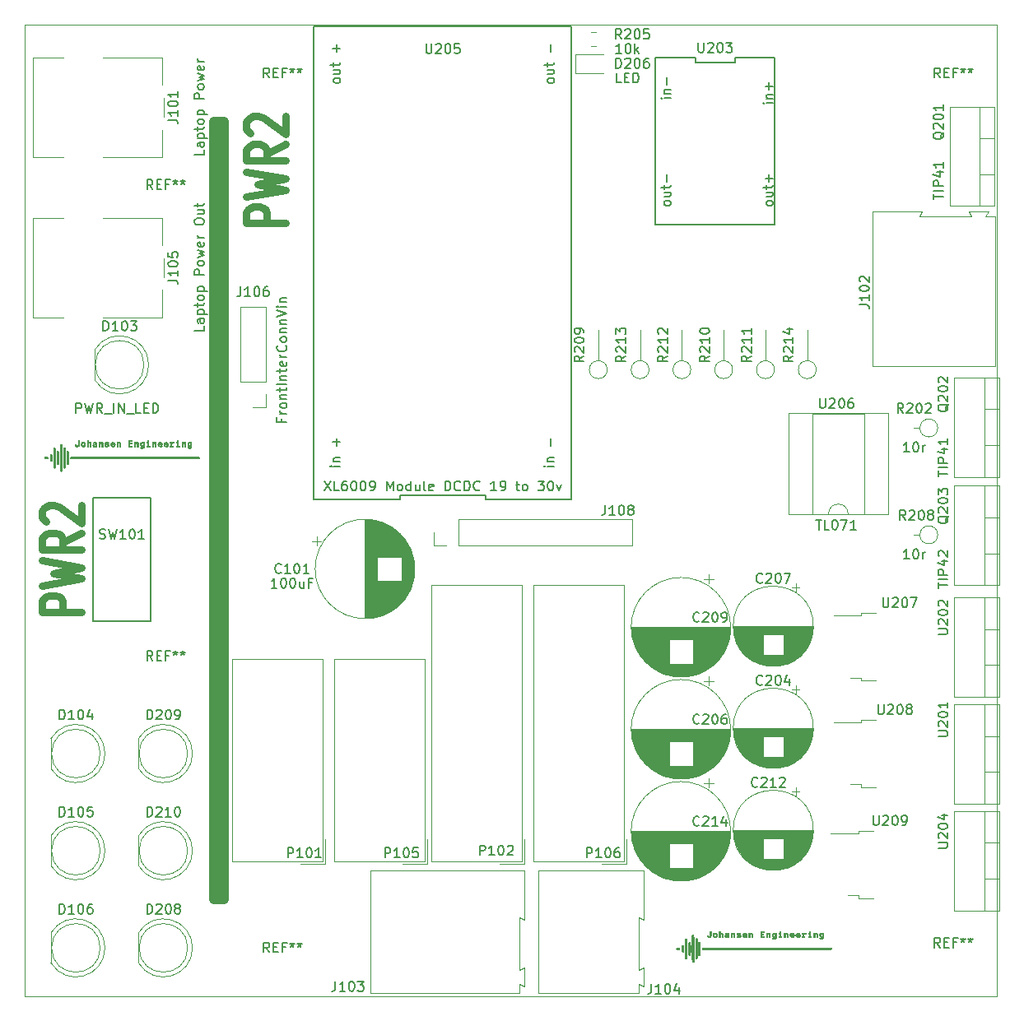
<source format=gbr>
%TF.GenerationSoftware,KiCad,Pcbnew,(5.1.5)-3*%
%TF.CreationDate,2020-03-17T21:32:34+01:00*%
%TF.ProjectId,KicadJE-EuroPowerSupply2-PCB,4b696361-644a-4452-9d45-75726f506f77,Rev A*%
%TF.SameCoordinates,Original*%
%TF.FileFunction,Legend,Top*%
%TF.FilePolarity,Positive*%
%FSLAX46Y46*%
G04 Gerber Fmt 4.6, Leading zero omitted, Abs format (unit mm)*
G04 Created by KiCad (PCBNEW (5.1.5)-3) date 2020-03-17 21:32:34*
%MOMM*%
%LPD*%
G04 APERTURE LIST*
%ADD10C,0.750000*%
%ADD11C,1.000000*%
%ADD12C,0.050000*%
%ADD13C,0.010000*%
%ADD14C,0.120000*%
%ADD15C,0.150000*%
G04 APERTURE END LIST*
D10*
X76809523Y-70428571D02*
X72809523Y-70428571D01*
X72809523Y-69285714D01*
X73000000Y-69000000D01*
X73190476Y-68857142D01*
X73571428Y-68714285D01*
X74142857Y-68714285D01*
X74523809Y-68857142D01*
X74714285Y-69000000D01*
X74904761Y-69285714D01*
X74904761Y-70428571D01*
X72809523Y-67714285D02*
X76809523Y-67000000D01*
X73952380Y-66428571D01*
X76809523Y-65857142D01*
X72809523Y-65142857D01*
X76809523Y-62285714D02*
X74904761Y-63285714D01*
X76809523Y-64000000D02*
X72809523Y-64000000D01*
X72809523Y-62857142D01*
X73000000Y-62571428D01*
X73190476Y-62428571D01*
X73571428Y-62285714D01*
X74142857Y-62285714D01*
X74523809Y-62428571D01*
X74714285Y-62571428D01*
X74904761Y-62857142D01*
X74904761Y-64000000D01*
X73190476Y-61142857D02*
X73000000Y-61000000D01*
X72809523Y-60714285D01*
X72809523Y-60000000D01*
X73000000Y-59714285D01*
X73190476Y-59571428D01*
X73571428Y-59428571D01*
X73952380Y-59428571D01*
X74523809Y-59571428D01*
X76809523Y-61285714D01*
X76809523Y-59428571D01*
X55809523Y-110428571D02*
X51809523Y-110428571D01*
X51809523Y-109285714D01*
X52000000Y-109000000D01*
X52190476Y-108857142D01*
X52571428Y-108714285D01*
X53142857Y-108714285D01*
X53523809Y-108857142D01*
X53714285Y-109000000D01*
X53904761Y-109285714D01*
X53904761Y-110428571D01*
X51809523Y-107714285D02*
X55809523Y-107000000D01*
X52952380Y-106428571D01*
X55809523Y-105857142D01*
X51809523Y-105142857D01*
X55809523Y-102285714D02*
X53904761Y-103285714D01*
X55809523Y-104000000D02*
X51809523Y-104000000D01*
X51809523Y-102857142D01*
X52000000Y-102571428D01*
X52190476Y-102428571D01*
X52571428Y-102285714D01*
X53142857Y-102285714D01*
X53523809Y-102428571D01*
X53714285Y-102571428D01*
X53904761Y-102857142D01*
X53904761Y-104000000D01*
X52190476Y-101142857D02*
X52000000Y-101000000D01*
X51809523Y-100714285D01*
X51809523Y-100000000D01*
X52000000Y-99714285D01*
X52190476Y-99571428D01*
X52571428Y-99428571D01*
X52952380Y-99428571D01*
X53523809Y-99571428D01*
X55809523Y-101285714D01*
X55809523Y-99428571D01*
D11*
X69500000Y-60000000D02*
X70500000Y-60000000D01*
X69500000Y-140000000D02*
X70500000Y-140000000D01*
X70500000Y-60000000D02*
X70500000Y-140000000D01*
X69500000Y-60000000D02*
X69500000Y-140000000D01*
D12*
X50000000Y-150000000D02*
X50000000Y-50000000D01*
X150000000Y-150000000D02*
X50000000Y-150000000D01*
X150000000Y-50000000D02*
X150000000Y-150000000D01*
X50000000Y-50000000D02*
X150000000Y-50000000D01*
D13*
G36*
X65791200Y-92899800D02*
G01*
X65676900Y-92899800D01*
X65676900Y-92772800D01*
X65791200Y-92772800D01*
X65791200Y-92899800D01*
G37*
X65791200Y-92899800D02*
X65676900Y-92899800D01*
X65676900Y-92772800D01*
X65791200Y-92772800D01*
X65791200Y-92899800D01*
G36*
X62743200Y-92899800D02*
G01*
X62628900Y-92899800D01*
X62628900Y-92772800D01*
X62743200Y-92772800D01*
X62743200Y-92899800D01*
G37*
X62743200Y-92899800D02*
X62628900Y-92899800D01*
X62628900Y-92772800D01*
X62743200Y-92772800D01*
X62743200Y-92899800D01*
G36*
X66438114Y-92942318D02*
G01*
X66473195Y-92959123D01*
X66492674Y-92974926D01*
X66534150Y-93011953D01*
X66538239Y-93203526D01*
X66542329Y-93395100D01*
X66438900Y-93395100D01*
X66438900Y-93230907D01*
X66438314Y-93159817D01*
X66436253Y-93109877D01*
X66432258Y-93076854D01*
X66425870Y-93056520D01*
X66418942Y-93046757D01*
X66385287Y-93028974D01*
X66345560Y-93030874D01*
X66306502Y-93050204D01*
X66274851Y-93084714D01*
X66268062Y-93097154D01*
X66256927Y-93133806D01*
X66250505Y-93188629D01*
X66248400Y-93265050D01*
X66248400Y-93395100D01*
X66146800Y-93395100D01*
X66146800Y-92950600D01*
X66197600Y-92950600D01*
X66230192Y-92952142D01*
X66244681Y-92960281D01*
X66248330Y-92980282D01*
X66248400Y-92987430D01*
X66248400Y-93024260D01*
X66291580Y-92981080D01*
X66323768Y-92953238D01*
X66354315Y-92940684D01*
X66392979Y-92937900D01*
X66438114Y-92942318D01*
G37*
X66438114Y-92942318D02*
X66473195Y-92959123D01*
X66492674Y-92974926D01*
X66534150Y-93011953D01*
X66538239Y-93203526D01*
X66542329Y-93395100D01*
X66438900Y-93395100D01*
X66438900Y-93230907D01*
X66438314Y-93159817D01*
X66436253Y-93109877D01*
X66432258Y-93076854D01*
X66425870Y-93056520D01*
X66418942Y-93046757D01*
X66385287Y-93028974D01*
X66345560Y-93030874D01*
X66306502Y-93050204D01*
X66274851Y-93084714D01*
X66268062Y-93097154D01*
X66256927Y-93133806D01*
X66250505Y-93188629D01*
X66248400Y-93265050D01*
X66248400Y-93395100D01*
X66146800Y-93395100D01*
X66146800Y-92950600D01*
X66197600Y-92950600D01*
X66230192Y-92952142D01*
X66244681Y-92960281D01*
X66248330Y-92980282D01*
X66248400Y-92987430D01*
X66248400Y-93024260D01*
X66291580Y-92981080D01*
X66323768Y-92953238D01*
X66354315Y-92940684D01*
X66392979Y-92937900D01*
X66438114Y-92942318D01*
G36*
X65791200Y-93306200D02*
G01*
X65842000Y-93306200D01*
X65874525Y-93307545D01*
X65888979Y-93315854D01*
X65892686Y-93337533D01*
X65892800Y-93350650D01*
X65892800Y-93395100D01*
X65588000Y-93395100D01*
X65588000Y-93350650D01*
X65589965Y-93320858D01*
X65601057Y-93308640D01*
X65629066Y-93306205D01*
X65632450Y-93306200D01*
X65676900Y-93306200D01*
X65676900Y-93039500D01*
X65632450Y-93039500D01*
X65602658Y-93037534D01*
X65590440Y-93026442D01*
X65588005Y-92998433D01*
X65588000Y-92995050D01*
X65588000Y-92950600D01*
X65791200Y-92950600D01*
X65791200Y-93306200D01*
G37*
X65791200Y-93306200D02*
X65842000Y-93306200D01*
X65874525Y-93307545D01*
X65888979Y-93315854D01*
X65892686Y-93337533D01*
X65892800Y-93350650D01*
X65892800Y-93395100D01*
X65588000Y-93395100D01*
X65588000Y-93350650D01*
X65589965Y-93320858D01*
X65601057Y-93308640D01*
X65629066Y-93306205D01*
X65632450Y-93306200D01*
X65676900Y-93306200D01*
X65676900Y-93039500D01*
X65632450Y-93039500D01*
X65602658Y-93037534D01*
X65590440Y-93026442D01*
X65588005Y-92998433D01*
X65588000Y-92995050D01*
X65588000Y-92950600D01*
X65791200Y-92950600D01*
X65791200Y-93306200D01*
G36*
X65333699Y-92940912D02*
G01*
X65358516Y-92950885D01*
X65365016Y-92970931D01*
X65358113Y-92999630D01*
X65347462Y-93025131D01*
X65333608Y-93035481D01*
X65307593Y-93035040D01*
X65290351Y-93032606D01*
X65229116Y-93033141D01*
X65175228Y-93051791D01*
X65135106Y-93085879D01*
X65125293Y-93101368D01*
X65112681Y-93141577D01*
X65106047Y-93197735D01*
X65105400Y-93223019D01*
X65105400Y-93306200D01*
X65156200Y-93306200D01*
X65188725Y-93307545D01*
X65203179Y-93315854D01*
X65206886Y-93337533D01*
X65207000Y-93350650D01*
X65207000Y-93395100D01*
X64902200Y-93395100D01*
X64902200Y-93350650D01*
X64903737Y-93322190D01*
X64913233Y-93309542D01*
X64938010Y-93306299D01*
X64953000Y-93306200D01*
X65003800Y-93306200D01*
X65003800Y-93026800D01*
X64953000Y-93026800D01*
X64920426Y-93025295D01*
X64905946Y-93017142D01*
X64902280Y-92996881D01*
X64902200Y-92988700D01*
X64902200Y-92950600D01*
X65105400Y-92950600D01*
X65105400Y-93032890D01*
X65138393Y-92997307D01*
X65182463Y-92960769D01*
X65233745Y-92942216D01*
X65287201Y-92938094D01*
X65333699Y-92940912D01*
G37*
X65333699Y-92940912D02*
X65358516Y-92950885D01*
X65365016Y-92970931D01*
X65358113Y-92999630D01*
X65347462Y-93025131D01*
X65333608Y-93035481D01*
X65307593Y-93035040D01*
X65290351Y-93032606D01*
X65229116Y-93033141D01*
X65175228Y-93051791D01*
X65135106Y-93085879D01*
X65125293Y-93101368D01*
X65112681Y-93141577D01*
X65106047Y-93197735D01*
X65105400Y-93223019D01*
X65105400Y-93306200D01*
X65156200Y-93306200D01*
X65188725Y-93307545D01*
X65203179Y-93315854D01*
X65206886Y-93337533D01*
X65207000Y-93350650D01*
X65207000Y-93395100D01*
X64902200Y-93395100D01*
X64902200Y-93350650D01*
X64903737Y-93322190D01*
X64913233Y-93309542D01*
X64938010Y-93306299D01*
X64953000Y-93306200D01*
X65003800Y-93306200D01*
X65003800Y-93026800D01*
X64953000Y-93026800D01*
X64920426Y-93025295D01*
X64905946Y-93017142D01*
X64902280Y-92996881D01*
X64902200Y-92988700D01*
X64902200Y-92950600D01*
X65105400Y-92950600D01*
X65105400Y-93032890D01*
X65138393Y-92997307D01*
X65182463Y-92960769D01*
X65233745Y-92942216D01*
X65287201Y-92938094D01*
X65333699Y-92940912D01*
G36*
X63390114Y-92942318D02*
G01*
X63425195Y-92959123D01*
X63444674Y-92974926D01*
X63486150Y-93011953D01*
X63490239Y-93203526D01*
X63494329Y-93395100D01*
X63390900Y-93395100D01*
X63390900Y-93230907D01*
X63390314Y-93159817D01*
X63388253Y-93109877D01*
X63384258Y-93076854D01*
X63377870Y-93056520D01*
X63370942Y-93046757D01*
X63337287Y-93028974D01*
X63297560Y-93030874D01*
X63258502Y-93050204D01*
X63226851Y-93084714D01*
X63220062Y-93097154D01*
X63208927Y-93133806D01*
X63202505Y-93188629D01*
X63200400Y-93265050D01*
X63200400Y-93395100D01*
X63098800Y-93395100D01*
X63098800Y-92950600D01*
X63149600Y-92950600D01*
X63182192Y-92952142D01*
X63196681Y-92960281D01*
X63200330Y-92980282D01*
X63200400Y-92987430D01*
X63200400Y-93024260D01*
X63243580Y-92981080D01*
X63275768Y-92953238D01*
X63306315Y-92940684D01*
X63344979Y-92937900D01*
X63390114Y-92942318D01*
G37*
X63390114Y-92942318D02*
X63425195Y-92959123D01*
X63444674Y-92974926D01*
X63486150Y-93011953D01*
X63490239Y-93203526D01*
X63494329Y-93395100D01*
X63390900Y-93395100D01*
X63390900Y-93230907D01*
X63390314Y-93159817D01*
X63388253Y-93109877D01*
X63384258Y-93076854D01*
X63377870Y-93056520D01*
X63370942Y-93046757D01*
X63337287Y-93028974D01*
X63297560Y-93030874D01*
X63258502Y-93050204D01*
X63226851Y-93084714D01*
X63220062Y-93097154D01*
X63208927Y-93133806D01*
X63202505Y-93188629D01*
X63200400Y-93265050D01*
X63200400Y-93395100D01*
X63098800Y-93395100D01*
X63098800Y-92950600D01*
X63149600Y-92950600D01*
X63182192Y-92952142D01*
X63196681Y-92960281D01*
X63200330Y-92980282D01*
X63200400Y-92987430D01*
X63200400Y-93024260D01*
X63243580Y-92981080D01*
X63275768Y-92953238D01*
X63306315Y-92940684D01*
X63344979Y-92937900D01*
X63390114Y-92942318D01*
G36*
X62743200Y-93306200D02*
G01*
X62794000Y-93306200D01*
X62826525Y-93307545D01*
X62840979Y-93315854D01*
X62844686Y-93337533D01*
X62844800Y-93350650D01*
X62844800Y-93395100D01*
X62540000Y-93395100D01*
X62540000Y-93350650D01*
X62541965Y-93320858D01*
X62553057Y-93308640D01*
X62581066Y-93306205D01*
X62584450Y-93306200D01*
X62628900Y-93306200D01*
X62628900Y-93039500D01*
X62584450Y-93039500D01*
X62554658Y-93037534D01*
X62542440Y-93026442D01*
X62540005Y-92998433D01*
X62540000Y-92995050D01*
X62540000Y-92950600D01*
X62743200Y-92950600D01*
X62743200Y-93306200D01*
G37*
X62743200Y-93306200D02*
X62794000Y-93306200D01*
X62826525Y-93307545D01*
X62840979Y-93315854D01*
X62844686Y-93337533D01*
X62844800Y-93350650D01*
X62844800Y-93395100D01*
X62540000Y-93395100D01*
X62540000Y-93350650D01*
X62541965Y-93320858D01*
X62553057Y-93308640D01*
X62581066Y-93306205D01*
X62584450Y-93306200D01*
X62628900Y-93306200D01*
X62628900Y-93039500D01*
X62584450Y-93039500D01*
X62554658Y-93037534D01*
X62542440Y-93026442D01*
X62540005Y-92998433D01*
X62540000Y-92995050D01*
X62540000Y-92950600D01*
X62743200Y-92950600D01*
X62743200Y-93306200D01*
G36*
X61561314Y-92942318D02*
G01*
X61596395Y-92959123D01*
X61615874Y-92974926D01*
X61657350Y-93011953D01*
X61661439Y-93203526D01*
X61665529Y-93395100D01*
X61562100Y-93395100D01*
X61562100Y-93230907D01*
X61561514Y-93159817D01*
X61559453Y-93109877D01*
X61555458Y-93076854D01*
X61549070Y-93056520D01*
X61542142Y-93046757D01*
X61508487Y-93028974D01*
X61468760Y-93030874D01*
X61429702Y-93050204D01*
X61398051Y-93084714D01*
X61391262Y-93097154D01*
X61380127Y-93133806D01*
X61373705Y-93188629D01*
X61371600Y-93265050D01*
X61371600Y-93395100D01*
X61270000Y-93395100D01*
X61270000Y-92950600D01*
X61320800Y-92950600D01*
X61353392Y-92952142D01*
X61367881Y-92960281D01*
X61371530Y-92980282D01*
X61371600Y-92987430D01*
X61371600Y-93024260D01*
X61414780Y-92981080D01*
X61446968Y-92953238D01*
X61477515Y-92940684D01*
X61516179Y-92937900D01*
X61561314Y-92942318D01*
G37*
X61561314Y-92942318D02*
X61596395Y-92959123D01*
X61615874Y-92974926D01*
X61657350Y-93011953D01*
X61661439Y-93203526D01*
X61665529Y-93395100D01*
X61562100Y-93395100D01*
X61562100Y-93230907D01*
X61561514Y-93159817D01*
X61559453Y-93109877D01*
X61555458Y-93076854D01*
X61549070Y-93056520D01*
X61542142Y-93046757D01*
X61508487Y-93028974D01*
X61468760Y-93030874D01*
X61429702Y-93050204D01*
X61398051Y-93084714D01*
X61391262Y-93097154D01*
X61380127Y-93133806D01*
X61373705Y-93188629D01*
X61371600Y-93265050D01*
X61371600Y-93395100D01*
X61270000Y-93395100D01*
X61270000Y-92950600D01*
X61320800Y-92950600D01*
X61353392Y-92952142D01*
X61367881Y-92960281D01*
X61371530Y-92980282D01*
X61371600Y-92987430D01*
X61371600Y-93024260D01*
X61414780Y-92981080D01*
X61446968Y-92953238D01*
X61477515Y-92940684D01*
X61516179Y-92937900D01*
X61561314Y-92942318D01*
G36*
X61054100Y-92861700D02*
G01*
X60762000Y-92861700D01*
X60762000Y-93039500D01*
X60990600Y-93039500D01*
X60990600Y-93128400D01*
X60762000Y-93128400D01*
X60762000Y-93306200D01*
X61054100Y-93306200D01*
X61054100Y-93395100D01*
X60660400Y-93395100D01*
X60660400Y-92772800D01*
X61054100Y-92772800D01*
X61054100Y-92861700D01*
G37*
X61054100Y-92861700D02*
X60762000Y-92861700D01*
X60762000Y-93039500D01*
X60990600Y-93039500D01*
X60990600Y-93128400D01*
X60762000Y-93128400D01*
X60762000Y-93306200D01*
X61054100Y-93306200D01*
X61054100Y-93395100D01*
X60660400Y-93395100D01*
X60660400Y-92772800D01*
X61054100Y-92772800D01*
X61054100Y-92861700D01*
G36*
X59745214Y-92942318D02*
G01*
X59780295Y-92959123D01*
X59799774Y-92974926D01*
X59841250Y-93011953D01*
X59845339Y-93203526D01*
X59849429Y-93395100D01*
X59746000Y-93395100D01*
X59746000Y-93230907D01*
X59745414Y-93159817D01*
X59743353Y-93109877D01*
X59739358Y-93076854D01*
X59732970Y-93056520D01*
X59726042Y-93046757D01*
X59692387Y-93028974D01*
X59652660Y-93030874D01*
X59613602Y-93050204D01*
X59581951Y-93084714D01*
X59575162Y-93097154D01*
X59564027Y-93133806D01*
X59557605Y-93188629D01*
X59555500Y-93265050D01*
X59555500Y-93395100D01*
X59453900Y-93395100D01*
X59453900Y-92950600D01*
X59504700Y-92950600D01*
X59537292Y-92952142D01*
X59551781Y-92960281D01*
X59555430Y-92980282D01*
X59555500Y-92987430D01*
X59555500Y-93024260D01*
X59598680Y-92981080D01*
X59630868Y-92953238D01*
X59661415Y-92940684D01*
X59700079Y-92937900D01*
X59745214Y-92942318D01*
G37*
X59745214Y-92942318D02*
X59780295Y-92959123D01*
X59799774Y-92974926D01*
X59841250Y-93011953D01*
X59845339Y-93203526D01*
X59849429Y-93395100D01*
X59746000Y-93395100D01*
X59746000Y-93230907D01*
X59745414Y-93159817D01*
X59743353Y-93109877D01*
X59739358Y-93076854D01*
X59732970Y-93056520D01*
X59726042Y-93046757D01*
X59692387Y-93028974D01*
X59652660Y-93030874D01*
X59613602Y-93050204D01*
X59581951Y-93084714D01*
X59575162Y-93097154D01*
X59564027Y-93133806D01*
X59557605Y-93188629D01*
X59555500Y-93265050D01*
X59555500Y-93395100D01*
X59453900Y-93395100D01*
X59453900Y-92950600D01*
X59504700Y-92950600D01*
X59537292Y-92952142D01*
X59551781Y-92960281D01*
X59555430Y-92980282D01*
X59555500Y-92987430D01*
X59555500Y-93024260D01*
X59598680Y-92981080D01*
X59630868Y-92953238D01*
X59661415Y-92940684D01*
X59700079Y-92937900D01*
X59745214Y-92942318D01*
G36*
X57916414Y-92942318D02*
G01*
X57951495Y-92959123D01*
X57970974Y-92974926D01*
X58012450Y-93011953D01*
X58016539Y-93203526D01*
X58020629Y-93395100D01*
X57917200Y-93395100D01*
X57917200Y-93230907D01*
X57916614Y-93159817D01*
X57914553Y-93109877D01*
X57910558Y-93076854D01*
X57904170Y-93056520D01*
X57897242Y-93046757D01*
X57863587Y-93028974D01*
X57823860Y-93030874D01*
X57784802Y-93050204D01*
X57753151Y-93084714D01*
X57746362Y-93097154D01*
X57735227Y-93133806D01*
X57728805Y-93188629D01*
X57726700Y-93265050D01*
X57726700Y-93395100D01*
X57625100Y-93395100D01*
X57625100Y-92950600D01*
X57675900Y-92950600D01*
X57708492Y-92952142D01*
X57722981Y-92960281D01*
X57726630Y-92980282D01*
X57726700Y-92987430D01*
X57726700Y-93024260D01*
X57769880Y-92981080D01*
X57802068Y-92953238D01*
X57832615Y-92940684D01*
X57871279Y-92937900D01*
X57916414Y-92942318D01*
G37*
X57916414Y-92942318D02*
X57951495Y-92959123D01*
X57970974Y-92974926D01*
X58012450Y-93011953D01*
X58016539Y-93203526D01*
X58020629Y-93395100D01*
X57917200Y-93395100D01*
X57917200Y-93230907D01*
X57916614Y-93159817D01*
X57914553Y-93109877D01*
X57910558Y-93076854D01*
X57904170Y-93056520D01*
X57897242Y-93046757D01*
X57863587Y-93028974D01*
X57823860Y-93030874D01*
X57784802Y-93050204D01*
X57753151Y-93084714D01*
X57746362Y-93097154D01*
X57735227Y-93133806D01*
X57728805Y-93188629D01*
X57726700Y-93265050D01*
X57726700Y-93395100D01*
X57625100Y-93395100D01*
X57625100Y-92950600D01*
X57675900Y-92950600D01*
X57708492Y-92952142D01*
X57722981Y-92960281D01*
X57726630Y-92980282D01*
X57726700Y-92987430D01*
X57726700Y-93024260D01*
X57769880Y-92981080D01*
X57802068Y-92953238D01*
X57832615Y-92940684D01*
X57871279Y-92937900D01*
X57916414Y-92942318D01*
G36*
X56507500Y-93027200D02*
G01*
X56543179Y-92987268D01*
X56572611Y-92960600D01*
X56606477Y-92946655D01*
X56642965Y-92941176D01*
X56683943Y-92939143D01*
X56711809Y-92945321D01*
X56738423Y-92963284D01*
X56750161Y-92973485D01*
X56793250Y-93011953D01*
X56797339Y-93203526D01*
X56801429Y-93395100D01*
X56698000Y-93395100D01*
X56698000Y-93230907D01*
X56697414Y-93159817D01*
X56695353Y-93109877D01*
X56691358Y-93076854D01*
X56684970Y-93056520D01*
X56678042Y-93046757D01*
X56644387Y-93028974D01*
X56604660Y-93030874D01*
X56565602Y-93050204D01*
X56533951Y-93084714D01*
X56527162Y-93097154D01*
X56516027Y-93133806D01*
X56509605Y-93188629D01*
X56507500Y-93265050D01*
X56507500Y-93395100D01*
X56405900Y-93395100D01*
X56405900Y-92772800D01*
X56507500Y-92772800D01*
X56507500Y-93027200D01*
G37*
X56507500Y-93027200D02*
X56543179Y-92987268D01*
X56572611Y-92960600D01*
X56606477Y-92946655D01*
X56642965Y-92941176D01*
X56683943Y-92939143D01*
X56711809Y-92945321D01*
X56738423Y-92963284D01*
X56750161Y-92973485D01*
X56793250Y-93011953D01*
X56797339Y-93203526D01*
X56801429Y-93395100D01*
X56698000Y-93395100D01*
X56698000Y-93230907D01*
X56697414Y-93159817D01*
X56695353Y-93109877D01*
X56691358Y-93076854D01*
X56684970Y-93056520D01*
X56678042Y-93046757D01*
X56644387Y-93028974D01*
X56604660Y-93030874D01*
X56565602Y-93050204D01*
X56533951Y-93084714D01*
X56527162Y-93097154D01*
X56516027Y-93133806D01*
X56509605Y-93188629D01*
X56507500Y-93265050D01*
X56507500Y-93395100D01*
X56405900Y-93395100D01*
X56405900Y-92772800D01*
X56507500Y-92772800D01*
X56507500Y-93027200D01*
G36*
X64580413Y-92945787D02*
G01*
X64642081Y-92970491D01*
X64682518Y-93003111D01*
X64717361Y-93055044D01*
X64744231Y-93123481D01*
X64755115Y-93169675D01*
X64763650Y-93217300D01*
X64382044Y-93217300D01*
X64396231Y-93248437D01*
X64422015Y-93279278D01*
X64463617Y-93303967D01*
X64511480Y-93317471D01*
X64529469Y-93318621D01*
X64563706Y-93313124D01*
X64605711Y-93299704D01*
X64619304Y-93293985D01*
X64672959Y-93269628D01*
X64698501Y-93302101D01*
X64724044Y-93334573D01*
X64692542Y-93359353D01*
X64634692Y-93390285D01*
X64564466Y-93405651D01*
X64490081Y-93404756D01*
X64419751Y-93386909D01*
X64410914Y-93383118D01*
X64354086Y-93344411D01*
X64313056Y-93290243D01*
X64288965Y-93225896D01*
X64282956Y-93156654D01*
X64292211Y-93108435D01*
X64393971Y-93108435D01*
X64404865Y-93119892D01*
X64436586Y-93126036D01*
X64491057Y-93128276D01*
X64514850Y-93128400D01*
X64574137Y-93127503D01*
X64611624Y-93124482D01*
X64630856Y-93118842D01*
X64635500Y-93111563D01*
X64626899Y-93092145D01*
X64605878Y-93066977D01*
X64602726Y-93063938D01*
X64568051Y-93041118D01*
X64523684Y-93033285D01*
X64514850Y-93033150D01*
X64467831Y-93038951D01*
X64432384Y-93059083D01*
X64426973Y-93063938D01*
X64401981Y-93090254D01*
X64393971Y-93108435D01*
X64292211Y-93108435D01*
X64296172Y-93087800D01*
X64329753Y-93024617D01*
X64332623Y-93020889D01*
X64382212Y-92976662D01*
X64444216Y-92949191D01*
X64512370Y-92938794D01*
X64580413Y-92945787D01*
G37*
X64580413Y-92945787D02*
X64642081Y-92970491D01*
X64682518Y-93003111D01*
X64717361Y-93055044D01*
X64744231Y-93123481D01*
X64755115Y-93169675D01*
X64763650Y-93217300D01*
X64382044Y-93217300D01*
X64396231Y-93248437D01*
X64422015Y-93279278D01*
X64463617Y-93303967D01*
X64511480Y-93317471D01*
X64529469Y-93318621D01*
X64563706Y-93313124D01*
X64605711Y-93299704D01*
X64619304Y-93293985D01*
X64672959Y-93269628D01*
X64698501Y-93302101D01*
X64724044Y-93334573D01*
X64692542Y-93359353D01*
X64634692Y-93390285D01*
X64564466Y-93405651D01*
X64490081Y-93404756D01*
X64419751Y-93386909D01*
X64410914Y-93383118D01*
X64354086Y-93344411D01*
X64313056Y-93290243D01*
X64288965Y-93225896D01*
X64282956Y-93156654D01*
X64292211Y-93108435D01*
X64393971Y-93108435D01*
X64404865Y-93119892D01*
X64436586Y-93126036D01*
X64491057Y-93128276D01*
X64514850Y-93128400D01*
X64574137Y-93127503D01*
X64611624Y-93124482D01*
X64630856Y-93118842D01*
X64635500Y-93111563D01*
X64626899Y-93092145D01*
X64605878Y-93066977D01*
X64602726Y-93063938D01*
X64568051Y-93041118D01*
X64523684Y-93033285D01*
X64514850Y-93033150D01*
X64467831Y-93038951D01*
X64432384Y-93059083D01*
X64426973Y-93063938D01*
X64401981Y-93090254D01*
X64393971Y-93108435D01*
X64292211Y-93108435D01*
X64296172Y-93087800D01*
X64329753Y-93024617D01*
X64332623Y-93020889D01*
X64382212Y-92976662D01*
X64444216Y-92949191D01*
X64512370Y-92938794D01*
X64580413Y-92945787D01*
G36*
X63970813Y-92945787D02*
G01*
X64032481Y-92970491D01*
X64072918Y-93003111D01*
X64107761Y-93055044D01*
X64134631Y-93123481D01*
X64145515Y-93169675D01*
X64154050Y-93217300D01*
X63772444Y-93217300D01*
X63786631Y-93248437D01*
X63812415Y-93279278D01*
X63854017Y-93303967D01*
X63901880Y-93317471D01*
X63919869Y-93318621D01*
X63954106Y-93313124D01*
X63996111Y-93299704D01*
X64009704Y-93293985D01*
X64063359Y-93269628D01*
X64088901Y-93302101D01*
X64114444Y-93334573D01*
X64082942Y-93359353D01*
X64025092Y-93390285D01*
X63954866Y-93405651D01*
X63880481Y-93404756D01*
X63810151Y-93386909D01*
X63801314Y-93383118D01*
X63744486Y-93344411D01*
X63703456Y-93290243D01*
X63679365Y-93225896D01*
X63673356Y-93156654D01*
X63682611Y-93108435D01*
X63784371Y-93108435D01*
X63795265Y-93119892D01*
X63826986Y-93126036D01*
X63881457Y-93128276D01*
X63905250Y-93128400D01*
X63964537Y-93127503D01*
X64002024Y-93124482D01*
X64021256Y-93118842D01*
X64025900Y-93111563D01*
X64017299Y-93092145D01*
X63996278Y-93066977D01*
X63993126Y-93063938D01*
X63958451Y-93041118D01*
X63914084Y-93033285D01*
X63905250Y-93033150D01*
X63858231Y-93038951D01*
X63822784Y-93059083D01*
X63817373Y-93063938D01*
X63792381Y-93090254D01*
X63784371Y-93108435D01*
X63682611Y-93108435D01*
X63686572Y-93087800D01*
X63720153Y-93024617D01*
X63723023Y-93020889D01*
X63772612Y-92976662D01*
X63834616Y-92949191D01*
X63902770Y-92938794D01*
X63970813Y-92945787D01*
G37*
X63970813Y-92945787D02*
X64032481Y-92970491D01*
X64072918Y-93003111D01*
X64107761Y-93055044D01*
X64134631Y-93123481D01*
X64145515Y-93169675D01*
X64154050Y-93217300D01*
X63772444Y-93217300D01*
X63786631Y-93248437D01*
X63812415Y-93279278D01*
X63854017Y-93303967D01*
X63901880Y-93317471D01*
X63919869Y-93318621D01*
X63954106Y-93313124D01*
X63996111Y-93299704D01*
X64009704Y-93293985D01*
X64063359Y-93269628D01*
X64088901Y-93302101D01*
X64114444Y-93334573D01*
X64082942Y-93359353D01*
X64025092Y-93390285D01*
X63954866Y-93405651D01*
X63880481Y-93404756D01*
X63810151Y-93386909D01*
X63801314Y-93383118D01*
X63744486Y-93344411D01*
X63703456Y-93290243D01*
X63679365Y-93225896D01*
X63673356Y-93156654D01*
X63682611Y-93108435D01*
X63784371Y-93108435D01*
X63795265Y-93119892D01*
X63826986Y-93126036D01*
X63881457Y-93128276D01*
X63905250Y-93128400D01*
X63964537Y-93127503D01*
X64002024Y-93124482D01*
X64021256Y-93118842D01*
X64025900Y-93111563D01*
X64017299Y-93092145D01*
X63996278Y-93066977D01*
X63993126Y-93063938D01*
X63958451Y-93041118D01*
X63914084Y-93033285D01*
X63905250Y-93033150D01*
X63858231Y-93038951D01*
X63822784Y-93059083D01*
X63817373Y-93063938D01*
X63792381Y-93090254D01*
X63784371Y-93108435D01*
X63682611Y-93108435D01*
X63686572Y-93087800D01*
X63720153Y-93024617D01*
X63723023Y-93020889D01*
X63772612Y-92976662D01*
X63834616Y-92949191D01*
X63902770Y-92938794D01*
X63970813Y-92945787D01*
G36*
X59106713Y-92945787D02*
G01*
X59168381Y-92970491D01*
X59208818Y-93003111D01*
X59243661Y-93055044D01*
X59270531Y-93123481D01*
X59281415Y-93169675D01*
X59289950Y-93217300D01*
X58908344Y-93217300D01*
X58922531Y-93248437D01*
X58948315Y-93279278D01*
X58989917Y-93303967D01*
X59037780Y-93317471D01*
X59055769Y-93318621D01*
X59090006Y-93313124D01*
X59132011Y-93299704D01*
X59145604Y-93293985D01*
X59199259Y-93269628D01*
X59224801Y-93302101D01*
X59250344Y-93334573D01*
X59218842Y-93359353D01*
X59160992Y-93390285D01*
X59090766Y-93405651D01*
X59016381Y-93404756D01*
X58946051Y-93386909D01*
X58937214Y-93383118D01*
X58880386Y-93344411D01*
X58839356Y-93290243D01*
X58815265Y-93225896D01*
X58809256Y-93156654D01*
X58818511Y-93108435D01*
X58920271Y-93108435D01*
X58931165Y-93119892D01*
X58962886Y-93126036D01*
X59017357Y-93128276D01*
X59041150Y-93128400D01*
X59100437Y-93127503D01*
X59137924Y-93124482D01*
X59157156Y-93118842D01*
X59161800Y-93111563D01*
X59153199Y-93092145D01*
X59132178Y-93066977D01*
X59129026Y-93063938D01*
X59094351Y-93041118D01*
X59049984Y-93033285D01*
X59041150Y-93033150D01*
X58994131Y-93038951D01*
X58958684Y-93059083D01*
X58953273Y-93063938D01*
X58928281Y-93090254D01*
X58920271Y-93108435D01*
X58818511Y-93108435D01*
X58822472Y-93087800D01*
X58856053Y-93024617D01*
X58858923Y-93020889D01*
X58908512Y-92976662D01*
X58970516Y-92949191D01*
X59038670Y-92938794D01*
X59106713Y-92945787D01*
G37*
X59106713Y-92945787D02*
X59168381Y-92970491D01*
X59208818Y-93003111D01*
X59243661Y-93055044D01*
X59270531Y-93123481D01*
X59281415Y-93169675D01*
X59289950Y-93217300D01*
X58908344Y-93217300D01*
X58922531Y-93248437D01*
X58948315Y-93279278D01*
X58989917Y-93303967D01*
X59037780Y-93317471D01*
X59055769Y-93318621D01*
X59090006Y-93313124D01*
X59132011Y-93299704D01*
X59145604Y-93293985D01*
X59199259Y-93269628D01*
X59224801Y-93302101D01*
X59250344Y-93334573D01*
X59218842Y-93359353D01*
X59160992Y-93390285D01*
X59090766Y-93405651D01*
X59016381Y-93404756D01*
X58946051Y-93386909D01*
X58937214Y-93383118D01*
X58880386Y-93344411D01*
X58839356Y-93290243D01*
X58815265Y-93225896D01*
X58809256Y-93156654D01*
X58818511Y-93108435D01*
X58920271Y-93108435D01*
X58931165Y-93119892D01*
X58962886Y-93126036D01*
X59017357Y-93128276D01*
X59041150Y-93128400D01*
X59100437Y-93127503D01*
X59137924Y-93124482D01*
X59157156Y-93118842D01*
X59161800Y-93111563D01*
X59153199Y-93092145D01*
X59132178Y-93066977D01*
X59129026Y-93063938D01*
X59094351Y-93041118D01*
X59049984Y-93033285D01*
X59041150Y-93033150D01*
X58994131Y-93038951D01*
X58958684Y-93059083D01*
X58953273Y-93063938D01*
X58928281Y-93090254D01*
X58920271Y-93108435D01*
X58818511Y-93108435D01*
X58822472Y-93087800D01*
X58856053Y-93024617D01*
X58858923Y-93020889D01*
X58908512Y-92976662D01*
X58970516Y-92949191D01*
X59038670Y-92938794D01*
X59106713Y-92945787D01*
G36*
X58500632Y-92944386D02*
G01*
X58555840Y-92958028D01*
X58595922Y-92978107D01*
X58600489Y-92981961D01*
X58609083Y-93003001D01*
X58604268Y-93028982D01*
X58590296Y-93050658D01*
X58571419Y-93058784D01*
X58565812Y-93057362D01*
X58515036Y-93041203D01*
X58460246Y-93032510D01*
X58407734Y-93031212D01*
X58363790Y-93037235D01*
X58334704Y-93050507D01*
X58327596Y-93060104D01*
X58325073Y-93076955D01*
X58334520Y-93090282D01*
X58359387Y-93101783D01*
X58403120Y-93113152D01*
X58457231Y-93123894D01*
X58533536Y-93141949D01*
X58587294Y-93164676D01*
X58621223Y-93194158D01*
X58638045Y-93232478D01*
X58641100Y-93264728D01*
X58629745Y-93315487D01*
X58598029Y-93356412D01*
X58549475Y-93386315D01*
X58487607Y-93404004D01*
X58415947Y-93408289D01*
X58338019Y-93397982D01*
X58288425Y-93383852D01*
X58250170Y-93369782D01*
X58222498Y-93358020D01*
X58213690Y-93352924D01*
X58212751Y-93337125D01*
X58220877Y-93309004D01*
X58222234Y-93305634D01*
X58231168Y-93285529D01*
X58241020Y-93275070D01*
X58257453Y-93273986D01*
X58286129Y-93282007D01*
X58332712Y-93298863D01*
X58336300Y-93300186D01*
X58410662Y-93315855D01*
X58454522Y-93315520D01*
X58506786Y-93305698D01*
X58535099Y-93290062D01*
X58539457Y-93271258D01*
X58519859Y-93251932D01*
X58476303Y-93234730D01*
X58454593Y-93229532D01*
X58384467Y-93214410D01*
X58334551Y-93201934D01*
X58300033Y-93190387D01*
X58276098Y-93178053D01*
X58257936Y-93163218D01*
X58252337Y-93157425D01*
X58226407Y-93113509D01*
X58222862Y-93066210D01*
X58239996Y-93020198D01*
X58276104Y-92980141D01*
X58327601Y-92951407D01*
X58378179Y-92940142D01*
X58438634Y-92938113D01*
X58500632Y-92944386D01*
G37*
X58500632Y-92944386D02*
X58555840Y-92958028D01*
X58595922Y-92978107D01*
X58600489Y-92981961D01*
X58609083Y-93003001D01*
X58604268Y-93028982D01*
X58590296Y-93050658D01*
X58571419Y-93058784D01*
X58565812Y-93057362D01*
X58515036Y-93041203D01*
X58460246Y-93032510D01*
X58407734Y-93031212D01*
X58363790Y-93037235D01*
X58334704Y-93050507D01*
X58327596Y-93060104D01*
X58325073Y-93076955D01*
X58334520Y-93090282D01*
X58359387Y-93101783D01*
X58403120Y-93113152D01*
X58457231Y-93123894D01*
X58533536Y-93141949D01*
X58587294Y-93164676D01*
X58621223Y-93194158D01*
X58638045Y-93232478D01*
X58641100Y-93264728D01*
X58629745Y-93315487D01*
X58598029Y-93356412D01*
X58549475Y-93386315D01*
X58487607Y-93404004D01*
X58415947Y-93408289D01*
X58338019Y-93397982D01*
X58288425Y-93383852D01*
X58250170Y-93369782D01*
X58222498Y-93358020D01*
X58213690Y-93352924D01*
X58212751Y-93337125D01*
X58220877Y-93309004D01*
X58222234Y-93305634D01*
X58231168Y-93285529D01*
X58241020Y-93275070D01*
X58257453Y-93273986D01*
X58286129Y-93282007D01*
X58332712Y-93298863D01*
X58336300Y-93300186D01*
X58410662Y-93315855D01*
X58454522Y-93315520D01*
X58506786Y-93305698D01*
X58535099Y-93290062D01*
X58539457Y-93271258D01*
X58519859Y-93251932D01*
X58476303Y-93234730D01*
X58454593Y-93229532D01*
X58384467Y-93214410D01*
X58334551Y-93201934D01*
X58300033Y-93190387D01*
X58276098Y-93178053D01*
X58257936Y-93163218D01*
X58252337Y-93157425D01*
X58226407Y-93113509D01*
X58222862Y-93066210D01*
X58239996Y-93020198D01*
X58276104Y-92980141D01*
X58327601Y-92951407D01*
X58378179Y-92940142D01*
X58438634Y-92938113D01*
X58500632Y-92944386D01*
G36*
X57310260Y-92956458D02*
G01*
X57363969Y-92989144D01*
X57381667Y-93007923D01*
X57392735Y-93023957D01*
X57400377Y-93042230D01*
X57405218Y-93067537D01*
X57407884Y-93104675D01*
X57409001Y-93158440D01*
X57409200Y-93219012D01*
X57409200Y-93395100D01*
X57358400Y-93395100D01*
X57325216Y-93393002D01*
X57310537Y-93384441D01*
X57307600Y-93369319D01*
X57306428Y-93353311D01*
X57298873Y-93351680D01*
X57278879Y-93364802D01*
X57269535Y-93371681D01*
X57223244Y-93394024D01*
X57158225Y-93405114D01*
X57155474Y-93405321D01*
X57112093Y-93407472D01*
X57084204Y-93403939D01*
X57062026Y-93391546D01*
X57035775Y-93367115D01*
X57034789Y-93366129D01*
X57005543Y-93332043D01*
X56992460Y-93300556D01*
X56990100Y-93271764D01*
X56993730Y-93254688D01*
X57093668Y-93254688D01*
X57099133Y-93288354D01*
X57124725Y-93309379D01*
X57167574Y-93315900D01*
X57185850Y-93314447D01*
X57227983Y-93303725D01*
X57265066Y-93285989D01*
X57268400Y-93283649D01*
X57293180Y-93255884D01*
X57305268Y-93225569D01*
X57306058Y-93205397D01*
X57297957Y-93195600D01*
X57274768Y-93192604D01*
X57248118Y-93192616D01*
X57180418Y-93198505D01*
X57130383Y-93213688D01*
X57100657Y-93237104D01*
X57093668Y-93254688D01*
X56993730Y-93254688D01*
X57001569Y-93217825D01*
X57035378Y-93174750D01*
X57090630Y-93143148D01*
X57166427Y-93123630D01*
X57216183Y-93118289D01*
X57263879Y-93114585D01*
X57291287Y-93109955D01*
X57303505Y-93102538D01*
X57305629Y-93090475D01*
X57305083Y-93085836D01*
X57291827Y-93060933D01*
X57267128Y-93040309D01*
X57237136Y-93030639D01*
X57195911Y-93030668D01*
X57139406Y-93040783D01*
X57071899Y-93058898D01*
X57049367Y-93058480D01*
X57032747Y-93037849D01*
X57030463Y-93033045D01*
X57021032Y-93006525D01*
X57024816Y-92988529D01*
X57045593Y-92974106D01*
X57087143Y-92958303D01*
X57087627Y-92958138D01*
X57167157Y-92940120D01*
X57243012Y-92939838D01*
X57310260Y-92956458D01*
G37*
X57310260Y-92956458D02*
X57363969Y-92989144D01*
X57381667Y-93007923D01*
X57392735Y-93023957D01*
X57400377Y-93042230D01*
X57405218Y-93067537D01*
X57407884Y-93104675D01*
X57409001Y-93158440D01*
X57409200Y-93219012D01*
X57409200Y-93395100D01*
X57358400Y-93395100D01*
X57325216Y-93393002D01*
X57310537Y-93384441D01*
X57307600Y-93369319D01*
X57306428Y-93353311D01*
X57298873Y-93351680D01*
X57278879Y-93364802D01*
X57269535Y-93371681D01*
X57223244Y-93394024D01*
X57158225Y-93405114D01*
X57155474Y-93405321D01*
X57112093Y-93407472D01*
X57084204Y-93403939D01*
X57062026Y-93391546D01*
X57035775Y-93367115D01*
X57034789Y-93366129D01*
X57005543Y-93332043D01*
X56992460Y-93300556D01*
X56990100Y-93271764D01*
X56993730Y-93254688D01*
X57093668Y-93254688D01*
X57099133Y-93288354D01*
X57124725Y-93309379D01*
X57167574Y-93315900D01*
X57185850Y-93314447D01*
X57227983Y-93303725D01*
X57265066Y-93285989D01*
X57268400Y-93283649D01*
X57293180Y-93255884D01*
X57305268Y-93225569D01*
X57306058Y-93205397D01*
X57297957Y-93195600D01*
X57274768Y-93192604D01*
X57248118Y-93192616D01*
X57180418Y-93198505D01*
X57130383Y-93213688D01*
X57100657Y-93237104D01*
X57093668Y-93254688D01*
X56993730Y-93254688D01*
X57001569Y-93217825D01*
X57035378Y-93174750D01*
X57090630Y-93143148D01*
X57166427Y-93123630D01*
X57216183Y-93118289D01*
X57263879Y-93114585D01*
X57291287Y-93109955D01*
X57303505Y-93102538D01*
X57305629Y-93090475D01*
X57305083Y-93085836D01*
X57291827Y-93060933D01*
X57267128Y-93040309D01*
X57237136Y-93030639D01*
X57195911Y-93030668D01*
X57139406Y-93040783D01*
X57071899Y-93058898D01*
X57049367Y-93058480D01*
X57032747Y-93037849D01*
X57030463Y-93033045D01*
X57021032Y-93006525D01*
X57024816Y-92988529D01*
X57045593Y-92974106D01*
X57087143Y-92958303D01*
X57087627Y-92958138D01*
X57167157Y-92940120D01*
X57243012Y-92939838D01*
X57310260Y-92956458D01*
G36*
X56071766Y-92949125D02*
G01*
X56136474Y-92981026D01*
X56185862Y-93030946D01*
X56217285Y-93096222D01*
X56228100Y-93172850D01*
X56216996Y-93250946D01*
X56185342Y-93315890D01*
X56135619Y-93365231D01*
X56070311Y-93396521D01*
X55991901Y-93407311D01*
X55990382Y-93407302D01*
X55944577Y-93403339D01*
X55902640Y-93394004D01*
X55891550Y-93389872D01*
X55834427Y-93351464D01*
X55792316Y-93296767D01*
X55767086Y-93231225D01*
X55761549Y-93170613D01*
X55863689Y-93170613D01*
X55870887Y-93221333D01*
X55893418Y-93265316D01*
X55929178Y-93297772D01*
X55976060Y-93313913D01*
X56011517Y-93313383D01*
X56051518Y-93299561D01*
X56087147Y-93275119D01*
X56087717Y-93274555D01*
X56107668Y-93249695D01*
X56117404Y-93220658D01*
X56120137Y-93177372D01*
X56120150Y-93172850D01*
X56117996Y-93128557D01*
X56109183Y-93099009D01*
X56090186Y-93073742D01*
X56084936Y-93068363D01*
X56054595Y-93044450D01*
X56020047Y-93034461D01*
X55991761Y-93033150D01*
X55950653Y-93036400D01*
X55922923Y-93049203D01*
X55903716Y-93068125D01*
X55873930Y-93117947D01*
X55863689Y-93170613D01*
X55761549Y-93170613D01*
X55760605Y-93160283D01*
X55774742Y-93089388D01*
X55782203Y-93071250D01*
X55822955Y-93006733D01*
X55876394Y-92963869D01*
X55944061Y-92941689D01*
X55994384Y-92937900D01*
X56071766Y-92949125D01*
G37*
X56071766Y-92949125D02*
X56136474Y-92981026D01*
X56185862Y-93030946D01*
X56217285Y-93096222D01*
X56228100Y-93172850D01*
X56216996Y-93250946D01*
X56185342Y-93315890D01*
X56135619Y-93365231D01*
X56070311Y-93396521D01*
X55991901Y-93407311D01*
X55990382Y-93407302D01*
X55944577Y-93403339D01*
X55902640Y-93394004D01*
X55891550Y-93389872D01*
X55834427Y-93351464D01*
X55792316Y-93296767D01*
X55767086Y-93231225D01*
X55761549Y-93170613D01*
X55863689Y-93170613D01*
X55870887Y-93221333D01*
X55893418Y-93265316D01*
X55929178Y-93297772D01*
X55976060Y-93313913D01*
X56011517Y-93313383D01*
X56051518Y-93299561D01*
X56087147Y-93275119D01*
X56087717Y-93274555D01*
X56107668Y-93249695D01*
X56117404Y-93220658D01*
X56120137Y-93177372D01*
X56120150Y-93172850D01*
X56117996Y-93128557D01*
X56109183Y-93099009D01*
X56090186Y-93073742D01*
X56084936Y-93068363D01*
X56054595Y-93044450D01*
X56020047Y-93034461D01*
X55991761Y-93033150D01*
X55950653Y-93036400D01*
X55922923Y-93049203D01*
X55903716Y-93068125D01*
X55873930Y-93117947D01*
X55863689Y-93170613D01*
X55761549Y-93170613D01*
X55760605Y-93160283D01*
X55774742Y-93089388D01*
X55782203Y-93071250D01*
X55822955Y-93006733D01*
X55876394Y-92963869D01*
X55944061Y-92941689D01*
X55994384Y-92937900D01*
X56071766Y-92949125D01*
G36*
X55580400Y-93011409D02*
G01*
X55580207Y-93095945D01*
X55579354Y-93159353D01*
X55577427Y-93205900D01*
X55574013Y-93239855D01*
X55568700Y-93265488D01*
X55561073Y-93287068D01*
X55551825Y-93306684D01*
X55514747Y-93359147D01*
X55478800Y-93385555D01*
X55426340Y-93401642D01*
X55364265Y-93406377D01*
X55305952Y-93399199D01*
X55288306Y-93393532D01*
X55239112Y-93363215D01*
X55195891Y-93317614D01*
X55179143Y-93290955D01*
X55164437Y-93257641D01*
X55165977Y-93237654D01*
X55185821Y-93223253D01*
X55198633Y-93217617D01*
X55235503Y-93208790D01*
X55257582Y-93217789D01*
X55262900Y-93235970D01*
X55273231Y-93257685D01*
X55298688Y-93282819D01*
X55330963Y-93304987D01*
X55361750Y-93317804D01*
X55370785Y-93318900D01*
X55404376Y-93316521D01*
X55430288Y-93307494D01*
X55449489Y-93288978D01*
X55462946Y-93258134D01*
X55471628Y-93212122D01*
X55476503Y-93148104D01*
X55478539Y-93063238D01*
X55478800Y-93002030D01*
X55478800Y-92772800D01*
X55580400Y-92772800D01*
X55580400Y-93011409D01*
G37*
X55580400Y-93011409D02*
X55580207Y-93095945D01*
X55579354Y-93159353D01*
X55577427Y-93205900D01*
X55574013Y-93239855D01*
X55568700Y-93265488D01*
X55561073Y-93287068D01*
X55551825Y-93306684D01*
X55514747Y-93359147D01*
X55478800Y-93385555D01*
X55426340Y-93401642D01*
X55364265Y-93406377D01*
X55305952Y-93399199D01*
X55288306Y-93393532D01*
X55239112Y-93363215D01*
X55195891Y-93317614D01*
X55179143Y-93290955D01*
X55164437Y-93257641D01*
X55165977Y-93237654D01*
X55185821Y-93223253D01*
X55198633Y-93217617D01*
X55235503Y-93208790D01*
X55257582Y-93217789D01*
X55262900Y-93235970D01*
X55273231Y-93257685D01*
X55298688Y-93282819D01*
X55330963Y-93304987D01*
X55361750Y-93317804D01*
X55370785Y-93318900D01*
X55404376Y-93316521D01*
X55430288Y-93307494D01*
X55449489Y-93288978D01*
X55462946Y-93258134D01*
X55471628Y-93212122D01*
X55476503Y-93148104D01*
X55478539Y-93063238D01*
X55478800Y-93002030D01*
X55478800Y-92772800D01*
X55580400Y-92772800D01*
X55580400Y-93011409D01*
G36*
X66982474Y-92945453D02*
G01*
X67011030Y-92957276D01*
X67036696Y-92967208D01*
X67048357Y-92964762D01*
X67048500Y-92963626D01*
X67059765Y-92955469D01*
X67087910Y-92950932D01*
X67099300Y-92950600D01*
X67150100Y-92950600D01*
X67150100Y-93202721D01*
X67149965Y-93289193D01*
X67149309Y-93354155D01*
X67147751Y-93401497D01*
X67144912Y-93435109D01*
X67140412Y-93458879D01*
X67133872Y-93476699D01*
X67124910Y-93492457D01*
X67121271Y-93497996D01*
X67075865Y-93544194D01*
X67015238Y-93573830D01*
X66944389Y-93585713D01*
X66868316Y-93578656D01*
X66829304Y-93567447D01*
X66783678Y-93547420D01*
X66753552Y-93526476D01*
X66743700Y-93509251D01*
X66750936Y-93493145D01*
X66765955Y-93472029D01*
X66788210Y-93444546D01*
X66850270Y-93471998D01*
X66911509Y-93490625D01*
X66965737Y-93491271D01*
X67009169Y-93475328D01*
X67038018Y-93444187D01*
X67048499Y-93399238D01*
X67048500Y-93399155D01*
X67048500Y-93356347D01*
X67011030Y-93375723D01*
X66950461Y-93394532D01*
X66890993Y-93390756D01*
X66836141Y-93367099D01*
X66789420Y-93326262D01*
X66754344Y-93270946D01*
X66734428Y-93203853D01*
X66731306Y-93161944D01*
X66833295Y-93161944D01*
X66839837Y-93213003D01*
X66862551Y-93258341D01*
X66897497Y-93289108D01*
X66935645Y-93300009D01*
X66981196Y-93298768D01*
X67020959Y-93286299D01*
X67030583Y-93279859D01*
X67040135Y-93259334D01*
X67046310Y-93221682D01*
X67049036Y-93174854D01*
X67048245Y-93126803D01*
X67043867Y-93085480D01*
X67035831Y-93058838D01*
X67032553Y-93054776D01*
X66991884Y-93035364D01*
X66942672Y-93031601D01*
X66907954Y-93039850D01*
X66867628Y-93068826D01*
X66842650Y-93111704D01*
X66833295Y-93161944D01*
X66731306Y-93161944D01*
X66731208Y-93160634D01*
X66741573Y-93090522D01*
X66769635Y-93030408D01*
X66811576Y-92983069D01*
X66863576Y-92951279D01*
X66921815Y-92937816D01*
X66982474Y-92945453D01*
G37*
X66982474Y-92945453D02*
X67011030Y-92957276D01*
X67036696Y-92967208D01*
X67048357Y-92964762D01*
X67048500Y-92963626D01*
X67059765Y-92955469D01*
X67087910Y-92950932D01*
X67099300Y-92950600D01*
X67150100Y-92950600D01*
X67150100Y-93202721D01*
X67149965Y-93289193D01*
X67149309Y-93354155D01*
X67147751Y-93401497D01*
X67144912Y-93435109D01*
X67140412Y-93458879D01*
X67133872Y-93476699D01*
X67124910Y-93492457D01*
X67121271Y-93497996D01*
X67075865Y-93544194D01*
X67015238Y-93573830D01*
X66944389Y-93585713D01*
X66868316Y-93578656D01*
X66829304Y-93567447D01*
X66783678Y-93547420D01*
X66753552Y-93526476D01*
X66743700Y-93509251D01*
X66750936Y-93493145D01*
X66765955Y-93472029D01*
X66788210Y-93444546D01*
X66850270Y-93471998D01*
X66911509Y-93490625D01*
X66965737Y-93491271D01*
X67009169Y-93475328D01*
X67038018Y-93444187D01*
X67048499Y-93399238D01*
X67048500Y-93399155D01*
X67048500Y-93356347D01*
X67011030Y-93375723D01*
X66950461Y-93394532D01*
X66890993Y-93390756D01*
X66836141Y-93367099D01*
X66789420Y-93326262D01*
X66754344Y-93270946D01*
X66734428Y-93203853D01*
X66731306Y-93161944D01*
X66833295Y-93161944D01*
X66839837Y-93213003D01*
X66862551Y-93258341D01*
X66897497Y-93289108D01*
X66935645Y-93300009D01*
X66981196Y-93298768D01*
X67020959Y-93286299D01*
X67030583Y-93279859D01*
X67040135Y-93259334D01*
X67046310Y-93221682D01*
X67049036Y-93174854D01*
X67048245Y-93126803D01*
X67043867Y-93085480D01*
X67035831Y-93058838D01*
X67032553Y-93054776D01*
X66991884Y-93035364D01*
X66942672Y-93031601D01*
X66907954Y-93039850D01*
X66867628Y-93068826D01*
X66842650Y-93111704D01*
X66833295Y-93161944D01*
X66731306Y-93161944D01*
X66731208Y-93160634D01*
X66741573Y-93090522D01*
X66769635Y-93030408D01*
X66811576Y-92983069D01*
X66863576Y-92951279D01*
X66921815Y-92937816D01*
X66982474Y-92945453D01*
G36*
X62105674Y-92945453D02*
G01*
X62134230Y-92957276D01*
X62159896Y-92967208D01*
X62171557Y-92964762D01*
X62171700Y-92963626D01*
X62182965Y-92955469D01*
X62211110Y-92950932D01*
X62222500Y-92950600D01*
X62273300Y-92950600D01*
X62273300Y-93202721D01*
X62273165Y-93289193D01*
X62272509Y-93354155D01*
X62270951Y-93401497D01*
X62268112Y-93435109D01*
X62263612Y-93458879D01*
X62257072Y-93476699D01*
X62248110Y-93492457D01*
X62244471Y-93497996D01*
X62199065Y-93544194D01*
X62138438Y-93573830D01*
X62067589Y-93585713D01*
X61991516Y-93578656D01*
X61952504Y-93567447D01*
X61906878Y-93547420D01*
X61876752Y-93526476D01*
X61866900Y-93509251D01*
X61874136Y-93493145D01*
X61889155Y-93472029D01*
X61911410Y-93444546D01*
X61973470Y-93471998D01*
X62034709Y-93490625D01*
X62088937Y-93491271D01*
X62132369Y-93475328D01*
X62161218Y-93444187D01*
X62171699Y-93399238D01*
X62171700Y-93399155D01*
X62171700Y-93356347D01*
X62134230Y-93375723D01*
X62073661Y-93394532D01*
X62014193Y-93390756D01*
X61959341Y-93367099D01*
X61912620Y-93326262D01*
X61877544Y-93270946D01*
X61857628Y-93203853D01*
X61854506Y-93161944D01*
X61956495Y-93161944D01*
X61963037Y-93213003D01*
X61985751Y-93258341D01*
X62020697Y-93289108D01*
X62058845Y-93300009D01*
X62104396Y-93298768D01*
X62144159Y-93286299D01*
X62153783Y-93279859D01*
X62163335Y-93259334D01*
X62169510Y-93221682D01*
X62172236Y-93174854D01*
X62171445Y-93126803D01*
X62167067Y-93085480D01*
X62159031Y-93058838D01*
X62155753Y-93054776D01*
X62115084Y-93035364D01*
X62065872Y-93031601D01*
X62031154Y-93039850D01*
X61990828Y-93068826D01*
X61965850Y-93111704D01*
X61956495Y-93161944D01*
X61854506Y-93161944D01*
X61854408Y-93160634D01*
X61864773Y-93090522D01*
X61892835Y-93030408D01*
X61934776Y-92983069D01*
X61986776Y-92951279D01*
X62045015Y-92937816D01*
X62105674Y-92945453D01*
G37*
X62105674Y-92945453D02*
X62134230Y-92957276D01*
X62159896Y-92967208D01*
X62171557Y-92964762D01*
X62171700Y-92963626D01*
X62182965Y-92955469D01*
X62211110Y-92950932D01*
X62222500Y-92950600D01*
X62273300Y-92950600D01*
X62273300Y-93202721D01*
X62273165Y-93289193D01*
X62272509Y-93354155D01*
X62270951Y-93401497D01*
X62268112Y-93435109D01*
X62263612Y-93458879D01*
X62257072Y-93476699D01*
X62248110Y-93492457D01*
X62244471Y-93497996D01*
X62199065Y-93544194D01*
X62138438Y-93573830D01*
X62067589Y-93585713D01*
X61991516Y-93578656D01*
X61952504Y-93567447D01*
X61906878Y-93547420D01*
X61876752Y-93526476D01*
X61866900Y-93509251D01*
X61874136Y-93493145D01*
X61889155Y-93472029D01*
X61911410Y-93444546D01*
X61973470Y-93471998D01*
X62034709Y-93490625D01*
X62088937Y-93491271D01*
X62132369Y-93475328D01*
X62161218Y-93444187D01*
X62171699Y-93399238D01*
X62171700Y-93399155D01*
X62171700Y-93356347D01*
X62134230Y-93375723D01*
X62073661Y-93394532D01*
X62014193Y-93390756D01*
X61959341Y-93367099D01*
X61912620Y-93326262D01*
X61877544Y-93270946D01*
X61857628Y-93203853D01*
X61854506Y-93161944D01*
X61956495Y-93161944D01*
X61963037Y-93213003D01*
X61985751Y-93258341D01*
X62020697Y-93289108D01*
X62058845Y-93300009D01*
X62104396Y-93298768D01*
X62144159Y-93286299D01*
X62153783Y-93279859D01*
X62163335Y-93259334D01*
X62169510Y-93221682D01*
X62172236Y-93174854D01*
X62171445Y-93126803D01*
X62167067Y-93085480D01*
X62159031Y-93058838D01*
X62155753Y-93054776D01*
X62115084Y-93035364D01*
X62065872Y-93031601D01*
X62031154Y-93039850D01*
X61990828Y-93068826D01*
X61965850Y-93111704D01*
X61956495Y-93161944D01*
X61854506Y-93161944D01*
X61854408Y-93160634D01*
X61864773Y-93090522D01*
X61892835Y-93030408D01*
X61934776Y-92983069D01*
X61986776Y-92951279D01*
X62045015Y-92937816D01*
X62105674Y-92945453D01*
G36*
X67935286Y-94491293D02*
G01*
X67958647Y-94532187D01*
X67960396Y-94576811D01*
X67940639Y-94617299D01*
X67933506Y-94624786D01*
X67904112Y-94652400D01*
X54718643Y-94652400D01*
X54692321Y-94618937D01*
X54673769Y-94587072D01*
X54666000Y-94557272D01*
X54666000Y-94557150D01*
X54673694Y-94527404D01*
X54692207Y-94495507D01*
X54692321Y-94495362D01*
X54718643Y-94461900D01*
X61313157Y-94461899D01*
X67907672Y-94461899D01*
X67935286Y-94491293D01*
G37*
X67935286Y-94491293D02*
X67958647Y-94532187D01*
X67960396Y-94576811D01*
X67940639Y-94617299D01*
X67933506Y-94624786D01*
X67904112Y-94652400D01*
X54718643Y-94652400D01*
X54692321Y-94618937D01*
X54673769Y-94587072D01*
X54666000Y-94557272D01*
X54666000Y-94557150D01*
X54673694Y-94527404D01*
X54692207Y-94495507D01*
X54692321Y-94495362D01*
X54718643Y-94461900D01*
X61313157Y-94461899D01*
X67907672Y-94461899D01*
X67935286Y-94491293D01*
G36*
X52244043Y-94464392D02*
G01*
X52292101Y-94473191D01*
X52322105Y-94490281D01*
X52337542Y-94517645D01*
X52341900Y-94557150D01*
X52337607Y-94596532D01*
X52322399Y-94623780D01*
X52292781Y-94640862D01*
X52245257Y-94649745D01*
X52176332Y-94652395D01*
X52172663Y-94652400D01*
X52115908Y-94651825D01*
X52078492Y-94649290D01*
X52054365Y-94643576D01*
X52037476Y-94633466D01*
X52026613Y-94623006D01*
X52003252Y-94582112D01*
X52001503Y-94537488D01*
X52021260Y-94497000D01*
X52028393Y-94489513D01*
X52045574Y-94476180D01*
X52066619Y-94467937D01*
X52097738Y-94463612D01*
X52145141Y-94462030D01*
X52174443Y-94461900D01*
X52244043Y-94464392D01*
G37*
X52244043Y-94464392D02*
X52292101Y-94473191D01*
X52322105Y-94490281D01*
X52337542Y-94517645D01*
X52341900Y-94557150D01*
X52337607Y-94596532D01*
X52322399Y-94623780D01*
X52292781Y-94640862D01*
X52245257Y-94649745D01*
X52176332Y-94652395D01*
X52172663Y-94652400D01*
X52115908Y-94651825D01*
X52078492Y-94649290D01*
X52054365Y-94643576D01*
X52037476Y-94633466D01*
X52026613Y-94623006D01*
X52003252Y-94582112D01*
X52001503Y-94537488D01*
X52021260Y-94497000D01*
X52028393Y-94489513D01*
X52045574Y-94476180D01*
X52066619Y-94467937D01*
X52097738Y-94463612D01*
X52145141Y-94462030D01*
X52174443Y-94461900D01*
X52244043Y-94464392D01*
G36*
X52704557Y-94213054D02*
G01*
X52737368Y-94232157D01*
X52746941Y-94240516D01*
X52754270Y-94250303D01*
X52759707Y-94264826D01*
X52763605Y-94287391D01*
X52766317Y-94321307D01*
X52768194Y-94369882D01*
X52769589Y-94436423D01*
X52770854Y-94524238D01*
X52771188Y-94549571D01*
X52775026Y-94842728D01*
X52743190Y-94874564D01*
X52703435Y-94901023D01*
X52663527Y-94902725D01*
X52626040Y-94879617D01*
X52623513Y-94877006D01*
X52614675Y-94866635D01*
X52607956Y-94854549D01*
X52603065Y-94837371D01*
X52599714Y-94811724D01*
X52597611Y-94774232D01*
X52596468Y-94721520D01*
X52595994Y-94650210D01*
X52595900Y-94556927D01*
X52595900Y-94555370D01*
X52595965Y-94461929D01*
X52596367Y-94390539D01*
X52597413Y-94337846D01*
X52599412Y-94300503D01*
X52602670Y-94275156D01*
X52607497Y-94258457D01*
X52614200Y-94247055D01*
X52623086Y-94237598D01*
X52625293Y-94235513D01*
X52664470Y-94211609D01*
X52704557Y-94213054D01*
G37*
X52704557Y-94213054D02*
X52737368Y-94232157D01*
X52746941Y-94240516D01*
X52754270Y-94250303D01*
X52759707Y-94264826D01*
X52763605Y-94287391D01*
X52766317Y-94321307D01*
X52768194Y-94369882D01*
X52769589Y-94436423D01*
X52770854Y-94524238D01*
X52771188Y-94549571D01*
X52775026Y-94842728D01*
X52743190Y-94874564D01*
X52703435Y-94901023D01*
X52663527Y-94902725D01*
X52626040Y-94879617D01*
X52623513Y-94877006D01*
X52614675Y-94866635D01*
X52607956Y-94854549D01*
X52603065Y-94837371D01*
X52599714Y-94811724D01*
X52597611Y-94774232D01*
X52596468Y-94721520D01*
X52595994Y-94650210D01*
X52595900Y-94556927D01*
X52595900Y-94555370D01*
X52595965Y-94461929D01*
X52596367Y-94390539D01*
X52597413Y-94337846D01*
X52599412Y-94300503D01*
X52602670Y-94275156D01*
X52607497Y-94258457D01*
X52614200Y-94247055D01*
X52623086Y-94237598D01*
X52625293Y-94235513D01*
X52664470Y-94211609D01*
X52704557Y-94213054D01*
G36*
X54430360Y-93884148D02*
G01*
X54437400Y-93890400D01*
X54443118Y-93896819D01*
X54447907Y-93905090D01*
X54451849Y-93917365D01*
X54455026Y-93935795D01*
X54457522Y-93962532D01*
X54459417Y-93999728D01*
X54460795Y-94049533D01*
X54461737Y-94114100D01*
X54462326Y-94195579D01*
X54462645Y-94296124D01*
X54462775Y-94417884D01*
X54462800Y-94554324D01*
X54462722Y-94700224D01*
X54462446Y-94822823D01*
X54461912Y-94924218D01*
X54461055Y-95006508D01*
X54459815Y-95071791D01*
X54458129Y-95122165D01*
X54455934Y-95159728D01*
X54453169Y-95186578D01*
X54449771Y-95204814D01*
X54445678Y-95216533D01*
X54443029Y-95221074D01*
X54413262Y-95243781D01*
X54373733Y-95249686D01*
X54333757Y-95238757D01*
X54310894Y-95221505D01*
X54305058Y-95214613D01*
X54300171Y-95206105D01*
X54296150Y-95193817D01*
X54292910Y-95175586D01*
X54290367Y-95149248D01*
X54288437Y-95112641D01*
X54287035Y-95063601D01*
X54286077Y-94999964D01*
X54285479Y-94919567D01*
X54285156Y-94820246D01*
X54285025Y-94699839D01*
X54285000Y-94557150D01*
X54285025Y-94413643D01*
X54285158Y-94293374D01*
X54285482Y-94194178D01*
X54286082Y-94113891D01*
X54287043Y-94050352D01*
X54288447Y-94001395D01*
X54290381Y-93964858D01*
X54292928Y-93938577D01*
X54296172Y-93920390D01*
X54300199Y-93908132D01*
X54305091Y-93899641D01*
X54310894Y-93892794D01*
X54347738Y-93869943D01*
X54390793Y-93867000D01*
X54430360Y-93884148D01*
G37*
X54430360Y-93884148D02*
X54437400Y-93890400D01*
X54443118Y-93896819D01*
X54447907Y-93905090D01*
X54451849Y-93917365D01*
X54455026Y-93935795D01*
X54457522Y-93962532D01*
X54459417Y-93999728D01*
X54460795Y-94049533D01*
X54461737Y-94114100D01*
X54462326Y-94195579D01*
X54462645Y-94296124D01*
X54462775Y-94417884D01*
X54462800Y-94554324D01*
X54462722Y-94700224D01*
X54462446Y-94822823D01*
X54461912Y-94924218D01*
X54461055Y-95006508D01*
X54459815Y-95071791D01*
X54458129Y-95122165D01*
X54455934Y-95159728D01*
X54453169Y-95186578D01*
X54449771Y-95204814D01*
X54445678Y-95216533D01*
X54443029Y-95221074D01*
X54413262Y-95243781D01*
X54373733Y-95249686D01*
X54333757Y-95238757D01*
X54310894Y-95221505D01*
X54305058Y-95214613D01*
X54300171Y-95206105D01*
X54296150Y-95193817D01*
X54292910Y-95175586D01*
X54290367Y-95149248D01*
X54288437Y-95112641D01*
X54287035Y-95063601D01*
X54286077Y-94999964D01*
X54285479Y-94919567D01*
X54285156Y-94820246D01*
X54285025Y-94699839D01*
X54285000Y-94557150D01*
X54285025Y-94413643D01*
X54285158Y-94293374D01*
X54285482Y-94194178D01*
X54286082Y-94113891D01*
X54287043Y-94050352D01*
X54288447Y-94001395D01*
X54290381Y-93964858D01*
X54292928Y-93938577D01*
X54296172Y-93920390D01*
X54300199Y-93908132D01*
X54305091Y-93899641D01*
X54310894Y-93892794D01*
X54347738Y-93869943D01*
X54390793Y-93867000D01*
X54430360Y-93884148D01*
G36*
X53414153Y-93873366D02*
G01*
X53416323Y-93874719D01*
X53425899Y-93882268D01*
X53433948Y-93892460D01*
X53440603Y-93907408D01*
X53445994Y-93929227D01*
X53450255Y-93960029D01*
X53453517Y-94001931D01*
X53455911Y-94057044D01*
X53457571Y-94127484D01*
X53458628Y-94215364D01*
X53459213Y-94322799D01*
X53459458Y-94451902D01*
X53459500Y-94566620D01*
X53459473Y-94708969D01*
X53459337Y-94828100D01*
X53459005Y-94926193D01*
X53458390Y-95005429D01*
X53457406Y-95067989D01*
X53455968Y-95116055D01*
X53453988Y-95151807D01*
X53451381Y-95177427D01*
X53448060Y-95195095D01*
X53443939Y-95206993D01*
X53438933Y-95215301D01*
X53433605Y-95221505D01*
X53398709Y-95244001D01*
X53357871Y-95249644D01*
X53320403Y-95238462D01*
X53301470Y-95221074D01*
X53296956Y-95212113D01*
X53293172Y-95197824D01*
X53290056Y-95176107D01*
X53287546Y-95144866D01*
X53285580Y-95102001D01*
X53284094Y-95045415D01*
X53283028Y-94973009D01*
X53282319Y-94882686D01*
X53281905Y-94772347D01*
X53281723Y-94639893D01*
X53281700Y-94554324D01*
X53281727Y-94410547D01*
X53281866Y-94290018D01*
X53282197Y-94190586D01*
X53282804Y-94110100D01*
X53283768Y-94046407D01*
X53285173Y-93997357D01*
X53287099Y-93960797D01*
X53289630Y-93934577D01*
X53292848Y-93916544D01*
X53296835Y-93904547D01*
X53301673Y-93896434D01*
X53307100Y-93890400D01*
X53339677Y-93871493D01*
X53379644Y-93865200D01*
X53414153Y-93873366D01*
G37*
X53414153Y-93873366D02*
X53416323Y-93874719D01*
X53425899Y-93882268D01*
X53433948Y-93892460D01*
X53440603Y-93907408D01*
X53445994Y-93929227D01*
X53450255Y-93960029D01*
X53453517Y-94001931D01*
X53455911Y-94057044D01*
X53457571Y-94127484D01*
X53458628Y-94215364D01*
X53459213Y-94322799D01*
X53459458Y-94451902D01*
X53459500Y-94566620D01*
X53459473Y-94708969D01*
X53459337Y-94828100D01*
X53459005Y-94926193D01*
X53458390Y-95005429D01*
X53457406Y-95067989D01*
X53455968Y-95116055D01*
X53453988Y-95151807D01*
X53451381Y-95177427D01*
X53448060Y-95195095D01*
X53443939Y-95206993D01*
X53438933Y-95215301D01*
X53433605Y-95221505D01*
X53398709Y-95244001D01*
X53357871Y-95249644D01*
X53320403Y-95238462D01*
X53301470Y-95221074D01*
X53296956Y-95212113D01*
X53293172Y-95197824D01*
X53290056Y-95176107D01*
X53287546Y-95144866D01*
X53285580Y-95102001D01*
X53284094Y-95045415D01*
X53283028Y-94973009D01*
X53282319Y-94882686D01*
X53281905Y-94772347D01*
X53281723Y-94639893D01*
X53281700Y-94554324D01*
X53281727Y-94410547D01*
X53281866Y-94290018D01*
X53282197Y-94190586D01*
X53282804Y-94110100D01*
X53283768Y-94046407D01*
X53285173Y-93997357D01*
X53287099Y-93960797D01*
X53289630Y-93934577D01*
X53292848Y-93916544D01*
X53296835Y-93904547D01*
X53301673Y-93896434D01*
X53307100Y-93890400D01*
X53339677Y-93871493D01*
X53379644Y-93865200D01*
X53414153Y-93873366D01*
G36*
X54100053Y-93528088D02*
G01*
X54121879Y-93546790D01*
X54126201Y-93553072D01*
X54129958Y-93561651D01*
X54133188Y-93574239D01*
X54135931Y-93592549D01*
X54138227Y-93618294D01*
X54140115Y-93653187D01*
X54141635Y-93698939D01*
X54142826Y-93757264D01*
X54143729Y-93829875D01*
X54144382Y-93918483D01*
X54144826Y-94024802D01*
X54145099Y-94150544D01*
X54145242Y-94297422D01*
X54145295Y-94467149D01*
X54145300Y-94559134D01*
X54145300Y-95542554D01*
X54114127Y-95573727D01*
X54076174Y-95599826D01*
X54038933Y-95600608D01*
X54001063Y-95576073D01*
X53998672Y-95573727D01*
X53967500Y-95542554D01*
X53967500Y-94559134D01*
X53967522Y-94377591D01*
X53967616Y-94219736D01*
X53967821Y-94083856D01*
X53968176Y-93968238D01*
X53968722Y-93871169D01*
X53969497Y-93790937D01*
X53970542Y-93725829D01*
X53971896Y-93674133D01*
X53973599Y-93634135D01*
X53975690Y-93604124D01*
X53978209Y-93582386D01*
X53981195Y-93567209D01*
X53984689Y-93556880D01*
X53988730Y-93549687D01*
X53990920Y-93546790D01*
X54025484Y-93522461D01*
X54056400Y-93517866D01*
X54100053Y-93528088D01*
G37*
X54100053Y-93528088D02*
X54121879Y-93546790D01*
X54126201Y-93553072D01*
X54129958Y-93561651D01*
X54133188Y-93574239D01*
X54135931Y-93592549D01*
X54138227Y-93618294D01*
X54140115Y-93653187D01*
X54141635Y-93698939D01*
X54142826Y-93757264D01*
X54143729Y-93829875D01*
X54144382Y-93918483D01*
X54144826Y-94024802D01*
X54145099Y-94150544D01*
X54145242Y-94297422D01*
X54145295Y-94467149D01*
X54145300Y-94559134D01*
X54145300Y-95542554D01*
X54114127Y-95573727D01*
X54076174Y-95599826D01*
X54038933Y-95600608D01*
X54001063Y-95576073D01*
X53998672Y-95573727D01*
X53967500Y-95542554D01*
X53967500Y-94559134D01*
X53967522Y-94377591D01*
X53967616Y-94219736D01*
X53967821Y-94083856D01*
X53968176Y-93968238D01*
X53968722Y-93871169D01*
X53969497Y-93790937D01*
X53970542Y-93725829D01*
X53971896Y-93674133D01*
X53973599Y-93634135D01*
X53975690Y-93604124D01*
X53978209Y-93582386D01*
X53981195Y-93567209D01*
X53984689Y-93556880D01*
X53988730Y-93549687D01*
X53990920Y-93546790D01*
X54025484Y-93522461D01*
X54056400Y-93517866D01*
X54100053Y-93528088D01*
G36*
X53056284Y-93523835D02*
G01*
X53089603Y-93543551D01*
X53108462Y-93575566D01*
X53109709Y-93592673D01*
X53110900Y-93633154D01*
X53112017Y-93694985D01*
X53113044Y-93776140D01*
X53113966Y-93874594D01*
X53114765Y-93988322D01*
X53115427Y-94115299D01*
X53115934Y-94253499D01*
X53116271Y-94400897D01*
X53116421Y-94555468D01*
X53116426Y-94573602D01*
X53116600Y-95542554D01*
X53085427Y-95573727D01*
X53048935Y-95599588D01*
X53012686Y-95601150D01*
X52972291Y-95578601D01*
X52972262Y-95578578D01*
X52938800Y-95552256D01*
X52938800Y-94568093D01*
X52938958Y-94358810D01*
X52939437Y-94174594D01*
X52940240Y-94015112D01*
X52941372Y-93880033D01*
X52942838Y-93769025D01*
X52944641Y-93681755D01*
X52946787Y-93617893D01*
X52949279Y-93577107D01*
X52952122Y-93559064D01*
X52952272Y-93558757D01*
X52979644Y-93530579D01*
X53016973Y-93519224D01*
X53056284Y-93523835D01*
G37*
X53056284Y-93523835D02*
X53089603Y-93543551D01*
X53108462Y-93575566D01*
X53109709Y-93592673D01*
X53110900Y-93633154D01*
X53112017Y-93694985D01*
X53113044Y-93776140D01*
X53113966Y-93874594D01*
X53114765Y-93988322D01*
X53115427Y-94115299D01*
X53115934Y-94253499D01*
X53116271Y-94400897D01*
X53116421Y-94555468D01*
X53116426Y-94573602D01*
X53116600Y-95542554D01*
X53085427Y-95573727D01*
X53048935Y-95599588D01*
X53012686Y-95601150D01*
X52972291Y-95578601D01*
X52972262Y-95578578D01*
X52938800Y-95552256D01*
X52938800Y-94568093D01*
X52938958Y-94358810D01*
X52939437Y-94174594D01*
X52940240Y-94015112D01*
X52941372Y-93880033D01*
X52942838Y-93769025D01*
X52944641Y-93681755D01*
X52946787Y-93617893D01*
X52949279Y-93577107D01*
X52952122Y-93559064D01*
X52952272Y-93558757D01*
X52979644Y-93530579D01*
X53016973Y-93519224D01*
X53056284Y-93523835D01*
G36*
X53770832Y-93193784D02*
G01*
X53776078Y-93199962D01*
X53780287Y-93205588D01*
X53784022Y-93212115D01*
X53787310Y-93221013D01*
X53790181Y-93233751D01*
X53792663Y-93251799D01*
X53794783Y-93276627D01*
X53796571Y-93309703D01*
X53798054Y-93352497D01*
X53799262Y-93406478D01*
X53800222Y-93473117D01*
X53800963Y-93553882D01*
X53801514Y-93650243D01*
X53801902Y-93763669D01*
X53802156Y-93895630D01*
X53802304Y-94047596D01*
X53802375Y-94221035D01*
X53802398Y-94417417D01*
X53802400Y-94562998D01*
X53802400Y-95892572D01*
X53773006Y-95920186D01*
X53732942Y-95943429D01*
X53690671Y-95944227D01*
X53652999Y-95922590D01*
X53650494Y-95920005D01*
X53646361Y-95915243D01*
X53642693Y-95909375D01*
X53639463Y-95900941D01*
X53636641Y-95888481D01*
X53634202Y-95870535D01*
X53632116Y-95845641D01*
X53630357Y-95812341D01*
X53628896Y-95769174D01*
X53627705Y-95714680D01*
X53626758Y-95647399D01*
X53626026Y-95565870D01*
X53625482Y-95468633D01*
X53625097Y-95354228D01*
X53624844Y-95221196D01*
X53624696Y-95068075D01*
X53624624Y-94893405D01*
X53624601Y-94695727D01*
X53624600Y-94556969D01*
X53624599Y-93221727D01*
X53653993Y-93194113D01*
X53694057Y-93170230D01*
X53734619Y-93170198D01*
X53770832Y-93193784D01*
G37*
X53770832Y-93193784D02*
X53776078Y-93199962D01*
X53780287Y-93205588D01*
X53784022Y-93212115D01*
X53787310Y-93221013D01*
X53790181Y-93233751D01*
X53792663Y-93251799D01*
X53794783Y-93276627D01*
X53796571Y-93309703D01*
X53798054Y-93352497D01*
X53799262Y-93406478D01*
X53800222Y-93473117D01*
X53800963Y-93553882D01*
X53801514Y-93650243D01*
X53801902Y-93763669D01*
X53802156Y-93895630D01*
X53802304Y-94047596D01*
X53802375Y-94221035D01*
X53802398Y-94417417D01*
X53802400Y-94562998D01*
X53802400Y-95892572D01*
X53773006Y-95920186D01*
X53732942Y-95943429D01*
X53690671Y-95944227D01*
X53652999Y-95922590D01*
X53650494Y-95920005D01*
X53646361Y-95915243D01*
X53642693Y-95909375D01*
X53639463Y-95900941D01*
X53636641Y-95888481D01*
X53634202Y-95870535D01*
X53632116Y-95845641D01*
X53630357Y-95812341D01*
X53628896Y-95769174D01*
X53627705Y-95714680D01*
X53626758Y-95647399D01*
X53626026Y-95565870D01*
X53625482Y-95468633D01*
X53625097Y-95354228D01*
X53624844Y-95221196D01*
X53624696Y-95068075D01*
X53624624Y-94893405D01*
X53624601Y-94695727D01*
X53624600Y-94556969D01*
X53624599Y-93221727D01*
X53653993Y-93194113D01*
X53694057Y-93170230D01*
X53734619Y-93170198D01*
X53770832Y-93193784D01*
G36*
X130791200Y-143399800D02*
G01*
X130676900Y-143399800D01*
X130676900Y-143272800D01*
X130791200Y-143272800D01*
X130791200Y-143399800D01*
G37*
X130791200Y-143399800D02*
X130676900Y-143399800D01*
X130676900Y-143272800D01*
X130791200Y-143272800D01*
X130791200Y-143399800D01*
G36*
X127743200Y-143399800D02*
G01*
X127628900Y-143399800D01*
X127628900Y-143272800D01*
X127743200Y-143272800D01*
X127743200Y-143399800D01*
G37*
X127743200Y-143399800D02*
X127628900Y-143399800D01*
X127628900Y-143272800D01*
X127743200Y-143272800D01*
X127743200Y-143399800D01*
G36*
X131438114Y-143442318D02*
G01*
X131473195Y-143459123D01*
X131492674Y-143474926D01*
X131534150Y-143511953D01*
X131538239Y-143703526D01*
X131542329Y-143895100D01*
X131438900Y-143895100D01*
X131438900Y-143730907D01*
X131438314Y-143659817D01*
X131436253Y-143609877D01*
X131432258Y-143576854D01*
X131425870Y-143556520D01*
X131418942Y-143546757D01*
X131385287Y-143528974D01*
X131345560Y-143530874D01*
X131306502Y-143550204D01*
X131274851Y-143584714D01*
X131268062Y-143597154D01*
X131256927Y-143633806D01*
X131250505Y-143688629D01*
X131248400Y-143765050D01*
X131248400Y-143895100D01*
X131146800Y-143895100D01*
X131146800Y-143450600D01*
X131197600Y-143450600D01*
X131230192Y-143452142D01*
X131244681Y-143460281D01*
X131248330Y-143480282D01*
X131248400Y-143487430D01*
X131248400Y-143524260D01*
X131291580Y-143481080D01*
X131323768Y-143453238D01*
X131354315Y-143440684D01*
X131392979Y-143437900D01*
X131438114Y-143442318D01*
G37*
X131438114Y-143442318D02*
X131473195Y-143459123D01*
X131492674Y-143474926D01*
X131534150Y-143511953D01*
X131538239Y-143703526D01*
X131542329Y-143895100D01*
X131438900Y-143895100D01*
X131438900Y-143730907D01*
X131438314Y-143659817D01*
X131436253Y-143609877D01*
X131432258Y-143576854D01*
X131425870Y-143556520D01*
X131418942Y-143546757D01*
X131385287Y-143528974D01*
X131345560Y-143530874D01*
X131306502Y-143550204D01*
X131274851Y-143584714D01*
X131268062Y-143597154D01*
X131256927Y-143633806D01*
X131250505Y-143688629D01*
X131248400Y-143765050D01*
X131248400Y-143895100D01*
X131146800Y-143895100D01*
X131146800Y-143450600D01*
X131197600Y-143450600D01*
X131230192Y-143452142D01*
X131244681Y-143460281D01*
X131248330Y-143480282D01*
X131248400Y-143487430D01*
X131248400Y-143524260D01*
X131291580Y-143481080D01*
X131323768Y-143453238D01*
X131354315Y-143440684D01*
X131392979Y-143437900D01*
X131438114Y-143442318D01*
G36*
X130791200Y-143806200D02*
G01*
X130842000Y-143806200D01*
X130874525Y-143807545D01*
X130888979Y-143815854D01*
X130892686Y-143837533D01*
X130892800Y-143850650D01*
X130892800Y-143895100D01*
X130588000Y-143895100D01*
X130588000Y-143850650D01*
X130589965Y-143820858D01*
X130601057Y-143808640D01*
X130629066Y-143806205D01*
X130632450Y-143806200D01*
X130676900Y-143806200D01*
X130676900Y-143539500D01*
X130632450Y-143539500D01*
X130602658Y-143537534D01*
X130590440Y-143526442D01*
X130588005Y-143498433D01*
X130588000Y-143495050D01*
X130588000Y-143450600D01*
X130791200Y-143450600D01*
X130791200Y-143806200D01*
G37*
X130791200Y-143806200D02*
X130842000Y-143806200D01*
X130874525Y-143807545D01*
X130888979Y-143815854D01*
X130892686Y-143837533D01*
X130892800Y-143850650D01*
X130892800Y-143895100D01*
X130588000Y-143895100D01*
X130588000Y-143850650D01*
X130589965Y-143820858D01*
X130601057Y-143808640D01*
X130629066Y-143806205D01*
X130632450Y-143806200D01*
X130676900Y-143806200D01*
X130676900Y-143539500D01*
X130632450Y-143539500D01*
X130602658Y-143537534D01*
X130590440Y-143526442D01*
X130588005Y-143498433D01*
X130588000Y-143495050D01*
X130588000Y-143450600D01*
X130791200Y-143450600D01*
X130791200Y-143806200D01*
G36*
X130333699Y-143440912D02*
G01*
X130358516Y-143450885D01*
X130365016Y-143470931D01*
X130358113Y-143499630D01*
X130347462Y-143525131D01*
X130333608Y-143535481D01*
X130307593Y-143535040D01*
X130290351Y-143532606D01*
X130229116Y-143533141D01*
X130175228Y-143551791D01*
X130135106Y-143585879D01*
X130125293Y-143601368D01*
X130112681Y-143641577D01*
X130106047Y-143697735D01*
X130105400Y-143723019D01*
X130105400Y-143806200D01*
X130156200Y-143806200D01*
X130188725Y-143807545D01*
X130203179Y-143815854D01*
X130206886Y-143837533D01*
X130207000Y-143850650D01*
X130207000Y-143895100D01*
X129902200Y-143895100D01*
X129902200Y-143850650D01*
X129903737Y-143822190D01*
X129913233Y-143809542D01*
X129938010Y-143806299D01*
X129953000Y-143806200D01*
X130003800Y-143806200D01*
X130003800Y-143526800D01*
X129953000Y-143526800D01*
X129920426Y-143525295D01*
X129905946Y-143517142D01*
X129902280Y-143496881D01*
X129902200Y-143488700D01*
X129902200Y-143450600D01*
X130105400Y-143450600D01*
X130105400Y-143532890D01*
X130138393Y-143497307D01*
X130182463Y-143460769D01*
X130233745Y-143442216D01*
X130287201Y-143438094D01*
X130333699Y-143440912D01*
G37*
X130333699Y-143440912D02*
X130358516Y-143450885D01*
X130365016Y-143470931D01*
X130358113Y-143499630D01*
X130347462Y-143525131D01*
X130333608Y-143535481D01*
X130307593Y-143535040D01*
X130290351Y-143532606D01*
X130229116Y-143533141D01*
X130175228Y-143551791D01*
X130135106Y-143585879D01*
X130125293Y-143601368D01*
X130112681Y-143641577D01*
X130106047Y-143697735D01*
X130105400Y-143723019D01*
X130105400Y-143806200D01*
X130156200Y-143806200D01*
X130188725Y-143807545D01*
X130203179Y-143815854D01*
X130206886Y-143837533D01*
X130207000Y-143850650D01*
X130207000Y-143895100D01*
X129902200Y-143895100D01*
X129902200Y-143850650D01*
X129903737Y-143822190D01*
X129913233Y-143809542D01*
X129938010Y-143806299D01*
X129953000Y-143806200D01*
X130003800Y-143806200D01*
X130003800Y-143526800D01*
X129953000Y-143526800D01*
X129920426Y-143525295D01*
X129905946Y-143517142D01*
X129902280Y-143496881D01*
X129902200Y-143488700D01*
X129902200Y-143450600D01*
X130105400Y-143450600D01*
X130105400Y-143532890D01*
X130138393Y-143497307D01*
X130182463Y-143460769D01*
X130233745Y-143442216D01*
X130287201Y-143438094D01*
X130333699Y-143440912D01*
G36*
X128390114Y-143442318D02*
G01*
X128425195Y-143459123D01*
X128444674Y-143474926D01*
X128486150Y-143511953D01*
X128490239Y-143703526D01*
X128494329Y-143895100D01*
X128390900Y-143895100D01*
X128390900Y-143730907D01*
X128390314Y-143659817D01*
X128388253Y-143609877D01*
X128384258Y-143576854D01*
X128377870Y-143556520D01*
X128370942Y-143546757D01*
X128337287Y-143528974D01*
X128297560Y-143530874D01*
X128258502Y-143550204D01*
X128226851Y-143584714D01*
X128220062Y-143597154D01*
X128208927Y-143633806D01*
X128202505Y-143688629D01*
X128200400Y-143765050D01*
X128200400Y-143895100D01*
X128098800Y-143895100D01*
X128098800Y-143450600D01*
X128149600Y-143450600D01*
X128182192Y-143452142D01*
X128196681Y-143460281D01*
X128200330Y-143480282D01*
X128200400Y-143487430D01*
X128200400Y-143524260D01*
X128243580Y-143481080D01*
X128275768Y-143453238D01*
X128306315Y-143440684D01*
X128344979Y-143437900D01*
X128390114Y-143442318D01*
G37*
X128390114Y-143442318D02*
X128425195Y-143459123D01*
X128444674Y-143474926D01*
X128486150Y-143511953D01*
X128490239Y-143703526D01*
X128494329Y-143895100D01*
X128390900Y-143895100D01*
X128390900Y-143730907D01*
X128390314Y-143659817D01*
X128388253Y-143609877D01*
X128384258Y-143576854D01*
X128377870Y-143556520D01*
X128370942Y-143546757D01*
X128337287Y-143528974D01*
X128297560Y-143530874D01*
X128258502Y-143550204D01*
X128226851Y-143584714D01*
X128220062Y-143597154D01*
X128208927Y-143633806D01*
X128202505Y-143688629D01*
X128200400Y-143765050D01*
X128200400Y-143895100D01*
X128098800Y-143895100D01*
X128098800Y-143450600D01*
X128149600Y-143450600D01*
X128182192Y-143452142D01*
X128196681Y-143460281D01*
X128200330Y-143480282D01*
X128200400Y-143487430D01*
X128200400Y-143524260D01*
X128243580Y-143481080D01*
X128275768Y-143453238D01*
X128306315Y-143440684D01*
X128344979Y-143437900D01*
X128390114Y-143442318D01*
G36*
X127743200Y-143806200D02*
G01*
X127794000Y-143806200D01*
X127826525Y-143807545D01*
X127840979Y-143815854D01*
X127844686Y-143837533D01*
X127844800Y-143850650D01*
X127844800Y-143895100D01*
X127540000Y-143895100D01*
X127540000Y-143850650D01*
X127541965Y-143820858D01*
X127553057Y-143808640D01*
X127581066Y-143806205D01*
X127584450Y-143806200D01*
X127628900Y-143806200D01*
X127628900Y-143539500D01*
X127584450Y-143539500D01*
X127554658Y-143537534D01*
X127542440Y-143526442D01*
X127540005Y-143498433D01*
X127540000Y-143495050D01*
X127540000Y-143450600D01*
X127743200Y-143450600D01*
X127743200Y-143806200D01*
G37*
X127743200Y-143806200D02*
X127794000Y-143806200D01*
X127826525Y-143807545D01*
X127840979Y-143815854D01*
X127844686Y-143837533D01*
X127844800Y-143850650D01*
X127844800Y-143895100D01*
X127540000Y-143895100D01*
X127540000Y-143850650D01*
X127541965Y-143820858D01*
X127553057Y-143808640D01*
X127581066Y-143806205D01*
X127584450Y-143806200D01*
X127628900Y-143806200D01*
X127628900Y-143539500D01*
X127584450Y-143539500D01*
X127554658Y-143537534D01*
X127542440Y-143526442D01*
X127540005Y-143498433D01*
X127540000Y-143495050D01*
X127540000Y-143450600D01*
X127743200Y-143450600D01*
X127743200Y-143806200D01*
G36*
X126561314Y-143442318D02*
G01*
X126596395Y-143459123D01*
X126615874Y-143474926D01*
X126657350Y-143511953D01*
X126661439Y-143703526D01*
X126665529Y-143895100D01*
X126562100Y-143895100D01*
X126562100Y-143730907D01*
X126561514Y-143659817D01*
X126559453Y-143609877D01*
X126555458Y-143576854D01*
X126549070Y-143556520D01*
X126542142Y-143546757D01*
X126508487Y-143528974D01*
X126468760Y-143530874D01*
X126429702Y-143550204D01*
X126398051Y-143584714D01*
X126391262Y-143597154D01*
X126380127Y-143633806D01*
X126373705Y-143688629D01*
X126371600Y-143765050D01*
X126371600Y-143895100D01*
X126270000Y-143895100D01*
X126270000Y-143450600D01*
X126320800Y-143450600D01*
X126353392Y-143452142D01*
X126367881Y-143460281D01*
X126371530Y-143480282D01*
X126371600Y-143487430D01*
X126371600Y-143524260D01*
X126414780Y-143481080D01*
X126446968Y-143453238D01*
X126477515Y-143440684D01*
X126516179Y-143437900D01*
X126561314Y-143442318D01*
G37*
X126561314Y-143442318D02*
X126596395Y-143459123D01*
X126615874Y-143474926D01*
X126657350Y-143511953D01*
X126661439Y-143703526D01*
X126665529Y-143895100D01*
X126562100Y-143895100D01*
X126562100Y-143730907D01*
X126561514Y-143659817D01*
X126559453Y-143609877D01*
X126555458Y-143576854D01*
X126549070Y-143556520D01*
X126542142Y-143546757D01*
X126508487Y-143528974D01*
X126468760Y-143530874D01*
X126429702Y-143550204D01*
X126398051Y-143584714D01*
X126391262Y-143597154D01*
X126380127Y-143633806D01*
X126373705Y-143688629D01*
X126371600Y-143765050D01*
X126371600Y-143895100D01*
X126270000Y-143895100D01*
X126270000Y-143450600D01*
X126320800Y-143450600D01*
X126353392Y-143452142D01*
X126367881Y-143460281D01*
X126371530Y-143480282D01*
X126371600Y-143487430D01*
X126371600Y-143524260D01*
X126414780Y-143481080D01*
X126446968Y-143453238D01*
X126477515Y-143440684D01*
X126516179Y-143437900D01*
X126561314Y-143442318D01*
G36*
X126054100Y-143361700D02*
G01*
X125762000Y-143361700D01*
X125762000Y-143539500D01*
X125990600Y-143539500D01*
X125990600Y-143628400D01*
X125762000Y-143628400D01*
X125762000Y-143806200D01*
X126054100Y-143806200D01*
X126054100Y-143895100D01*
X125660400Y-143895100D01*
X125660400Y-143272800D01*
X126054100Y-143272800D01*
X126054100Y-143361700D01*
G37*
X126054100Y-143361700D02*
X125762000Y-143361700D01*
X125762000Y-143539500D01*
X125990600Y-143539500D01*
X125990600Y-143628400D01*
X125762000Y-143628400D01*
X125762000Y-143806200D01*
X126054100Y-143806200D01*
X126054100Y-143895100D01*
X125660400Y-143895100D01*
X125660400Y-143272800D01*
X126054100Y-143272800D01*
X126054100Y-143361700D01*
G36*
X124745214Y-143442318D02*
G01*
X124780295Y-143459123D01*
X124799774Y-143474926D01*
X124841250Y-143511953D01*
X124845339Y-143703526D01*
X124849429Y-143895100D01*
X124746000Y-143895100D01*
X124746000Y-143730907D01*
X124745414Y-143659817D01*
X124743353Y-143609877D01*
X124739358Y-143576854D01*
X124732970Y-143556520D01*
X124726042Y-143546757D01*
X124692387Y-143528974D01*
X124652660Y-143530874D01*
X124613602Y-143550204D01*
X124581951Y-143584714D01*
X124575162Y-143597154D01*
X124564027Y-143633806D01*
X124557605Y-143688629D01*
X124555500Y-143765050D01*
X124555500Y-143895100D01*
X124453900Y-143895100D01*
X124453900Y-143450600D01*
X124504700Y-143450600D01*
X124537292Y-143452142D01*
X124551781Y-143460281D01*
X124555430Y-143480282D01*
X124555500Y-143487430D01*
X124555500Y-143524260D01*
X124598680Y-143481080D01*
X124630868Y-143453238D01*
X124661415Y-143440684D01*
X124700079Y-143437900D01*
X124745214Y-143442318D01*
G37*
X124745214Y-143442318D02*
X124780295Y-143459123D01*
X124799774Y-143474926D01*
X124841250Y-143511953D01*
X124845339Y-143703526D01*
X124849429Y-143895100D01*
X124746000Y-143895100D01*
X124746000Y-143730907D01*
X124745414Y-143659817D01*
X124743353Y-143609877D01*
X124739358Y-143576854D01*
X124732970Y-143556520D01*
X124726042Y-143546757D01*
X124692387Y-143528974D01*
X124652660Y-143530874D01*
X124613602Y-143550204D01*
X124581951Y-143584714D01*
X124575162Y-143597154D01*
X124564027Y-143633806D01*
X124557605Y-143688629D01*
X124555500Y-143765050D01*
X124555500Y-143895100D01*
X124453900Y-143895100D01*
X124453900Y-143450600D01*
X124504700Y-143450600D01*
X124537292Y-143452142D01*
X124551781Y-143460281D01*
X124555430Y-143480282D01*
X124555500Y-143487430D01*
X124555500Y-143524260D01*
X124598680Y-143481080D01*
X124630868Y-143453238D01*
X124661415Y-143440684D01*
X124700079Y-143437900D01*
X124745214Y-143442318D01*
G36*
X122916414Y-143442318D02*
G01*
X122951495Y-143459123D01*
X122970974Y-143474926D01*
X123012450Y-143511953D01*
X123016539Y-143703526D01*
X123020629Y-143895100D01*
X122917200Y-143895100D01*
X122917200Y-143730907D01*
X122916614Y-143659817D01*
X122914553Y-143609877D01*
X122910558Y-143576854D01*
X122904170Y-143556520D01*
X122897242Y-143546757D01*
X122863587Y-143528974D01*
X122823860Y-143530874D01*
X122784802Y-143550204D01*
X122753151Y-143584714D01*
X122746362Y-143597154D01*
X122735227Y-143633806D01*
X122728805Y-143688629D01*
X122726700Y-143765050D01*
X122726700Y-143895100D01*
X122625100Y-143895100D01*
X122625100Y-143450600D01*
X122675900Y-143450600D01*
X122708492Y-143452142D01*
X122722981Y-143460281D01*
X122726630Y-143480282D01*
X122726700Y-143487430D01*
X122726700Y-143524260D01*
X122769880Y-143481080D01*
X122802068Y-143453238D01*
X122832615Y-143440684D01*
X122871279Y-143437900D01*
X122916414Y-143442318D01*
G37*
X122916414Y-143442318D02*
X122951495Y-143459123D01*
X122970974Y-143474926D01*
X123012450Y-143511953D01*
X123016539Y-143703526D01*
X123020629Y-143895100D01*
X122917200Y-143895100D01*
X122917200Y-143730907D01*
X122916614Y-143659817D01*
X122914553Y-143609877D01*
X122910558Y-143576854D01*
X122904170Y-143556520D01*
X122897242Y-143546757D01*
X122863587Y-143528974D01*
X122823860Y-143530874D01*
X122784802Y-143550204D01*
X122753151Y-143584714D01*
X122746362Y-143597154D01*
X122735227Y-143633806D01*
X122728805Y-143688629D01*
X122726700Y-143765050D01*
X122726700Y-143895100D01*
X122625100Y-143895100D01*
X122625100Y-143450600D01*
X122675900Y-143450600D01*
X122708492Y-143452142D01*
X122722981Y-143460281D01*
X122726630Y-143480282D01*
X122726700Y-143487430D01*
X122726700Y-143524260D01*
X122769880Y-143481080D01*
X122802068Y-143453238D01*
X122832615Y-143440684D01*
X122871279Y-143437900D01*
X122916414Y-143442318D01*
G36*
X121507500Y-143527200D02*
G01*
X121543179Y-143487268D01*
X121572611Y-143460600D01*
X121606477Y-143446655D01*
X121642965Y-143441176D01*
X121683943Y-143439143D01*
X121711809Y-143445321D01*
X121738423Y-143463284D01*
X121750161Y-143473485D01*
X121793250Y-143511953D01*
X121797339Y-143703526D01*
X121801429Y-143895100D01*
X121698000Y-143895100D01*
X121698000Y-143730907D01*
X121697414Y-143659817D01*
X121695353Y-143609877D01*
X121691358Y-143576854D01*
X121684970Y-143556520D01*
X121678042Y-143546757D01*
X121644387Y-143528974D01*
X121604660Y-143530874D01*
X121565602Y-143550204D01*
X121533951Y-143584714D01*
X121527162Y-143597154D01*
X121516027Y-143633806D01*
X121509605Y-143688629D01*
X121507500Y-143765050D01*
X121507500Y-143895100D01*
X121405900Y-143895100D01*
X121405900Y-143272800D01*
X121507500Y-143272800D01*
X121507500Y-143527200D01*
G37*
X121507500Y-143527200D02*
X121543179Y-143487268D01*
X121572611Y-143460600D01*
X121606477Y-143446655D01*
X121642965Y-143441176D01*
X121683943Y-143439143D01*
X121711809Y-143445321D01*
X121738423Y-143463284D01*
X121750161Y-143473485D01*
X121793250Y-143511953D01*
X121797339Y-143703526D01*
X121801429Y-143895100D01*
X121698000Y-143895100D01*
X121698000Y-143730907D01*
X121697414Y-143659817D01*
X121695353Y-143609877D01*
X121691358Y-143576854D01*
X121684970Y-143556520D01*
X121678042Y-143546757D01*
X121644387Y-143528974D01*
X121604660Y-143530874D01*
X121565602Y-143550204D01*
X121533951Y-143584714D01*
X121527162Y-143597154D01*
X121516027Y-143633806D01*
X121509605Y-143688629D01*
X121507500Y-143765050D01*
X121507500Y-143895100D01*
X121405900Y-143895100D01*
X121405900Y-143272800D01*
X121507500Y-143272800D01*
X121507500Y-143527200D01*
G36*
X129580413Y-143445787D02*
G01*
X129642081Y-143470491D01*
X129682518Y-143503111D01*
X129717361Y-143555044D01*
X129744231Y-143623481D01*
X129755115Y-143669675D01*
X129763650Y-143717300D01*
X129382044Y-143717300D01*
X129396231Y-143748437D01*
X129422015Y-143779278D01*
X129463617Y-143803967D01*
X129511480Y-143817471D01*
X129529469Y-143818621D01*
X129563706Y-143813124D01*
X129605711Y-143799704D01*
X129619304Y-143793985D01*
X129672959Y-143769628D01*
X129698501Y-143802101D01*
X129724044Y-143834573D01*
X129692542Y-143859353D01*
X129634692Y-143890285D01*
X129564466Y-143905651D01*
X129490081Y-143904756D01*
X129419751Y-143886909D01*
X129410914Y-143883118D01*
X129354086Y-143844411D01*
X129313056Y-143790243D01*
X129288965Y-143725896D01*
X129282956Y-143656654D01*
X129292211Y-143608435D01*
X129393971Y-143608435D01*
X129404865Y-143619892D01*
X129436586Y-143626036D01*
X129491057Y-143628276D01*
X129514850Y-143628400D01*
X129574137Y-143627503D01*
X129611624Y-143624482D01*
X129630856Y-143618842D01*
X129635500Y-143611563D01*
X129626899Y-143592145D01*
X129605878Y-143566977D01*
X129602726Y-143563938D01*
X129568051Y-143541118D01*
X129523684Y-143533285D01*
X129514850Y-143533150D01*
X129467831Y-143538951D01*
X129432384Y-143559083D01*
X129426973Y-143563938D01*
X129401981Y-143590254D01*
X129393971Y-143608435D01*
X129292211Y-143608435D01*
X129296172Y-143587800D01*
X129329753Y-143524617D01*
X129332623Y-143520889D01*
X129382212Y-143476662D01*
X129444216Y-143449191D01*
X129512370Y-143438794D01*
X129580413Y-143445787D01*
G37*
X129580413Y-143445787D02*
X129642081Y-143470491D01*
X129682518Y-143503111D01*
X129717361Y-143555044D01*
X129744231Y-143623481D01*
X129755115Y-143669675D01*
X129763650Y-143717300D01*
X129382044Y-143717300D01*
X129396231Y-143748437D01*
X129422015Y-143779278D01*
X129463617Y-143803967D01*
X129511480Y-143817471D01*
X129529469Y-143818621D01*
X129563706Y-143813124D01*
X129605711Y-143799704D01*
X129619304Y-143793985D01*
X129672959Y-143769628D01*
X129698501Y-143802101D01*
X129724044Y-143834573D01*
X129692542Y-143859353D01*
X129634692Y-143890285D01*
X129564466Y-143905651D01*
X129490081Y-143904756D01*
X129419751Y-143886909D01*
X129410914Y-143883118D01*
X129354086Y-143844411D01*
X129313056Y-143790243D01*
X129288965Y-143725896D01*
X129282956Y-143656654D01*
X129292211Y-143608435D01*
X129393971Y-143608435D01*
X129404865Y-143619892D01*
X129436586Y-143626036D01*
X129491057Y-143628276D01*
X129514850Y-143628400D01*
X129574137Y-143627503D01*
X129611624Y-143624482D01*
X129630856Y-143618842D01*
X129635500Y-143611563D01*
X129626899Y-143592145D01*
X129605878Y-143566977D01*
X129602726Y-143563938D01*
X129568051Y-143541118D01*
X129523684Y-143533285D01*
X129514850Y-143533150D01*
X129467831Y-143538951D01*
X129432384Y-143559083D01*
X129426973Y-143563938D01*
X129401981Y-143590254D01*
X129393971Y-143608435D01*
X129292211Y-143608435D01*
X129296172Y-143587800D01*
X129329753Y-143524617D01*
X129332623Y-143520889D01*
X129382212Y-143476662D01*
X129444216Y-143449191D01*
X129512370Y-143438794D01*
X129580413Y-143445787D01*
G36*
X128970813Y-143445787D02*
G01*
X129032481Y-143470491D01*
X129072918Y-143503111D01*
X129107761Y-143555044D01*
X129134631Y-143623481D01*
X129145515Y-143669675D01*
X129154050Y-143717300D01*
X128772444Y-143717300D01*
X128786631Y-143748437D01*
X128812415Y-143779278D01*
X128854017Y-143803967D01*
X128901880Y-143817471D01*
X128919869Y-143818621D01*
X128954106Y-143813124D01*
X128996111Y-143799704D01*
X129009704Y-143793985D01*
X129063359Y-143769628D01*
X129088901Y-143802101D01*
X129114444Y-143834573D01*
X129082942Y-143859353D01*
X129025092Y-143890285D01*
X128954866Y-143905651D01*
X128880481Y-143904756D01*
X128810151Y-143886909D01*
X128801314Y-143883118D01*
X128744486Y-143844411D01*
X128703456Y-143790243D01*
X128679365Y-143725896D01*
X128673356Y-143656654D01*
X128682611Y-143608435D01*
X128784371Y-143608435D01*
X128795265Y-143619892D01*
X128826986Y-143626036D01*
X128881457Y-143628276D01*
X128905250Y-143628400D01*
X128964537Y-143627503D01*
X129002024Y-143624482D01*
X129021256Y-143618842D01*
X129025900Y-143611563D01*
X129017299Y-143592145D01*
X128996278Y-143566977D01*
X128993126Y-143563938D01*
X128958451Y-143541118D01*
X128914084Y-143533285D01*
X128905250Y-143533150D01*
X128858231Y-143538951D01*
X128822784Y-143559083D01*
X128817373Y-143563938D01*
X128792381Y-143590254D01*
X128784371Y-143608435D01*
X128682611Y-143608435D01*
X128686572Y-143587800D01*
X128720153Y-143524617D01*
X128723023Y-143520889D01*
X128772612Y-143476662D01*
X128834616Y-143449191D01*
X128902770Y-143438794D01*
X128970813Y-143445787D01*
G37*
X128970813Y-143445787D02*
X129032481Y-143470491D01*
X129072918Y-143503111D01*
X129107761Y-143555044D01*
X129134631Y-143623481D01*
X129145515Y-143669675D01*
X129154050Y-143717300D01*
X128772444Y-143717300D01*
X128786631Y-143748437D01*
X128812415Y-143779278D01*
X128854017Y-143803967D01*
X128901880Y-143817471D01*
X128919869Y-143818621D01*
X128954106Y-143813124D01*
X128996111Y-143799704D01*
X129009704Y-143793985D01*
X129063359Y-143769628D01*
X129088901Y-143802101D01*
X129114444Y-143834573D01*
X129082942Y-143859353D01*
X129025092Y-143890285D01*
X128954866Y-143905651D01*
X128880481Y-143904756D01*
X128810151Y-143886909D01*
X128801314Y-143883118D01*
X128744486Y-143844411D01*
X128703456Y-143790243D01*
X128679365Y-143725896D01*
X128673356Y-143656654D01*
X128682611Y-143608435D01*
X128784371Y-143608435D01*
X128795265Y-143619892D01*
X128826986Y-143626036D01*
X128881457Y-143628276D01*
X128905250Y-143628400D01*
X128964537Y-143627503D01*
X129002024Y-143624482D01*
X129021256Y-143618842D01*
X129025900Y-143611563D01*
X129017299Y-143592145D01*
X128996278Y-143566977D01*
X128993126Y-143563938D01*
X128958451Y-143541118D01*
X128914084Y-143533285D01*
X128905250Y-143533150D01*
X128858231Y-143538951D01*
X128822784Y-143559083D01*
X128817373Y-143563938D01*
X128792381Y-143590254D01*
X128784371Y-143608435D01*
X128682611Y-143608435D01*
X128686572Y-143587800D01*
X128720153Y-143524617D01*
X128723023Y-143520889D01*
X128772612Y-143476662D01*
X128834616Y-143449191D01*
X128902770Y-143438794D01*
X128970813Y-143445787D01*
G36*
X124106713Y-143445787D02*
G01*
X124168381Y-143470491D01*
X124208818Y-143503111D01*
X124243661Y-143555044D01*
X124270531Y-143623481D01*
X124281415Y-143669675D01*
X124289950Y-143717300D01*
X123908344Y-143717300D01*
X123922531Y-143748437D01*
X123948315Y-143779278D01*
X123989917Y-143803967D01*
X124037780Y-143817471D01*
X124055769Y-143818621D01*
X124090006Y-143813124D01*
X124132011Y-143799704D01*
X124145604Y-143793985D01*
X124199259Y-143769628D01*
X124224801Y-143802101D01*
X124250344Y-143834573D01*
X124218842Y-143859353D01*
X124160992Y-143890285D01*
X124090766Y-143905651D01*
X124016381Y-143904756D01*
X123946051Y-143886909D01*
X123937214Y-143883118D01*
X123880386Y-143844411D01*
X123839356Y-143790243D01*
X123815265Y-143725896D01*
X123809256Y-143656654D01*
X123818511Y-143608435D01*
X123920271Y-143608435D01*
X123931165Y-143619892D01*
X123962886Y-143626036D01*
X124017357Y-143628276D01*
X124041150Y-143628400D01*
X124100437Y-143627503D01*
X124137924Y-143624482D01*
X124157156Y-143618842D01*
X124161800Y-143611563D01*
X124153199Y-143592145D01*
X124132178Y-143566977D01*
X124129026Y-143563938D01*
X124094351Y-143541118D01*
X124049984Y-143533285D01*
X124041150Y-143533150D01*
X123994131Y-143538951D01*
X123958684Y-143559083D01*
X123953273Y-143563938D01*
X123928281Y-143590254D01*
X123920271Y-143608435D01*
X123818511Y-143608435D01*
X123822472Y-143587800D01*
X123856053Y-143524617D01*
X123858923Y-143520889D01*
X123908512Y-143476662D01*
X123970516Y-143449191D01*
X124038670Y-143438794D01*
X124106713Y-143445787D01*
G37*
X124106713Y-143445787D02*
X124168381Y-143470491D01*
X124208818Y-143503111D01*
X124243661Y-143555044D01*
X124270531Y-143623481D01*
X124281415Y-143669675D01*
X124289950Y-143717300D01*
X123908344Y-143717300D01*
X123922531Y-143748437D01*
X123948315Y-143779278D01*
X123989917Y-143803967D01*
X124037780Y-143817471D01*
X124055769Y-143818621D01*
X124090006Y-143813124D01*
X124132011Y-143799704D01*
X124145604Y-143793985D01*
X124199259Y-143769628D01*
X124224801Y-143802101D01*
X124250344Y-143834573D01*
X124218842Y-143859353D01*
X124160992Y-143890285D01*
X124090766Y-143905651D01*
X124016381Y-143904756D01*
X123946051Y-143886909D01*
X123937214Y-143883118D01*
X123880386Y-143844411D01*
X123839356Y-143790243D01*
X123815265Y-143725896D01*
X123809256Y-143656654D01*
X123818511Y-143608435D01*
X123920271Y-143608435D01*
X123931165Y-143619892D01*
X123962886Y-143626036D01*
X124017357Y-143628276D01*
X124041150Y-143628400D01*
X124100437Y-143627503D01*
X124137924Y-143624482D01*
X124157156Y-143618842D01*
X124161800Y-143611563D01*
X124153199Y-143592145D01*
X124132178Y-143566977D01*
X124129026Y-143563938D01*
X124094351Y-143541118D01*
X124049984Y-143533285D01*
X124041150Y-143533150D01*
X123994131Y-143538951D01*
X123958684Y-143559083D01*
X123953273Y-143563938D01*
X123928281Y-143590254D01*
X123920271Y-143608435D01*
X123818511Y-143608435D01*
X123822472Y-143587800D01*
X123856053Y-143524617D01*
X123858923Y-143520889D01*
X123908512Y-143476662D01*
X123970516Y-143449191D01*
X124038670Y-143438794D01*
X124106713Y-143445787D01*
G36*
X123500632Y-143444386D02*
G01*
X123555840Y-143458028D01*
X123595922Y-143478107D01*
X123600489Y-143481961D01*
X123609083Y-143503001D01*
X123604268Y-143528982D01*
X123590296Y-143550658D01*
X123571419Y-143558784D01*
X123565812Y-143557362D01*
X123515036Y-143541203D01*
X123460246Y-143532510D01*
X123407734Y-143531212D01*
X123363790Y-143537235D01*
X123334704Y-143550507D01*
X123327596Y-143560104D01*
X123325073Y-143576955D01*
X123334520Y-143590282D01*
X123359387Y-143601783D01*
X123403120Y-143613152D01*
X123457231Y-143623894D01*
X123533536Y-143641949D01*
X123587294Y-143664676D01*
X123621223Y-143694158D01*
X123638045Y-143732478D01*
X123641100Y-143764728D01*
X123629745Y-143815487D01*
X123598029Y-143856412D01*
X123549475Y-143886315D01*
X123487607Y-143904004D01*
X123415947Y-143908289D01*
X123338019Y-143897982D01*
X123288425Y-143883852D01*
X123250170Y-143869782D01*
X123222498Y-143858020D01*
X123213690Y-143852924D01*
X123212751Y-143837125D01*
X123220877Y-143809004D01*
X123222234Y-143805634D01*
X123231168Y-143785529D01*
X123241020Y-143775070D01*
X123257453Y-143773986D01*
X123286129Y-143782007D01*
X123332712Y-143798863D01*
X123336300Y-143800186D01*
X123410662Y-143815855D01*
X123454522Y-143815520D01*
X123506786Y-143805698D01*
X123535099Y-143790062D01*
X123539457Y-143771258D01*
X123519859Y-143751932D01*
X123476303Y-143734730D01*
X123454593Y-143729532D01*
X123384467Y-143714410D01*
X123334551Y-143701934D01*
X123300033Y-143690387D01*
X123276098Y-143678053D01*
X123257936Y-143663218D01*
X123252337Y-143657425D01*
X123226407Y-143613509D01*
X123222862Y-143566210D01*
X123239996Y-143520198D01*
X123276104Y-143480141D01*
X123327601Y-143451407D01*
X123378179Y-143440142D01*
X123438634Y-143438113D01*
X123500632Y-143444386D01*
G37*
X123500632Y-143444386D02*
X123555840Y-143458028D01*
X123595922Y-143478107D01*
X123600489Y-143481961D01*
X123609083Y-143503001D01*
X123604268Y-143528982D01*
X123590296Y-143550658D01*
X123571419Y-143558784D01*
X123565812Y-143557362D01*
X123515036Y-143541203D01*
X123460246Y-143532510D01*
X123407734Y-143531212D01*
X123363790Y-143537235D01*
X123334704Y-143550507D01*
X123327596Y-143560104D01*
X123325073Y-143576955D01*
X123334520Y-143590282D01*
X123359387Y-143601783D01*
X123403120Y-143613152D01*
X123457231Y-143623894D01*
X123533536Y-143641949D01*
X123587294Y-143664676D01*
X123621223Y-143694158D01*
X123638045Y-143732478D01*
X123641100Y-143764728D01*
X123629745Y-143815487D01*
X123598029Y-143856412D01*
X123549475Y-143886315D01*
X123487607Y-143904004D01*
X123415947Y-143908289D01*
X123338019Y-143897982D01*
X123288425Y-143883852D01*
X123250170Y-143869782D01*
X123222498Y-143858020D01*
X123213690Y-143852924D01*
X123212751Y-143837125D01*
X123220877Y-143809004D01*
X123222234Y-143805634D01*
X123231168Y-143785529D01*
X123241020Y-143775070D01*
X123257453Y-143773986D01*
X123286129Y-143782007D01*
X123332712Y-143798863D01*
X123336300Y-143800186D01*
X123410662Y-143815855D01*
X123454522Y-143815520D01*
X123506786Y-143805698D01*
X123535099Y-143790062D01*
X123539457Y-143771258D01*
X123519859Y-143751932D01*
X123476303Y-143734730D01*
X123454593Y-143729532D01*
X123384467Y-143714410D01*
X123334551Y-143701934D01*
X123300033Y-143690387D01*
X123276098Y-143678053D01*
X123257936Y-143663218D01*
X123252337Y-143657425D01*
X123226407Y-143613509D01*
X123222862Y-143566210D01*
X123239996Y-143520198D01*
X123276104Y-143480141D01*
X123327601Y-143451407D01*
X123378179Y-143440142D01*
X123438634Y-143438113D01*
X123500632Y-143444386D01*
G36*
X122310260Y-143456458D02*
G01*
X122363969Y-143489144D01*
X122381667Y-143507923D01*
X122392735Y-143523957D01*
X122400377Y-143542230D01*
X122405218Y-143567537D01*
X122407884Y-143604675D01*
X122409001Y-143658440D01*
X122409200Y-143719012D01*
X122409200Y-143895100D01*
X122358400Y-143895100D01*
X122325216Y-143893002D01*
X122310537Y-143884441D01*
X122307600Y-143869319D01*
X122306428Y-143853311D01*
X122298873Y-143851680D01*
X122278879Y-143864802D01*
X122269535Y-143871681D01*
X122223244Y-143894024D01*
X122158225Y-143905114D01*
X122155474Y-143905321D01*
X122112093Y-143907472D01*
X122084204Y-143903939D01*
X122062026Y-143891546D01*
X122035775Y-143867115D01*
X122034789Y-143866129D01*
X122005543Y-143832043D01*
X121992460Y-143800556D01*
X121990100Y-143771764D01*
X121993730Y-143754688D01*
X122093668Y-143754688D01*
X122099133Y-143788354D01*
X122124725Y-143809379D01*
X122167574Y-143815900D01*
X122185850Y-143814447D01*
X122227983Y-143803725D01*
X122265066Y-143785989D01*
X122268400Y-143783649D01*
X122293180Y-143755884D01*
X122305268Y-143725569D01*
X122306058Y-143705397D01*
X122297957Y-143695600D01*
X122274768Y-143692604D01*
X122248118Y-143692616D01*
X122180418Y-143698505D01*
X122130383Y-143713688D01*
X122100657Y-143737104D01*
X122093668Y-143754688D01*
X121993730Y-143754688D01*
X122001569Y-143717825D01*
X122035378Y-143674750D01*
X122090630Y-143643148D01*
X122166427Y-143623630D01*
X122216183Y-143618289D01*
X122263879Y-143614585D01*
X122291287Y-143609955D01*
X122303505Y-143602538D01*
X122305629Y-143590475D01*
X122305083Y-143585836D01*
X122291827Y-143560933D01*
X122267128Y-143540309D01*
X122237136Y-143530639D01*
X122195911Y-143530668D01*
X122139406Y-143540783D01*
X122071899Y-143558898D01*
X122049367Y-143558480D01*
X122032747Y-143537849D01*
X122030463Y-143533045D01*
X122021032Y-143506525D01*
X122024816Y-143488529D01*
X122045593Y-143474106D01*
X122087143Y-143458303D01*
X122087627Y-143458138D01*
X122167157Y-143440120D01*
X122243012Y-143439838D01*
X122310260Y-143456458D01*
G37*
X122310260Y-143456458D02*
X122363969Y-143489144D01*
X122381667Y-143507923D01*
X122392735Y-143523957D01*
X122400377Y-143542230D01*
X122405218Y-143567537D01*
X122407884Y-143604675D01*
X122409001Y-143658440D01*
X122409200Y-143719012D01*
X122409200Y-143895100D01*
X122358400Y-143895100D01*
X122325216Y-143893002D01*
X122310537Y-143884441D01*
X122307600Y-143869319D01*
X122306428Y-143853311D01*
X122298873Y-143851680D01*
X122278879Y-143864802D01*
X122269535Y-143871681D01*
X122223244Y-143894024D01*
X122158225Y-143905114D01*
X122155474Y-143905321D01*
X122112093Y-143907472D01*
X122084204Y-143903939D01*
X122062026Y-143891546D01*
X122035775Y-143867115D01*
X122034789Y-143866129D01*
X122005543Y-143832043D01*
X121992460Y-143800556D01*
X121990100Y-143771764D01*
X121993730Y-143754688D01*
X122093668Y-143754688D01*
X122099133Y-143788354D01*
X122124725Y-143809379D01*
X122167574Y-143815900D01*
X122185850Y-143814447D01*
X122227983Y-143803725D01*
X122265066Y-143785989D01*
X122268400Y-143783649D01*
X122293180Y-143755884D01*
X122305268Y-143725569D01*
X122306058Y-143705397D01*
X122297957Y-143695600D01*
X122274768Y-143692604D01*
X122248118Y-143692616D01*
X122180418Y-143698505D01*
X122130383Y-143713688D01*
X122100657Y-143737104D01*
X122093668Y-143754688D01*
X121993730Y-143754688D01*
X122001569Y-143717825D01*
X122035378Y-143674750D01*
X122090630Y-143643148D01*
X122166427Y-143623630D01*
X122216183Y-143618289D01*
X122263879Y-143614585D01*
X122291287Y-143609955D01*
X122303505Y-143602538D01*
X122305629Y-143590475D01*
X122305083Y-143585836D01*
X122291827Y-143560933D01*
X122267128Y-143540309D01*
X122237136Y-143530639D01*
X122195911Y-143530668D01*
X122139406Y-143540783D01*
X122071899Y-143558898D01*
X122049367Y-143558480D01*
X122032747Y-143537849D01*
X122030463Y-143533045D01*
X122021032Y-143506525D01*
X122024816Y-143488529D01*
X122045593Y-143474106D01*
X122087143Y-143458303D01*
X122087627Y-143458138D01*
X122167157Y-143440120D01*
X122243012Y-143439838D01*
X122310260Y-143456458D01*
G36*
X121071766Y-143449125D02*
G01*
X121136474Y-143481026D01*
X121185862Y-143530946D01*
X121217285Y-143596222D01*
X121228100Y-143672850D01*
X121216996Y-143750946D01*
X121185342Y-143815890D01*
X121135619Y-143865231D01*
X121070311Y-143896521D01*
X120991901Y-143907311D01*
X120990382Y-143907302D01*
X120944577Y-143903339D01*
X120902640Y-143894004D01*
X120891550Y-143889872D01*
X120834427Y-143851464D01*
X120792316Y-143796767D01*
X120767086Y-143731225D01*
X120761549Y-143670613D01*
X120863689Y-143670613D01*
X120870887Y-143721333D01*
X120893418Y-143765316D01*
X120929178Y-143797772D01*
X120976060Y-143813913D01*
X121011517Y-143813383D01*
X121051518Y-143799561D01*
X121087147Y-143775119D01*
X121087717Y-143774555D01*
X121107668Y-143749695D01*
X121117404Y-143720658D01*
X121120137Y-143677372D01*
X121120150Y-143672850D01*
X121117996Y-143628557D01*
X121109183Y-143599009D01*
X121090186Y-143573742D01*
X121084936Y-143568363D01*
X121054595Y-143544450D01*
X121020047Y-143534461D01*
X120991761Y-143533150D01*
X120950653Y-143536400D01*
X120922923Y-143549203D01*
X120903716Y-143568125D01*
X120873930Y-143617947D01*
X120863689Y-143670613D01*
X120761549Y-143670613D01*
X120760605Y-143660283D01*
X120774742Y-143589388D01*
X120782203Y-143571250D01*
X120822955Y-143506733D01*
X120876394Y-143463869D01*
X120944061Y-143441689D01*
X120994384Y-143437900D01*
X121071766Y-143449125D01*
G37*
X121071766Y-143449125D02*
X121136474Y-143481026D01*
X121185862Y-143530946D01*
X121217285Y-143596222D01*
X121228100Y-143672850D01*
X121216996Y-143750946D01*
X121185342Y-143815890D01*
X121135619Y-143865231D01*
X121070311Y-143896521D01*
X120991901Y-143907311D01*
X120990382Y-143907302D01*
X120944577Y-143903339D01*
X120902640Y-143894004D01*
X120891550Y-143889872D01*
X120834427Y-143851464D01*
X120792316Y-143796767D01*
X120767086Y-143731225D01*
X120761549Y-143670613D01*
X120863689Y-143670613D01*
X120870887Y-143721333D01*
X120893418Y-143765316D01*
X120929178Y-143797772D01*
X120976060Y-143813913D01*
X121011517Y-143813383D01*
X121051518Y-143799561D01*
X121087147Y-143775119D01*
X121087717Y-143774555D01*
X121107668Y-143749695D01*
X121117404Y-143720658D01*
X121120137Y-143677372D01*
X121120150Y-143672850D01*
X121117996Y-143628557D01*
X121109183Y-143599009D01*
X121090186Y-143573742D01*
X121084936Y-143568363D01*
X121054595Y-143544450D01*
X121020047Y-143534461D01*
X120991761Y-143533150D01*
X120950653Y-143536400D01*
X120922923Y-143549203D01*
X120903716Y-143568125D01*
X120873930Y-143617947D01*
X120863689Y-143670613D01*
X120761549Y-143670613D01*
X120760605Y-143660283D01*
X120774742Y-143589388D01*
X120782203Y-143571250D01*
X120822955Y-143506733D01*
X120876394Y-143463869D01*
X120944061Y-143441689D01*
X120994384Y-143437900D01*
X121071766Y-143449125D01*
G36*
X120580400Y-143511409D02*
G01*
X120580207Y-143595945D01*
X120579354Y-143659353D01*
X120577427Y-143705900D01*
X120574013Y-143739855D01*
X120568700Y-143765488D01*
X120561073Y-143787068D01*
X120551825Y-143806684D01*
X120514747Y-143859147D01*
X120478800Y-143885555D01*
X120426340Y-143901642D01*
X120364265Y-143906377D01*
X120305952Y-143899199D01*
X120288306Y-143893532D01*
X120239112Y-143863215D01*
X120195891Y-143817614D01*
X120179143Y-143790955D01*
X120164437Y-143757641D01*
X120165977Y-143737654D01*
X120185821Y-143723253D01*
X120198633Y-143717617D01*
X120235503Y-143708790D01*
X120257582Y-143717789D01*
X120262900Y-143735970D01*
X120273231Y-143757685D01*
X120298688Y-143782819D01*
X120330963Y-143804987D01*
X120361750Y-143817804D01*
X120370785Y-143818900D01*
X120404376Y-143816521D01*
X120430288Y-143807494D01*
X120449489Y-143788978D01*
X120462946Y-143758134D01*
X120471628Y-143712122D01*
X120476503Y-143648104D01*
X120478539Y-143563238D01*
X120478800Y-143502030D01*
X120478800Y-143272800D01*
X120580400Y-143272800D01*
X120580400Y-143511409D01*
G37*
X120580400Y-143511409D02*
X120580207Y-143595945D01*
X120579354Y-143659353D01*
X120577427Y-143705900D01*
X120574013Y-143739855D01*
X120568700Y-143765488D01*
X120561073Y-143787068D01*
X120551825Y-143806684D01*
X120514747Y-143859147D01*
X120478800Y-143885555D01*
X120426340Y-143901642D01*
X120364265Y-143906377D01*
X120305952Y-143899199D01*
X120288306Y-143893532D01*
X120239112Y-143863215D01*
X120195891Y-143817614D01*
X120179143Y-143790955D01*
X120164437Y-143757641D01*
X120165977Y-143737654D01*
X120185821Y-143723253D01*
X120198633Y-143717617D01*
X120235503Y-143708790D01*
X120257582Y-143717789D01*
X120262900Y-143735970D01*
X120273231Y-143757685D01*
X120298688Y-143782819D01*
X120330963Y-143804987D01*
X120361750Y-143817804D01*
X120370785Y-143818900D01*
X120404376Y-143816521D01*
X120430288Y-143807494D01*
X120449489Y-143788978D01*
X120462946Y-143758134D01*
X120471628Y-143712122D01*
X120476503Y-143648104D01*
X120478539Y-143563238D01*
X120478800Y-143502030D01*
X120478800Y-143272800D01*
X120580400Y-143272800D01*
X120580400Y-143511409D01*
G36*
X131982474Y-143445453D02*
G01*
X132011030Y-143457276D01*
X132036696Y-143467208D01*
X132048357Y-143464762D01*
X132048500Y-143463626D01*
X132059765Y-143455469D01*
X132087910Y-143450932D01*
X132099300Y-143450600D01*
X132150100Y-143450600D01*
X132150100Y-143702721D01*
X132149965Y-143789193D01*
X132149309Y-143854155D01*
X132147751Y-143901497D01*
X132144912Y-143935109D01*
X132140412Y-143958879D01*
X132133872Y-143976699D01*
X132124910Y-143992457D01*
X132121271Y-143997996D01*
X132075865Y-144044194D01*
X132015238Y-144073830D01*
X131944389Y-144085713D01*
X131868316Y-144078656D01*
X131829304Y-144067447D01*
X131783678Y-144047420D01*
X131753552Y-144026476D01*
X131743700Y-144009251D01*
X131750936Y-143993145D01*
X131765955Y-143972029D01*
X131788210Y-143944546D01*
X131850270Y-143971998D01*
X131911509Y-143990625D01*
X131965737Y-143991271D01*
X132009169Y-143975328D01*
X132038018Y-143944187D01*
X132048499Y-143899238D01*
X132048500Y-143899155D01*
X132048500Y-143856347D01*
X132011030Y-143875723D01*
X131950461Y-143894532D01*
X131890993Y-143890756D01*
X131836141Y-143867099D01*
X131789420Y-143826262D01*
X131754344Y-143770946D01*
X131734428Y-143703853D01*
X131731306Y-143661944D01*
X131833295Y-143661944D01*
X131839837Y-143713003D01*
X131862551Y-143758341D01*
X131897497Y-143789108D01*
X131935645Y-143800009D01*
X131981196Y-143798768D01*
X132020959Y-143786299D01*
X132030583Y-143779859D01*
X132040135Y-143759334D01*
X132046310Y-143721682D01*
X132049036Y-143674854D01*
X132048245Y-143626803D01*
X132043867Y-143585480D01*
X132035831Y-143558838D01*
X132032553Y-143554776D01*
X131991884Y-143535364D01*
X131942672Y-143531601D01*
X131907954Y-143539850D01*
X131867628Y-143568826D01*
X131842650Y-143611704D01*
X131833295Y-143661944D01*
X131731306Y-143661944D01*
X131731208Y-143660634D01*
X131741573Y-143590522D01*
X131769635Y-143530408D01*
X131811576Y-143483069D01*
X131863576Y-143451279D01*
X131921815Y-143437816D01*
X131982474Y-143445453D01*
G37*
X131982474Y-143445453D02*
X132011030Y-143457276D01*
X132036696Y-143467208D01*
X132048357Y-143464762D01*
X132048500Y-143463626D01*
X132059765Y-143455469D01*
X132087910Y-143450932D01*
X132099300Y-143450600D01*
X132150100Y-143450600D01*
X132150100Y-143702721D01*
X132149965Y-143789193D01*
X132149309Y-143854155D01*
X132147751Y-143901497D01*
X132144912Y-143935109D01*
X132140412Y-143958879D01*
X132133872Y-143976699D01*
X132124910Y-143992457D01*
X132121271Y-143997996D01*
X132075865Y-144044194D01*
X132015238Y-144073830D01*
X131944389Y-144085713D01*
X131868316Y-144078656D01*
X131829304Y-144067447D01*
X131783678Y-144047420D01*
X131753552Y-144026476D01*
X131743700Y-144009251D01*
X131750936Y-143993145D01*
X131765955Y-143972029D01*
X131788210Y-143944546D01*
X131850270Y-143971998D01*
X131911509Y-143990625D01*
X131965737Y-143991271D01*
X132009169Y-143975328D01*
X132038018Y-143944187D01*
X132048499Y-143899238D01*
X132048500Y-143899155D01*
X132048500Y-143856347D01*
X132011030Y-143875723D01*
X131950461Y-143894532D01*
X131890993Y-143890756D01*
X131836141Y-143867099D01*
X131789420Y-143826262D01*
X131754344Y-143770946D01*
X131734428Y-143703853D01*
X131731306Y-143661944D01*
X131833295Y-143661944D01*
X131839837Y-143713003D01*
X131862551Y-143758341D01*
X131897497Y-143789108D01*
X131935645Y-143800009D01*
X131981196Y-143798768D01*
X132020959Y-143786299D01*
X132030583Y-143779859D01*
X132040135Y-143759334D01*
X132046310Y-143721682D01*
X132049036Y-143674854D01*
X132048245Y-143626803D01*
X132043867Y-143585480D01*
X132035831Y-143558838D01*
X132032553Y-143554776D01*
X131991884Y-143535364D01*
X131942672Y-143531601D01*
X131907954Y-143539850D01*
X131867628Y-143568826D01*
X131842650Y-143611704D01*
X131833295Y-143661944D01*
X131731306Y-143661944D01*
X131731208Y-143660634D01*
X131741573Y-143590522D01*
X131769635Y-143530408D01*
X131811576Y-143483069D01*
X131863576Y-143451279D01*
X131921815Y-143437816D01*
X131982474Y-143445453D01*
G36*
X127105674Y-143445453D02*
G01*
X127134230Y-143457276D01*
X127159896Y-143467208D01*
X127171557Y-143464762D01*
X127171700Y-143463626D01*
X127182965Y-143455469D01*
X127211110Y-143450932D01*
X127222500Y-143450600D01*
X127273300Y-143450600D01*
X127273300Y-143702721D01*
X127273165Y-143789193D01*
X127272509Y-143854155D01*
X127270951Y-143901497D01*
X127268112Y-143935109D01*
X127263612Y-143958879D01*
X127257072Y-143976699D01*
X127248110Y-143992457D01*
X127244471Y-143997996D01*
X127199065Y-144044194D01*
X127138438Y-144073830D01*
X127067589Y-144085713D01*
X126991516Y-144078656D01*
X126952504Y-144067447D01*
X126906878Y-144047420D01*
X126876752Y-144026476D01*
X126866900Y-144009251D01*
X126874136Y-143993145D01*
X126889155Y-143972029D01*
X126911410Y-143944546D01*
X126973470Y-143971998D01*
X127034709Y-143990625D01*
X127088937Y-143991271D01*
X127132369Y-143975328D01*
X127161218Y-143944187D01*
X127171699Y-143899238D01*
X127171700Y-143899155D01*
X127171700Y-143856347D01*
X127134230Y-143875723D01*
X127073661Y-143894532D01*
X127014193Y-143890756D01*
X126959341Y-143867099D01*
X126912620Y-143826262D01*
X126877544Y-143770946D01*
X126857628Y-143703853D01*
X126854506Y-143661944D01*
X126956495Y-143661944D01*
X126963037Y-143713003D01*
X126985751Y-143758341D01*
X127020697Y-143789108D01*
X127058845Y-143800009D01*
X127104396Y-143798768D01*
X127144159Y-143786299D01*
X127153783Y-143779859D01*
X127163335Y-143759334D01*
X127169510Y-143721682D01*
X127172236Y-143674854D01*
X127171445Y-143626803D01*
X127167067Y-143585480D01*
X127159031Y-143558838D01*
X127155753Y-143554776D01*
X127115084Y-143535364D01*
X127065872Y-143531601D01*
X127031154Y-143539850D01*
X126990828Y-143568826D01*
X126965850Y-143611704D01*
X126956495Y-143661944D01*
X126854506Y-143661944D01*
X126854408Y-143660634D01*
X126864773Y-143590522D01*
X126892835Y-143530408D01*
X126934776Y-143483069D01*
X126986776Y-143451279D01*
X127045015Y-143437816D01*
X127105674Y-143445453D01*
G37*
X127105674Y-143445453D02*
X127134230Y-143457276D01*
X127159896Y-143467208D01*
X127171557Y-143464762D01*
X127171700Y-143463626D01*
X127182965Y-143455469D01*
X127211110Y-143450932D01*
X127222500Y-143450600D01*
X127273300Y-143450600D01*
X127273300Y-143702721D01*
X127273165Y-143789193D01*
X127272509Y-143854155D01*
X127270951Y-143901497D01*
X127268112Y-143935109D01*
X127263612Y-143958879D01*
X127257072Y-143976699D01*
X127248110Y-143992457D01*
X127244471Y-143997996D01*
X127199065Y-144044194D01*
X127138438Y-144073830D01*
X127067589Y-144085713D01*
X126991516Y-144078656D01*
X126952504Y-144067447D01*
X126906878Y-144047420D01*
X126876752Y-144026476D01*
X126866900Y-144009251D01*
X126874136Y-143993145D01*
X126889155Y-143972029D01*
X126911410Y-143944546D01*
X126973470Y-143971998D01*
X127034709Y-143990625D01*
X127088937Y-143991271D01*
X127132369Y-143975328D01*
X127161218Y-143944187D01*
X127171699Y-143899238D01*
X127171700Y-143899155D01*
X127171700Y-143856347D01*
X127134230Y-143875723D01*
X127073661Y-143894532D01*
X127014193Y-143890756D01*
X126959341Y-143867099D01*
X126912620Y-143826262D01*
X126877544Y-143770946D01*
X126857628Y-143703853D01*
X126854506Y-143661944D01*
X126956495Y-143661944D01*
X126963037Y-143713003D01*
X126985751Y-143758341D01*
X127020697Y-143789108D01*
X127058845Y-143800009D01*
X127104396Y-143798768D01*
X127144159Y-143786299D01*
X127153783Y-143779859D01*
X127163335Y-143759334D01*
X127169510Y-143721682D01*
X127172236Y-143674854D01*
X127171445Y-143626803D01*
X127167067Y-143585480D01*
X127159031Y-143558838D01*
X127155753Y-143554776D01*
X127115084Y-143535364D01*
X127065872Y-143531601D01*
X127031154Y-143539850D01*
X126990828Y-143568826D01*
X126965850Y-143611704D01*
X126956495Y-143661944D01*
X126854506Y-143661944D01*
X126854408Y-143660634D01*
X126864773Y-143590522D01*
X126892835Y-143530408D01*
X126934776Y-143483069D01*
X126986776Y-143451279D01*
X127045015Y-143437816D01*
X127105674Y-143445453D01*
G36*
X132935286Y-144991293D02*
G01*
X132958647Y-145032187D01*
X132960396Y-145076811D01*
X132940639Y-145117299D01*
X132933506Y-145124786D01*
X132904112Y-145152400D01*
X119718643Y-145152400D01*
X119692321Y-145118937D01*
X119673769Y-145087072D01*
X119666000Y-145057272D01*
X119666000Y-145057150D01*
X119673694Y-145027404D01*
X119692207Y-144995507D01*
X119692321Y-144995362D01*
X119718643Y-144961900D01*
X126313157Y-144961899D01*
X132907672Y-144961899D01*
X132935286Y-144991293D01*
G37*
X132935286Y-144991293D02*
X132958647Y-145032187D01*
X132960396Y-145076811D01*
X132940639Y-145117299D01*
X132933506Y-145124786D01*
X132904112Y-145152400D01*
X119718643Y-145152400D01*
X119692321Y-145118937D01*
X119673769Y-145087072D01*
X119666000Y-145057272D01*
X119666000Y-145057150D01*
X119673694Y-145027404D01*
X119692207Y-144995507D01*
X119692321Y-144995362D01*
X119718643Y-144961900D01*
X126313157Y-144961899D01*
X132907672Y-144961899D01*
X132935286Y-144991293D01*
G36*
X117244043Y-144964392D02*
G01*
X117292101Y-144973191D01*
X117322105Y-144990281D01*
X117337542Y-145017645D01*
X117341900Y-145057150D01*
X117337607Y-145096532D01*
X117322399Y-145123780D01*
X117292781Y-145140862D01*
X117245257Y-145149745D01*
X117176332Y-145152395D01*
X117172663Y-145152400D01*
X117115908Y-145151825D01*
X117078492Y-145149290D01*
X117054365Y-145143576D01*
X117037476Y-145133466D01*
X117026613Y-145123006D01*
X117003252Y-145082112D01*
X117001503Y-145037488D01*
X117021260Y-144997000D01*
X117028393Y-144989513D01*
X117045574Y-144976180D01*
X117066619Y-144967937D01*
X117097738Y-144963612D01*
X117145141Y-144962030D01*
X117174443Y-144961900D01*
X117244043Y-144964392D01*
G37*
X117244043Y-144964392D02*
X117292101Y-144973191D01*
X117322105Y-144990281D01*
X117337542Y-145017645D01*
X117341900Y-145057150D01*
X117337607Y-145096532D01*
X117322399Y-145123780D01*
X117292781Y-145140862D01*
X117245257Y-145149745D01*
X117176332Y-145152395D01*
X117172663Y-145152400D01*
X117115908Y-145151825D01*
X117078492Y-145149290D01*
X117054365Y-145143576D01*
X117037476Y-145133466D01*
X117026613Y-145123006D01*
X117003252Y-145082112D01*
X117001503Y-145037488D01*
X117021260Y-144997000D01*
X117028393Y-144989513D01*
X117045574Y-144976180D01*
X117066619Y-144967937D01*
X117097738Y-144963612D01*
X117145141Y-144962030D01*
X117174443Y-144961900D01*
X117244043Y-144964392D01*
G36*
X117704557Y-144713054D02*
G01*
X117737368Y-144732157D01*
X117746941Y-144740516D01*
X117754270Y-144750303D01*
X117759707Y-144764826D01*
X117763605Y-144787391D01*
X117766317Y-144821307D01*
X117768194Y-144869882D01*
X117769589Y-144936423D01*
X117770854Y-145024238D01*
X117771188Y-145049571D01*
X117775026Y-145342728D01*
X117743190Y-145374564D01*
X117703435Y-145401023D01*
X117663527Y-145402725D01*
X117626040Y-145379617D01*
X117623513Y-145377006D01*
X117614675Y-145366635D01*
X117607956Y-145354549D01*
X117603065Y-145337371D01*
X117599714Y-145311724D01*
X117597611Y-145274232D01*
X117596468Y-145221520D01*
X117595994Y-145150210D01*
X117595900Y-145056927D01*
X117595900Y-145055370D01*
X117595965Y-144961929D01*
X117596367Y-144890539D01*
X117597413Y-144837846D01*
X117599412Y-144800503D01*
X117602670Y-144775156D01*
X117607497Y-144758457D01*
X117614200Y-144747055D01*
X117623086Y-144737598D01*
X117625293Y-144735513D01*
X117664470Y-144711609D01*
X117704557Y-144713054D01*
G37*
X117704557Y-144713054D02*
X117737368Y-144732157D01*
X117746941Y-144740516D01*
X117754270Y-144750303D01*
X117759707Y-144764826D01*
X117763605Y-144787391D01*
X117766317Y-144821307D01*
X117768194Y-144869882D01*
X117769589Y-144936423D01*
X117770854Y-145024238D01*
X117771188Y-145049571D01*
X117775026Y-145342728D01*
X117743190Y-145374564D01*
X117703435Y-145401023D01*
X117663527Y-145402725D01*
X117626040Y-145379617D01*
X117623513Y-145377006D01*
X117614675Y-145366635D01*
X117607956Y-145354549D01*
X117603065Y-145337371D01*
X117599714Y-145311724D01*
X117597611Y-145274232D01*
X117596468Y-145221520D01*
X117595994Y-145150210D01*
X117595900Y-145056927D01*
X117595900Y-145055370D01*
X117595965Y-144961929D01*
X117596367Y-144890539D01*
X117597413Y-144837846D01*
X117599412Y-144800503D01*
X117602670Y-144775156D01*
X117607497Y-144758457D01*
X117614200Y-144747055D01*
X117623086Y-144737598D01*
X117625293Y-144735513D01*
X117664470Y-144711609D01*
X117704557Y-144713054D01*
G36*
X119430360Y-144384148D02*
G01*
X119437400Y-144390400D01*
X119443118Y-144396819D01*
X119447907Y-144405090D01*
X119451849Y-144417365D01*
X119455026Y-144435795D01*
X119457522Y-144462532D01*
X119459417Y-144499728D01*
X119460795Y-144549533D01*
X119461737Y-144614100D01*
X119462326Y-144695579D01*
X119462645Y-144796124D01*
X119462775Y-144917884D01*
X119462800Y-145054324D01*
X119462722Y-145200224D01*
X119462446Y-145322823D01*
X119461912Y-145424218D01*
X119461055Y-145506508D01*
X119459815Y-145571791D01*
X119458129Y-145622165D01*
X119455934Y-145659728D01*
X119453169Y-145686578D01*
X119449771Y-145704814D01*
X119445678Y-145716533D01*
X119443029Y-145721074D01*
X119413262Y-145743781D01*
X119373733Y-145749686D01*
X119333757Y-145738757D01*
X119310894Y-145721505D01*
X119305058Y-145714613D01*
X119300171Y-145706105D01*
X119296150Y-145693817D01*
X119292910Y-145675586D01*
X119290367Y-145649248D01*
X119288437Y-145612641D01*
X119287035Y-145563601D01*
X119286077Y-145499964D01*
X119285479Y-145419567D01*
X119285156Y-145320246D01*
X119285025Y-145199839D01*
X119285000Y-145057150D01*
X119285025Y-144913643D01*
X119285158Y-144793374D01*
X119285482Y-144694178D01*
X119286082Y-144613891D01*
X119287043Y-144550352D01*
X119288447Y-144501395D01*
X119290381Y-144464858D01*
X119292928Y-144438577D01*
X119296172Y-144420390D01*
X119300199Y-144408132D01*
X119305091Y-144399641D01*
X119310894Y-144392794D01*
X119347738Y-144369943D01*
X119390793Y-144367000D01*
X119430360Y-144384148D01*
G37*
X119430360Y-144384148D02*
X119437400Y-144390400D01*
X119443118Y-144396819D01*
X119447907Y-144405090D01*
X119451849Y-144417365D01*
X119455026Y-144435795D01*
X119457522Y-144462532D01*
X119459417Y-144499728D01*
X119460795Y-144549533D01*
X119461737Y-144614100D01*
X119462326Y-144695579D01*
X119462645Y-144796124D01*
X119462775Y-144917884D01*
X119462800Y-145054324D01*
X119462722Y-145200224D01*
X119462446Y-145322823D01*
X119461912Y-145424218D01*
X119461055Y-145506508D01*
X119459815Y-145571791D01*
X119458129Y-145622165D01*
X119455934Y-145659728D01*
X119453169Y-145686578D01*
X119449771Y-145704814D01*
X119445678Y-145716533D01*
X119443029Y-145721074D01*
X119413262Y-145743781D01*
X119373733Y-145749686D01*
X119333757Y-145738757D01*
X119310894Y-145721505D01*
X119305058Y-145714613D01*
X119300171Y-145706105D01*
X119296150Y-145693817D01*
X119292910Y-145675586D01*
X119290367Y-145649248D01*
X119288437Y-145612641D01*
X119287035Y-145563601D01*
X119286077Y-145499964D01*
X119285479Y-145419567D01*
X119285156Y-145320246D01*
X119285025Y-145199839D01*
X119285000Y-145057150D01*
X119285025Y-144913643D01*
X119285158Y-144793374D01*
X119285482Y-144694178D01*
X119286082Y-144613891D01*
X119287043Y-144550352D01*
X119288447Y-144501395D01*
X119290381Y-144464858D01*
X119292928Y-144438577D01*
X119296172Y-144420390D01*
X119300199Y-144408132D01*
X119305091Y-144399641D01*
X119310894Y-144392794D01*
X119347738Y-144369943D01*
X119390793Y-144367000D01*
X119430360Y-144384148D01*
G36*
X118414153Y-144373366D02*
G01*
X118416323Y-144374719D01*
X118425899Y-144382268D01*
X118433948Y-144392460D01*
X118440603Y-144407408D01*
X118445994Y-144429227D01*
X118450255Y-144460029D01*
X118453517Y-144501931D01*
X118455911Y-144557044D01*
X118457571Y-144627484D01*
X118458628Y-144715364D01*
X118459213Y-144822799D01*
X118459458Y-144951902D01*
X118459500Y-145066620D01*
X118459473Y-145208969D01*
X118459337Y-145328100D01*
X118459005Y-145426193D01*
X118458390Y-145505429D01*
X118457406Y-145567989D01*
X118455968Y-145616055D01*
X118453988Y-145651807D01*
X118451381Y-145677427D01*
X118448060Y-145695095D01*
X118443939Y-145706993D01*
X118438933Y-145715301D01*
X118433605Y-145721505D01*
X118398709Y-145744001D01*
X118357871Y-145749644D01*
X118320403Y-145738462D01*
X118301470Y-145721074D01*
X118296956Y-145712113D01*
X118293172Y-145697824D01*
X118290056Y-145676107D01*
X118287546Y-145644866D01*
X118285580Y-145602001D01*
X118284094Y-145545415D01*
X118283028Y-145473009D01*
X118282319Y-145382686D01*
X118281905Y-145272347D01*
X118281723Y-145139893D01*
X118281700Y-145054324D01*
X118281727Y-144910547D01*
X118281866Y-144790018D01*
X118282197Y-144690586D01*
X118282804Y-144610100D01*
X118283768Y-144546407D01*
X118285173Y-144497357D01*
X118287099Y-144460797D01*
X118289630Y-144434577D01*
X118292848Y-144416544D01*
X118296835Y-144404547D01*
X118301673Y-144396434D01*
X118307100Y-144390400D01*
X118339677Y-144371493D01*
X118379644Y-144365200D01*
X118414153Y-144373366D01*
G37*
X118414153Y-144373366D02*
X118416323Y-144374719D01*
X118425899Y-144382268D01*
X118433948Y-144392460D01*
X118440603Y-144407408D01*
X118445994Y-144429227D01*
X118450255Y-144460029D01*
X118453517Y-144501931D01*
X118455911Y-144557044D01*
X118457571Y-144627484D01*
X118458628Y-144715364D01*
X118459213Y-144822799D01*
X118459458Y-144951902D01*
X118459500Y-145066620D01*
X118459473Y-145208969D01*
X118459337Y-145328100D01*
X118459005Y-145426193D01*
X118458390Y-145505429D01*
X118457406Y-145567989D01*
X118455968Y-145616055D01*
X118453988Y-145651807D01*
X118451381Y-145677427D01*
X118448060Y-145695095D01*
X118443939Y-145706993D01*
X118438933Y-145715301D01*
X118433605Y-145721505D01*
X118398709Y-145744001D01*
X118357871Y-145749644D01*
X118320403Y-145738462D01*
X118301470Y-145721074D01*
X118296956Y-145712113D01*
X118293172Y-145697824D01*
X118290056Y-145676107D01*
X118287546Y-145644866D01*
X118285580Y-145602001D01*
X118284094Y-145545415D01*
X118283028Y-145473009D01*
X118282319Y-145382686D01*
X118281905Y-145272347D01*
X118281723Y-145139893D01*
X118281700Y-145054324D01*
X118281727Y-144910547D01*
X118281866Y-144790018D01*
X118282197Y-144690586D01*
X118282804Y-144610100D01*
X118283768Y-144546407D01*
X118285173Y-144497357D01*
X118287099Y-144460797D01*
X118289630Y-144434577D01*
X118292848Y-144416544D01*
X118296835Y-144404547D01*
X118301673Y-144396434D01*
X118307100Y-144390400D01*
X118339677Y-144371493D01*
X118379644Y-144365200D01*
X118414153Y-144373366D01*
G36*
X119100053Y-144028088D02*
G01*
X119121879Y-144046790D01*
X119126201Y-144053072D01*
X119129958Y-144061651D01*
X119133188Y-144074239D01*
X119135931Y-144092549D01*
X119138227Y-144118294D01*
X119140115Y-144153187D01*
X119141635Y-144198939D01*
X119142826Y-144257264D01*
X119143729Y-144329875D01*
X119144382Y-144418483D01*
X119144826Y-144524802D01*
X119145099Y-144650544D01*
X119145242Y-144797422D01*
X119145295Y-144967149D01*
X119145300Y-145059134D01*
X119145300Y-146042554D01*
X119114127Y-146073727D01*
X119076174Y-146099826D01*
X119038933Y-146100608D01*
X119001063Y-146076073D01*
X118998672Y-146073727D01*
X118967500Y-146042554D01*
X118967500Y-145059134D01*
X118967522Y-144877591D01*
X118967616Y-144719736D01*
X118967821Y-144583856D01*
X118968176Y-144468238D01*
X118968722Y-144371169D01*
X118969497Y-144290937D01*
X118970542Y-144225829D01*
X118971896Y-144174133D01*
X118973599Y-144134135D01*
X118975690Y-144104124D01*
X118978209Y-144082386D01*
X118981195Y-144067209D01*
X118984689Y-144056880D01*
X118988730Y-144049687D01*
X118990920Y-144046790D01*
X119025484Y-144022461D01*
X119056400Y-144017866D01*
X119100053Y-144028088D01*
G37*
X119100053Y-144028088D02*
X119121879Y-144046790D01*
X119126201Y-144053072D01*
X119129958Y-144061651D01*
X119133188Y-144074239D01*
X119135931Y-144092549D01*
X119138227Y-144118294D01*
X119140115Y-144153187D01*
X119141635Y-144198939D01*
X119142826Y-144257264D01*
X119143729Y-144329875D01*
X119144382Y-144418483D01*
X119144826Y-144524802D01*
X119145099Y-144650544D01*
X119145242Y-144797422D01*
X119145295Y-144967149D01*
X119145300Y-145059134D01*
X119145300Y-146042554D01*
X119114127Y-146073727D01*
X119076174Y-146099826D01*
X119038933Y-146100608D01*
X119001063Y-146076073D01*
X118998672Y-146073727D01*
X118967500Y-146042554D01*
X118967500Y-145059134D01*
X118967522Y-144877591D01*
X118967616Y-144719736D01*
X118967821Y-144583856D01*
X118968176Y-144468238D01*
X118968722Y-144371169D01*
X118969497Y-144290937D01*
X118970542Y-144225829D01*
X118971896Y-144174133D01*
X118973599Y-144134135D01*
X118975690Y-144104124D01*
X118978209Y-144082386D01*
X118981195Y-144067209D01*
X118984689Y-144056880D01*
X118988730Y-144049687D01*
X118990920Y-144046790D01*
X119025484Y-144022461D01*
X119056400Y-144017866D01*
X119100053Y-144028088D01*
G36*
X118056284Y-144023835D02*
G01*
X118089603Y-144043551D01*
X118108462Y-144075566D01*
X118109709Y-144092673D01*
X118110900Y-144133154D01*
X118112017Y-144194985D01*
X118113044Y-144276140D01*
X118113966Y-144374594D01*
X118114765Y-144488322D01*
X118115427Y-144615299D01*
X118115934Y-144753499D01*
X118116271Y-144900897D01*
X118116421Y-145055468D01*
X118116426Y-145073602D01*
X118116600Y-146042554D01*
X118085427Y-146073727D01*
X118048935Y-146099588D01*
X118012686Y-146101150D01*
X117972291Y-146078601D01*
X117972262Y-146078578D01*
X117938800Y-146052256D01*
X117938800Y-145068093D01*
X117938958Y-144858810D01*
X117939437Y-144674594D01*
X117940240Y-144515112D01*
X117941372Y-144380033D01*
X117942838Y-144269025D01*
X117944641Y-144181755D01*
X117946787Y-144117893D01*
X117949279Y-144077107D01*
X117952122Y-144059064D01*
X117952272Y-144058757D01*
X117979644Y-144030579D01*
X118016973Y-144019224D01*
X118056284Y-144023835D01*
G37*
X118056284Y-144023835D02*
X118089603Y-144043551D01*
X118108462Y-144075566D01*
X118109709Y-144092673D01*
X118110900Y-144133154D01*
X118112017Y-144194985D01*
X118113044Y-144276140D01*
X118113966Y-144374594D01*
X118114765Y-144488322D01*
X118115427Y-144615299D01*
X118115934Y-144753499D01*
X118116271Y-144900897D01*
X118116421Y-145055468D01*
X118116426Y-145073602D01*
X118116600Y-146042554D01*
X118085427Y-146073727D01*
X118048935Y-146099588D01*
X118012686Y-146101150D01*
X117972291Y-146078601D01*
X117972262Y-146078578D01*
X117938800Y-146052256D01*
X117938800Y-145068093D01*
X117938958Y-144858810D01*
X117939437Y-144674594D01*
X117940240Y-144515112D01*
X117941372Y-144380033D01*
X117942838Y-144269025D01*
X117944641Y-144181755D01*
X117946787Y-144117893D01*
X117949279Y-144077107D01*
X117952122Y-144059064D01*
X117952272Y-144058757D01*
X117979644Y-144030579D01*
X118016973Y-144019224D01*
X118056284Y-144023835D01*
G36*
X118770832Y-143693784D02*
G01*
X118776078Y-143699962D01*
X118780287Y-143705588D01*
X118784022Y-143712115D01*
X118787310Y-143721013D01*
X118790181Y-143733751D01*
X118792663Y-143751799D01*
X118794783Y-143776627D01*
X118796571Y-143809703D01*
X118798054Y-143852497D01*
X118799262Y-143906478D01*
X118800222Y-143973117D01*
X118800963Y-144053882D01*
X118801514Y-144150243D01*
X118801902Y-144263669D01*
X118802156Y-144395630D01*
X118802304Y-144547596D01*
X118802375Y-144721035D01*
X118802398Y-144917417D01*
X118802400Y-145062998D01*
X118802400Y-146392572D01*
X118773006Y-146420186D01*
X118732942Y-146443429D01*
X118690671Y-146444227D01*
X118652999Y-146422590D01*
X118650494Y-146420005D01*
X118646361Y-146415243D01*
X118642693Y-146409375D01*
X118639463Y-146400941D01*
X118636641Y-146388481D01*
X118634202Y-146370535D01*
X118632116Y-146345641D01*
X118630357Y-146312341D01*
X118628896Y-146269174D01*
X118627705Y-146214680D01*
X118626758Y-146147399D01*
X118626026Y-146065870D01*
X118625482Y-145968633D01*
X118625097Y-145854228D01*
X118624844Y-145721196D01*
X118624696Y-145568075D01*
X118624624Y-145393405D01*
X118624601Y-145195727D01*
X118624600Y-145056969D01*
X118624599Y-143721727D01*
X118653993Y-143694113D01*
X118694057Y-143670230D01*
X118734619Y-143670198D01*
X118770832Y-143693784D01*
G37*
X118770832Y-143693784D02*
X118776078Y-143699962D01*
X118780287Y-143705588D01*
X118784022Y-143712115D01*
X118787310Y-143721013D01*
X118790181Y-143733751D01*
X118792663Y-143751799D01*
X118794783Y-143776627D01*
X118796571Y-143809703D01*
X118798054Y-143852497D01*
X118799262Y-143906478D01*
X118800222Y-143973117D01*
X118800963Y-144053882D01*
X118801514Y-144150243D01*
X118801902Y-144263669D01*
X118802156Y-144395630D01*
X118802304Y-144547596D01*
X118802375Y-144721035D01*
X118802398Y-144917417D01*
X118802400Y-145062998D01*
X118802400Y-146392572D01*
X118773006Y-146420186D01*
X118732942Y-146443429D01*
X118690671Y-146444227D01*
X118652999Y-146422590D01*
X118650494Y-146420005D01*
X118646361Y-146415243D01*
X118642693Y-146409375D01*
X118639463Y-146400941D01*
X118636641Y-146388481D01*
X118634202Y-146370535D01*
X118632116Y-146345641D01*
X118630357Y-146312341D01*
X118628896Y-146269174D01*
X118627705Y-146214680D01*
X118626758Y-146147399D01*
X118626026Y-146065870D01*
X118625482Y-145968633D01*
X118625097Y-145854228D01*
X118624844Y-145721196D01*
X118624696Y-145568075D01*
X118624624Y-145393405D01*
X118624601Y-145195727D01*
X118624600Y-145056969D01*
X118624599Y-143721727D01*
X118653993Y-143694113D01*
X118694057Y-143670230D01*
X118734619Y-143670198D01*
X118770832Y-143693784D01*
D14*
X80020354Y-102625000D02*
X80020354Y-103625000D01*
X79520354Y-103125000D02*
X80520354Y-103125000D01*
X90081000Y-105401000D02*
X90081000Y-106599000D01*
X90041000Y-105138000D02*
X90041000Y-106862000D01*
X90001000Y-104938000D02*
X90001000Y-107062000D01*
X89961000Y-104770000D02*
X89961000Y-107230000D01*
X89921000Y-104622000D02*
X89921000Y-107378000D01*
X89881000Y-104490000D02*
X89881000Y-107510000D01*
X89841000Y-104370000D02*
X89841000Y-107630000D01*
X89801000Y-104258000D02*
X89801000Y-107742000D01*
X89761000Y-104154000D02*
X89761000Y-107846000D01*
X89721000Y-104056000D02*
X89721000Y-107944000D01*
X89681000Y-103963000D02*
X89681000Y-108037000D01*
X89641000Y-103875000D02*
X89641000Y-108125000D01*
X89601000Y-103791000D02*
X89601000Y-108209000D01*
X89561000Y-103711000D02*
X89561000Y-108289000D01*
X89521000Y-103635000D02*
X89521000Y-108365000D01*
X89481000Y-103561000D02*
X89481000Y-108439000D01*
X89441000Y-103490000D02*
X89441000Y-108510000D01*
X89401000Y-103421000D02*
X89401000Y-108579000D01*
X89361000Y-103355000D02*
X89361000Y-108645000D01*
X89321000Y-103291000D02*
X89321000Y-108709000D01*
X89281000Y-103230000D02*
X89281000Y-108770000D01*
X89241000Y-103170000D02*
X89241000Y-108830000D01*
X89201000Y-103111000D02*
X89201000Y-108889000D01*
X89161000Y-103055000D02*
X89161000Y-108945000D01*
X89121000Y-103000000D02*
X89121000Y-109000000D01*
X89081000Y-102946000D02*
X89081000Y-109054000D01*
X89041000Y-102894000D02*
X89041000Y-109106000D01*
X89001000Y-102844000D02*
X89001000Y-109156000D01*
X88961000Y-102794000D02*
X88961000Y-109206000D01*
X88921000Y-102746000D02*
X88921000Y-109254000D01*
X88881000Y-102699000D02*
X88881000Y-109301000D01*
X88841000Y-102653000D02*
X88841000Y-109347000D01*
X88801000Y-102608000D02*
X88801000Y-109392000D01*
X88761000Y-102564000D02*
X88761000Y-109436000D01*
X88721000Y-107241000D02*
X88721000Y-109478000D01*
X88721000Y-102522000D02*
X88721000Y-104759000D01*
X88681000Y-107241000D02*
X88681000Y-109520000D01*
X88681000Y-102480000D02*
X88681000Y-104759000D01*
X88641000Y-107241000D02*
X88641000Y-109561000D01*
X88641000Y-102439000D02*
X88641000Y-104759000D01*
X88601000Y-107241000D02*
X88601000Y-109601000D01*
X88601000Y-102399000D02*
X88601000Y-104759000D01*
X88561000Y-107241000D02*
X88561000Y-109640000D01*
X88561000Y-102360000D02*
X88561000Y-104759000D01*
X88521000Y-107241000D02*
X88521000Y-109679000D01*
X88521000Y-102321000D02*
X88521000Y-104759000D01*
X88481000Y-107241000D02*
X88481000Y-109716000D01*
X88481000Y-102284000D02*
X88481000Y-104759000D01*
X88441000Y-107241000D02*
X88441000Y-109753000D01*
X88441000Y-102247000D02*
X88441000Y-104759000D01*
X88401000Y-107241000D02*
X88401000Y-109789000D01*
X88401000Y-102211000D02*
X88401000Y-104759000D01*
X88361000Y-107241000D02*
X88361000Y-109824000D01*
X88361000Y-102176000D02*
X88361000Y-104759000D01*
X88321000Y-107241000D02*
X88321000Y-109858000D01*
X88321000Y-102142000D02*
X88321000Y-104759000D01*
X88281000Y-107241000D02*
X88281000Y-109892000D01*
X88281000Y-102108000D02*
X88281000Y-104759000D01*
X88241000Y-107241000D02*
X88241000Y-109925000D01*
X88241000Y-102075000D02*
X88241000Y-104759000D01*
X88201000Y-107241000D02*
X88201000Y-109957000D01*
X88201000Y-102043000D02*
X88201000Y-104759000D01*
X88161000Y-107241000D02*
X88161000Y-109989000D01*
X88161000Y-102011000D02*
X88161000Y-104759000D01*
X88121000Y-107241000D02*
X88121000Y-110020000D01*
X88121000Y-101980000D02*
X88121000Y-104759000D01*
X88081000Y-107241000D02*
X88081000Y-110050000D01*
X88081000Y-101950000D02*
X88081000Y-104759000D01*
X88041000Y-107241000D02*
X88041000Y-110080000D01*
X88041000Y-101920000D02*
X88041000Y-104759000D01*
X88001000Y-107241000D02*
X88001000Y-110110000D01*
X88001000Y-101890000D02*
X88001000Y-104759000D01*
X87961000Y-107241000D02*
X87961000Y-110138000D01*
X87961000Y-101862000D02*
X87961000Y-104759000D01*
X87921000Y-107241000D02*
X87921000Y-110166000D01*
X87921000Y-101834000D02*
X87921000Y-104759000D01*
X87881000Y-107241000D02*
X87881000Y-110194000D01*
X87881000Y-101806000D02*
X87881000Y-104759000D01*
X87841000Y-107241000D02*
X87841000Y-110221000D01*
X87841000Y-101779000D02*
X87841000Y-104759000D01*
X87801000Y-107241000D02*
X87801000Y-110247000D01*
X87801000Y-101753000D02*
X87801000Y-104759000D01*
X87761000Y-107241000D02*
X87761000Y-110273000D01*
X87761000Y-101727000D02*
X87761000Y-104759000D01*
X87721000Y-107241000D02*
X87721000Y-110298000D01*
X87721000Y-101702000D02*
X87721000Y-104759000D01*
X87681000Y-107241000D02*
X87681000Y-110323000D01*
X87681000Y-101677000D02*
X87681000Y-104759000D01*
X87641000Y-107241000D02*
X87641000Y-110347000D01*
X87641000Y-101653000D02*
X87641000Y-104759000D01*
X87601000Y-107241000D02*
X87601000Y-110371000D01*
X87601000Y-101629000D02*
X87601000Y-104759000D01*
X87561000Y-107241000D02*
X87561000Y-110395000D01*
X87561000Y-101605000D02*
X87561000Y-104759000D01*
X87521000Y-107241000D02*
X87521000Y-110417000D01*
X87521000Y-101583000D02*
X87521000Y-104759000D01*
X87481000Y-107241000D02*
X87481000Y-110440000D01*
X87481000Y-101560000D02*
X87481000Y-104759000D01*
X87441000Y-107241000D02*
X87441000Y-110462000D01*
X87441000Y-101538000D02*
X87441000Y-104759000D01*
X87401000Y-107241000D02*
X87401000Y-110483000D01*
X87401000Y-101517000D02*
X87401000Y-104759000D01*
X87361000Y-107241000D02*
X87361000Y-110504000D01*
X87361000Y-101496000D02*
X87361000Y-104759000D01*
X87321000Y-107241000D02*
X87321000Y-110525000D01*
X87321000Y-101475000D02*
X87321000Y-104759000D01*
X87281000Y-107241000D02*
X87281000Y-110545000D01*
X87281000Y-101455000D02*
X87281000Y-104759000D01*
X87241000Y-107241000D02*
X87241000Y-110564000D01*
X87241000Y-101436000D02*
X87241000Y-104759000D01*
X87201000Y-107241000D02*
X87201000Y-110584000D01*
X87201000Y-101416000D02*
X87201000Y-104759000D01*
X87161000Y-107241000D02*
X87161000Y-110603000D01*
X87161000Y-101397000D02*
X87161000Y-104759000D01*
X87121000Y-107241000D02*
X87121000Y-110621000D01*
X87121000Y-101379000D02*
X87121000Y-104759000D01*
X87081000Y-107241000D02*
X87081000Y-110639000D01*
X87081000Y-101361000D02*
X87081000Y-104759000D01*
X87041000Y-107241000D02*
X87041000Y-110657000D01*
X87041000Y-101343000D02*
X87041000Y-104759000D01*
X87001000Y-107241000D02*
X87001000Y-110674000D01*
X87001000Y-101326000D02*
X87001000Y-104759000D01*
X86961000Y-107241000D02*
X86961000Y-110690000D01*
X86961000Y-101310000D02*
X86961000Y-104759000D01*
X86921000Y-107241000D02*
X86921000Y-110707000D01*
X86921000Y-101293000D02*
X86921000Y-104759000D01*
X86881000Y-107241000D02*
X86881000Y-110723000D01*
X86881000Y-101277000D02*
X86881000Y-104759000D01*
X86841000Y-107241000D02*
X86841000Y-110738000D01*
X86841000Y-101262000D02*
X86841000Y-104759000D01*
X86801000Y-107241000D02*
X86801000Y-110754000D01*
X86801000Y-101246000D02*
X86801000Y-104759000D01*
X86761000Y-107241000D02*
X86761000Y-110768000D01*
X86761000Y-101232000D02*
X86761000Y-104759000D01*
X86721000Y-107241000D02*
X86721000Y-110783000D01*
X86721000Y-101217000D02*
X86721000Y-104759000D01*
X86681000Y-107241000D02*
X86681000Y-110797000D01*
X86681000Y-101203000D02*
X86681000Y-104759000D01*
X86641000Y-107241000D02*
X86641000Y-110811000D01*
X86641000Y-101189000D02*
X86641000Y-104759000D01*
X86601000Y-107241000D02*
X86601000Y-110824000D01*
X86601000Y-101176000D02*
X86601000Y-104759000D01*
X86561000Y-107241000D02*
X86561000Y-110837000D01*
X86561000Y-101163000D02*
X86561000Y-104759000D01*
X86521000Y-107241000D02*
X86521000Y-110850000D01*
X86521000Y-101150000D02*
X86521000Y-104759000D01*
X86481000Y-107241000D02*
X86481000Y-110862000D01*
X86481000Y-101138000D02*
X86481000Y-104759000D01*
X86441000Y-107241000D02*
X86441000Y-110874000D01*
X86441000Y-101126000D02*
X86441000Y-104759000D01*
X86401000Y-107241000D02*
X86401000Y-110885000D01*
X86401000Y-101115000D02*
X86401000Y-104759000D01*
X86361000Y-107241000D02*
X86361000Y-110897000D01*
X86361000Y-101103000D02*
X86361000Y-104759000D01*
X86321000Y-107241000D02*
X86321000Y-110907000D01*
X86321000Y-101093000D02*
X86321000Y-104759000D01*
X86281000Y-107241000D02*
X86281000Y-110918000D01*
X86281000Y-101082000D02*
X86281000Y-104759000D01*
X86241000Y-101072000D02*
X86241000Y-110928000D01*
X86201000Y-101062000D02*
X86201000Y-110938000D01*
X86161000Y-101053000D02*
X86161000Y-110947000D01*
X86121000Y-101044000D02*
X86121000Y-110956000D01*
X86081000Y-101035000D02*
X86081000Y-110965000D01*
X86041000Y-101026000D02*
X86041000Y-110974000D01*
X86001000Y-101018000D02*
X86001000Y-110982000D01*
X85961000Y-101010000D02*
X85961000Y-110990000D01*
X85921000Y-101003000D02*
X85921000Y-110997000D01*
X85881000Y-100996000D02*
X85881000Y-111004000D01*
X85841000Y-100989000D02*
X85841000Y-111011000D01*
X85801000Y-100982000D02*
X85801000Y-111018000D01*
X85761000Y-100976000D02*
X85761000Y-111024000D01*
X85721000Y-100970000D02*
X85721000Y-111030000D01*
X85680000Y-100965000D02*
X85680000Y-111035000D01*
X85640000Y-100960000D02*
X85640000Y-111040000D01*
X85600000Y-100955000D02*
X85600000Y-111045000D01*
X85560000Y-100950000D02*
X85560000Y-111050000D01*
X85520000Y-100946000D02*
X85520000Y-111054000D01*
X85480000Y-100942000D02*
X85480000Y-111058000D01*
X85440000Y-100938000D02*
X85440000Y-111062000D01*
X85400000Y-100935000D02*
X85400000Y-111065000D01*
X85360000Y-100932000D02*
X85360000Y-111068000D01*
X85320000Y-100930000D02*
X85320000Y-111070000D01*
X85280000Y-100927000D02*
X85280000Y-111073000D01*
X85240000Y-100925000D02*
X85240000Y-111075000D01*
X85200000Y-100923000D02*
X85200000Y-111077000D01*
X85160000Y-100922000D02*
X85160000Y-111078000D01*
X85120000Y-100921000D02*
X85120000Y-111079000D01*
X85080000Y-100920000D02*
X85080000Y-111080000D01*
X85040000Y-100920000D02*
X85040000Y-111080000D01*
X85000000Y-100920000D02*
X85000000Y-111080000D01*
X90120000Y-106000000D02*
G75*
G03X90120000Y-106000000I-5120000J0D01*
G01*
X131120000Y-122400000D02*
G75*
G03X131120000Y-122400000I-4120000J0D01*
G01*
X131080000Y-122400000D02*
X122920000Y-122400000D01*
X131080000Y-122440000D02*
X122920000Y-122440000D01*
X131080000Y-122480000D02*
X122920000Y-122480000D01*
X131079000Y-122520000D02*
X122921000Y-122520000D01*
X131077000Y-122560000D02*
X122923000Y-122560000D01*
X131076000Y-122600000D02*
X122924000Y-122600000D01*
X131074000Y-122640000D02*
X122926000Y-122640000D01*
X131071000Y-122680000D02*
X122929000Y-122680000D01*
X131068000Y-122720000D02*
X122932000Y-122720000D01*
X131065000Y-122760000D02*
X122935000Y-122760000D01*
X131061000Y-122800000D02*
X122939000Y-122800000D01*
X131057000Y-122840000D02*
X122943000Y-122840000D01*
X131052000Y-122880000D02*
X122948000Y-122880000D01*
X131048000Y-122920000D02*
X122952000Y-122920000D01*
X131042000Y-122960000D02*
X122958000Y-122960000D01*
X131037000Y-123000000D02*
X122963000Y-123000000D01*
X131030000Y-123040000D02*
X122970000Y-123040000D01*
X131024000Y-123080000D02*
X122976000Y-123080000D01*
X131017000Y-123121000D02*
X122983000Y-123121000D01*
X131010000Y-123161000D02*
X122990000Y-123161000D01*
X131002000Y-123201000D02*
X122998000Y-123201000D01*
X130994000Y-123241000D02*
X123006000Y-123241000D01*
X130985000Y-123281000D02*
X128040000Y-123281000D01*
X125960000Y-123281000D02*
X123015000Y-123281000D01*
X130976000Y-123321000D02*
X128040000Y-123321000D01*
X125960000Y-123321000D02*
X123024000Y-123321000D01*
X130967000Y-123361000D02*
X128040000Y-123361000D01*
X125960000Y-123361000D02*
X123033000Y-123361000D01*
X130957000Y-123401000D02*
X128040000Y-123401000D01*
X125960000Y-123401000D02*
X123043000Y-123401000D01*
X130947000Y-123441000D02*
X128040000Y-123441000D01*
X125960000Y-123441000D02*
X123053000Y-123441000D01*
X130936000Y-123481000D02*
X128040000Y-123481000D01*
X125960000Y-123481000D02*
X123064000Y-123481000D01*
X130925000Y-123521000D02*
X128040000Y-123521000D01*
X125960000Y-123521000D02*
X123075000Y-123521000D01*
X130914000Y-123561000D02*
X128040000Y-123561000D01*
X125960000Y-123561000D02*
X123086000Y-123561000D01*
X130902000Y-123601000D02*
X128040000Y-123601000D01*
X125960000Y-123601000D02*
X123098000Y-123601000D01*
X130889000Y-123641000D02*
X128040000Y-123641000D01*
X125960000Y-123641000D02*
X123111000Y-123641000D01*
X130877000Y-123681000D02*
X128040000Y-123681000D01*
X125960000Y-123681000D02*
X123123000Y-123681000D01*
X130863000Y-123721000D02*
X128040000Y-123721000D01*
X125960000Y-123721000D02*
X123137000Y-123721000D01*
X130850000Y-123761000D02*
X128040000Y-123761000D01*
X125960000Y-123761000D02*
X123150000Y-123761000D01*
X130835000Y-123801000D02*
X128040000Y-123801000D01*
X125960000Y-123801000D02*
X123165000Y-123801000D01*
X130821000Y-123841000D02*
X128040000Y-123841000D01*
X125960000Y-123841000D02*
X123179000Y-123841000D01*
X130805000Y-123881000D02*
X128040000Y-123881000D01*
X125960000Y-123881000D02*
X123195000Y-123881000D01*
X130790000Y-123921000D02*
X128040000Y-123921000D01*
X125960000Y-123921000D02*
X123210000Y-123921000D01*
X130774000Y-123961000D02*
X128040000Y-123961000D01*
X125960000Y-123961000D02*
X123226000Y-123961000D01*
X130757000Y-124001000D02*
X128040000Y-124001000D01*
X125960000Y-124001000D02*
X123243000Y-124001000D01*
X130740000Y-124041000D02*
X128040000Y-124041000D01*
X125960000Y-124041000D02*
X123260000Y-124041000D01*
X130722000Y-124081000D02*
X128040000Y-124081000D01*
X125960000Y-124081000D02*
X123278000Y-124081000D01*
X130704000Y-124121000D02*
X128040000Y-124121000D01*
X125960000Y-124121000D02*
X123296000Y-124121000D01*
X130686000Y-124161000D02*
X128040000Y-124161000D01*
X125960000Y-124161000D02*
X123314000Y-124161000D01*
X130666000Y-124201000D02*
X128040000Y-124201000D01*
X125960000Y-124201000D02*
X123334000Y-124201000D01*
X130647000Y-124241000D02*
X128040000Y-124241000D01*
X125960000Y-124241000D02*
X123353000Y-124241000D01*
X130627000Y-124281000D02*
X128040000Y-124281000D01*
X125960000Y-124281000D02*
X123373000Y-124281000D01*
X130606000Y-124321000D02*
X128040000Y-124321000D01*
X125960000Y-124321000D02*
X123394000Y-124321000D01*
X130584000Y-124361000D02*
X128040000Y-124361000D01*
X125960000Y-124361000D02*
X123416000Y-124361000D01*
X130562000Y-124401000D02*
X128040000Y-124401000D01*
X125960000Y-124401000D02*
X123438000Y-124401000D01*
X130540000Y-124441000D02*
X128040000Y-124441000D01*
X125960000Y-124441000D02*
X123460000Y-124441000D01*
X130517000Y-124481000D02*
X128040000Y-124481000D01*
X125960000Y-124481000D02*
X123483000Y-124481000D01*
X130493000Y-124521000D02*
X128040000Y-124521000D01*
X125960000Y-124521000D02*
X123507000Y-124521000D01*
X130469000Y-124561000D02*
X128040000Y-124561000D01*
X125960000Y-124561000D02*
X123531000Y-124561000D01*
X130444000Y-124601000D02*
X128040000Y-124601000D01*
X125960000Y-124601000D02*
X123556000Y-124601000D01*
X130418000Y-124641000D02*
X128040000Y-124641000D01*
X125960000Y-124641000D02*
X123582000Y-124641000D01*
X130392000Y-124681000D02*
X128040000Y-124681000D01*
X125960000Y-124681000D02*
X123608000Y-124681000D01*
X130365000Y-124721000D02*
X128040000Y-124721000D01*
X125960000Y-124721000D02*
X123635000Y-124721000D01*
X130338000Y-124761000D02*
X128040000Y-124761000D01*
X125960000Y-124761000D02*
X123662000Y-124761000D01*
X130309000Y-124801000D02*
X128040000Y-124801000D01*
X125960000Y-124801000D02*
X123691000Y-124801000D01*
X130280000Y-124841000D02*
X128040000Y-124841000D01*
X125960000Y-124841000D02*
X123720000Y-124841000D01*
X130250000Y-124881000D02*
X128040000Y-124881000D01*
X125960000Y-124881000D02*
X123750000Y-124881000D01*
X130220000Y-124921000D02*
X128040000Y-124921000D01*
X125960000Y-124921000D02*
X123780000Y-124921000D01*
X130189000Y-124961000D02*
X128040000Y-124961000D01*
X125960000Y-124961000D02*
X123811000Y-124961000D01*
X130156000Y-125001000D02*
X128040000Y-125001000D01*
X125960000Y-125001000D02*
X123844000Y-125001000D01*
X130124000Y-125041000D02*
X128040000Y-125041000D01*
X125960000Y-125041000D02*
X123876000Y-125041000D01*
X130090000Y-125081000D02*
X128040000Y-125081000D01*
X125960000Y-125081000D02*
X123910000Y-125081000D01*
X130055000Y-125121000D02*
X128040000Y-125121000D01*
X125960000Y-125121000D02*
X123945000Y-125121000D01*
X130019000Y-125161000D02*
X128040000Y-125161000D01*
X125960000Y-125161000D02*
X123981000Y-125161000D01*
X129983000Y-125201000D02*
X128040000Y-125201000D01*
X125960000Y-125201000D02*
X124017000Y-125201000D01*
X129945000Y-125241000D02*
X128040000Y-125241000D01*
X125960000Y-125241000D02*
X124055000Y-125241000D01*
X129907000Y-125281000D02*
X128040000Y-125281000D01*
X125960000Y-125281000D02*
X124093000Y-125281000D01*
X129867000Y-125321000D02*
X128040000Y-125321000D01*
X125960000Y-125321000D02*
X124133000Y-125321000D01*
X129826000Y-125361000D02*
X124174000Y-125361000D01*
X129784000Y-125401000D02*
X124216000Y-125401000D01*
X129741000Y-125441000D02*
X124259000Y-125441000D01*
X129697000Y-125481000D02*
X124303000Y-125481000D01*
X129651000Y-125521000D02*
X124349000Y-125521000D01*
X129604000Y-125561000D02*
X124396000Y-125561000D01*
X129556000Y-125601000D02*
X124444000Y-125601000D01*
X129505000Y-125641000D02*
X124495000Y-125641000D01*
X129454000Y-125681000D02*
X124546000Y-125681000D01*
X129400000Y-125721000D02*
X124600000Y-125721000D01*
X129345000Y-125761000D02*
X124655000Y-125761000D01*
X129287000Y-125801000D02*
X124713000Y-125801000D01*
X129228000Y-125841000D02*
X124772000Y-125841000D01*
X129166000Y-125881000D02*
X124834000Y-125881000D01*
X129102000Y-125921000D02*
X124898000Y-125921000D01*
X129034000Y-125961000D02*
X124966000Y-125961000D01*
X128964000Y-126001000D02*
X125036000Y-126001000D01*
X128890000Y-126041000D02*
X125110000Y-126041000D01*
X128813000Y-126081000D02*
X125187000Y-126081000D01*
X128731000Y-126121000D02*
X125269000Y-126121000D01*
X128645000Y-126161000D02*
X125355000Y-126161000D01*
X128552000Y-126201000D02*
X125448000Y-126201000D01*
X128453000Y-126241000D02*
X125547000Y-126241000D01*
X128346000Y-126281000D02*
X125654000Y-126281000D01*
X128229000Y-126321000D02*
X125771000Y-126321000D01*
X128098000Y-126361000D02*
X125902000Y-126361000D01*
X127948000Y-126401000D02*
X126052000Y-126401000D01*
X127768000Y-126441000D02*
X126232000Y-126441000D01*
X127533000Y-126481000D02*
X126467000Y-126481000D01*
X129315000Y-117990302D02*
X129315000Y-118790302D01*
X129715000Y-118390302D02*
X128915000Y-118390302D01*
X122620000Y-122500000D02*
G75*
G03X122620000Y-122500000I-5120000J0D01*
G01*
X122580000Y-122500000D02*
X112420000Y-122500000D01*
X122580000Y-122540000D02*
X112420000Y-122540000D01*
X122580000Y-122580000D02*
X112420000Y-122580000D01*
X122579000Y-122620000D02*
X112421000Y-122620000D01*
X122578000Y-122660000D02*
X112422000Y-122660000D01*
X122577000Y-122700000D02*
X112423000Y-122700000D01*
X122575000Y-122740000D02*
X112425000Y-122740000D01*
X122573000Y-122780000D02*
X112427000Y-122780000D01*
X122570000Y-122820000D02*
X112430000Y-122820000D01*
X122568000Y-122860000D02*
X112432000Y-122860000D01*
X122565000Y-122900000D02*
X112435000Y-122900000D01*
X122562000Y-122940000D02*
X112438000Y-122940000D01*
X122558000Y-122980000D02*
X112442000Y-122980000D01*
X122554000Y-123020000D02*
X112446000Y-123020000D01*
X122550000Y-123060000D02*
X112450000Y-123060000D01*
X122545000Y-123100000D02*
X112455000Y-123100000D01*
X122540000Y-123140000D02*
X112460000Y-123140000D01*
X122535000Y-123180000D02*
X112465000Y-123180000D01*
X122530000Y-123221000D02*
X112470000Y-123221000D01*
X122524000Y-123261000D02*
X112476000Y-123261000D01*
X122518000Y-123301000D02*
X112482000Y-123301000D01*
X122511000Y-123341000D02*
X112489000Y-123341000D01*
X122504000Y-123381000D02*
X112496000Y-123381000D01*
X122497000Y-123421000D02*
X112503000Y-123421000D01*
X122490000Y-123461000D02*
X112510000Y-123461000D01*
X122482000Y-123501000D02*
X112518000Y-123501000D01*
X122474000Y-123541000D02*
X112526000Y-123541000D01*
X122465000Y-123581000D02*
X112535000Y-123581000D01*
X122456000Y-123621000D02*
X112544000Y-123621000D01*
X122447000Y-123661000D02*
X112553000Y-123661000D01*
X122438000Y-123701000D02*
X112562000Y-123701000D01*
X122428000Y-123741000D02*
X112572000Y-123741000D01*
X122418000Y-123781000D02*
X118741000Y-123781000D01*
X116259000Y-123781000D02*
X112582000Y-123781000D01*
X122407000Y-123821000D02*
X118741000Y-123821000D01*
X116259000Y-123821000D02*
X112593000Y-123821000D01*
X122397000Y-123861000D02*
X118741000Y-123861000D01*
X116259000Y-123861000D02*
X112603000Y-123861000D01*
X122385000Y-123901000D02*
X118741000Y-123901000D01*
X116259000Y-123901000D02*
X112615000Y-123901000D01*
X122374000Y-123941000D02*
X118741000Y-123941000D01*
X116259000Y-123941000D02*
X112626000Y-123941000D01*
X122362000Y-123981000D02*
X118741000Y-123981000D01*
X116259000Y-123981000D02*
X112638000Y-123981000D01*
X122350000Y-124021000D02*
X118741000Y-124021000D01*
X116259000Y-124021000D02*
X112650000Y-124021000D01*
X122337000Y-124061000D02*
X118741000Y-124061000D01*
X116259000Y-124061000D02*
X112663000Y-124061000D01*
X122324000Y-124101000D02*
X118741000Y-124101000D01*
X116259000Y-124101000D02*
X112676000Y-124101000D01*
X122311000Y-124141000D02*
X118741000Y-124141000D01*
X116259000Y-124141000D02*
X112689000Y-124141000D01*
X122297000Y-124181000D02*
X118741000Y-124181000D01*
X116259000Y-124181000D02*
X112703000Y-124181000D01*
X122283000Y-124221000D02*
X118741000Y-124221000D01*
X116259000Y-124221000D02*
X112717000Y-124221000D01*
X122268000Y-124261000D02*
X118741000Y-124261000D01*
X116259000Y-124261000D02*
X112732000Y-124261000D01*
X122254000Y-124301000D02*
X118741000Y-124301000D01*
X116259000Y-124301000D02*
X112746000Y-124301000D01*
X122238000Y-124341000D02*
X118741000Y-124341000D01*
X116259000Y-124341000D02*
X112762000Y-124341000D01*
X122223000Y-124381000D02*
X118741000Y-124381000D01*
X116259000Y-124381000D02*
X112777000Y-124381000D01*
X122207000Y-124421000D02*
X118741000Y-124421000D01*
X116259000Y-124421000D02*
X112793000Y-124421000D01*
X122190000Y-124461000D02*
X118741000Y-124461000D01*
X116259000Y-124461000D02*
X112810000Y-124461000D01*
X122174000Y-124501000D02*
X118741000Y-124501000D01*
X116259000Y-124501000D02*
X112826000Y-124501000D01*
X122157000Y-124541000D02*
X118741000Y-124541000D01*
X116259000Y-124541000D02*
X112843000Y-124541000D01*
X122139000Y-124581000D02*
X118741000Y-124581000D01*
X116259000Y-124581000D02*
X112861000Y-124581000D01*
X122121000Y-124621000D02*
X118741000Y-124621000D01*
X116259000Y-124621000D02*
X112879000Y-124621000D01*
X122103000Y-124661000D02*
X118741000Y-124661000D01*
X116259000Y-124661000D02*
X112897000Y-124661000D01*
X122084000Y-124701000D02*
X118741000Y-124701000D01*
X116259000Y-124701000D02*
X112916000Y-124701000D01*
X122064000Y-124741000D02*
X118741000Y-124741000D01*
X116259000Y-124741000D02*
X112936000Y-124741000D01*
X122045000Y-124781000D02*
X118741000Y-124781000D01*
X116259000Y-124781000D02*
X112955000Y-124781000D01*
X122025000Y-124821000D02*
X118741000Y-124821000D01*
X116259000Y-124821000D02*
X112975000Y-124821000D01*
X122004000Y-124861000D02*
X118741000Y-124861000D01*
X116259000Y-124861000D02*
X112996000Y-124861000D01*
X121983000Y-124901000D02*
X118741000Y-124901000D01*
X116259000Y-124901000D02*
X113017000Y-124901000D01*
X121962000Y-124941000D02*
X118741000Y-124941000D01*
X116259000Y-124941000D02*
X113038000Y-124941000D01*
X121940000Y-124981000D02*
X118741000Y-124981000D01*
X116259000Y-124981000D02*
X113060000Y-124981000D01*
X121917000Y-125021000D02*
X118741000Y-125021000D01*
X116259000Y-125021000D02*
X113083000Y-125021000D01*
X121895000Y-125061000D02*
X118741000Y-125061000D01*
X116259000Y-125061000D02*
X113105000Y-125061000D01*
X121871000Y-125101000D02*
X118741000Y-125101000D01*
X116259000Y-125101000D02*
X113129000Y-125101000D01*
X121847000Y-125141000D02*
X118741000Y-125141000D01*
X116259000Y-125141000D02*
X113153000Y-125141000D01*
X121823000Y-125181000D02*
X118741000Y-125181000D01*
X116259000Y-125181000D02*
X113177000Y-125181000D01*
X121798000Y-125221000D02*
X118741000Y-125221000D01*
X116259000Y-125221000D02*
X113202000Y-125221000D01*
X121773000Y-125261000D02*
X118741000Y-125261000D01*
X116259000Y-125261000D02*
X113227000Y-125261000D01*
X121747000Y-125301000D02*
X118741000Y-125301000D01*
X116259000Y-125301000D02*
X113253000Y-125301000D01*
X121721000Y-125341000D02*
X118741000Y-125341000D01*
X116259000Y-125341000D02*
X113279000Y-125341000D01*
X121694000Y-125381000D02*
X118741000Y-125381000D01*
X116259000Y-125381000D02*
X113306000Y-125381000D01*
X121666000Y-125421000D02*
X118741000Y-125421000D01*
X116259000Y-125421000D02*
X113334000Y-125421000D01*
X121638000Y-125461000D02*
X118741000Y-125461000D01*
X116259000Y-125461000D02*
X113362000Y-125461000D01*
X121610000Y-125501000D02*
X118741000Y-125501000D01*
X116259000Y-125501000D02*
X113390000Y-125501000D01*
X121580000Y-125541000D02*
X118741000Y-125541000D01*
X116259000Y-125541000D02*
X113420000Y-125541000D01*
X121550000Y-125581000D02*
X118741000Y-125581000D01*
X116259000Y-125581000D02*
X113450000Y-125581000D01*
X121520000Y-125621000D02*
X118741000Y-125621000D01*
X116259000Y-125621000D02*
X113480000Y-125621000D01*
X121489000Y-125661000D02*
X118741000Y-125661000D01*
X116259000Y-125661000D02*
X113511000Y-125661000D01*
X121457000Y-125701000D02*
X118741000Y-125701000D01*
X116259000Y-125701000D02*
X113543000Y-125701000D01*
X121425000Y-125741000D02*
X118741000Y-125741000D01*
X116259000Y-125741000D02*
X113575000Y-125741000D01*
X121392000Y-125781000D02*
X118741000Y-125781000D01*
X116259000Y-125781000D02*
X113608000Y-125781000D01*
X121358000Y-125821000D02*
X118741000Y-125821000D01*
X116259000Y-125821000D02*
X113642000Y-125821000D01*
X121324000Y-125861000D02*
X118741000Y-125861000D01*
X116259000Y-125861000D02*
X113676000Y-125861000D01*
X121289000Y-125901000D02*
X118741000Y-125901000D01*
X116259000Y-125901000D02*
X113711000Y-125901000D01*
X121253000Y-125941000D02*
X118741000Y-125941000D01*
X116259000Y-125941000D02*
X113747000Y-125941000D01*
X121216000Y-125981000D02*
X118741000Y-125981000D01*
X116259000Y-125981000D02*
X113784000Y-125981000D01*
X121179000Y-126021000D02*
X118741000Y-126021000D01*
X116259000Y-126021000D02*
X113821000Y-126021000D01*
X121140000Y-126061000D02*
X118741000Y-126061000D01*
X116259000Y-126061000D02*
X113860000Y-126061000D01*
X121101000Y-126101000D02*
X118741000Y-126101000D01*
X116259000Y-126101000D02*
X113899000Y-126101000D01*
X121061000Y-126141000D02*
X118741000Y-126141000D01*
X116259000Y-126141000D02*
X113939000Y-126141000D01*
X121020000Y-126181000D02*
X118741000Y-126181000D01*
X116259000Y-126181000D02*
X113980000Y-126181000D01*
X120978000Y-126221000D02*
X118741000Y-126221000D01*
X116259000Y-126221000D02*
X114022000Y-126221000D01*
X120936000Y-126261000D02*
X114064000Y-126261000D01*
X120892000Y-126301000D02*
X114108000Y-126301000D01*
X120847000Y-126341000D02*
X114153000Y-126341000D01*
X120801000Y-126381000D02*
X114199000Y-126381000D01*
X120754000Y-126421000D02*
X114246000Y-126421000D01*
X120706000Y-126461000D02*
X114294000Y-126461000D01*
X120656000Y-126501000D02*
X114344000Y-126501000D01*
X120606000Y-126541000D02*
X114394000Y-126541000D01*
X120554000Y-126581000D02*
X114446000Y-126581000D01*
X120500000Y-126621000D02*
X114500000Y-126621000D01*
X120445000Y-126661000D02*
X114555000Y-126661000D01*
X120389000Y-126701000D02*
X114611000Y-126701000D01*
X120330000Y-126741000D02*
X114670000Y-126741000D01*
X120270000Y-126781000D02*
X114730000Y-126781000D01*
X120209000Y-126821000D02*
X114791000Y-126821000D01*
X120145000Y-126861000D02*
X114855000Y-126861000D01*
X120079000Y-126901000D02*
X114921000Y-126901000D01*
X120010000Y-126941000D02*
X114990000Y-126941000D01*
X119939000Y-126981000D02*
X115061000Y-126981000D01*
X119865000Y-127021000D02*
X115135000Y-127021000D01*
X119789000Y-127061000D02*
X115211000Y-127061000D01*
X119709000Y-127101000D02*
X115291000Y-127101000D01*
X119625000Y-127141000D02*
X115375000Y-127141000D01*
X119537000Y-127181000D02*
X115463000Y-127181000D01*
X119444000Y-127221000D02*
X115556000Y-127221000D01*
X119346000Y-127261000D02*
X115654000Y-127261000D01*
X119242000Y-127301000D02*
X115758000Y-127301000D01*
X119130000Y-127341000D02*
X115870000Y-127341000D01*
X119010000Y-127381000D02*
X115990000Y-127381000D01*
X118878000Y-127421000D02*
X116122000Y-127421000D01*
X118730000Y-127461000D02*
X116270000Y-127461000D01*
X118562000Y-127501000D02*
X116438000Y-127501000D01*
X118362000Y-127541000D02*
X116638000Y-127541000D01*
X118099000Y-127581000D02*
X116901000Y-127581000D01*
X120375000Y-117020354D02*
X120375000Y-118020354D01*
X120875000Y-117520354D02*
X119875000Y-117520354D01*
X131120000Y-111900000D02*
G75*
G03X131120000Y-111900000I-4120000J0D01*
G01*
X131080000Y-111900000D02*
X122920000Y-111900000D01*
X131080000Y-111940000D02*
X122920000Y-111940000D01*
X131080000Y-111980000D02*
X122920000Y-111980000D01*
X131079000Y-112020000D02*
X122921000Y-112020000D01*
X131077000Y-112060000D02*
X122923000Y-112060000D01*
X131076000Y-112100000D02*
X122924000Y-112100000D01*
X131074000Y-112140000D02*
X122926000Y-112140000D01*
X131071000Y-112180000D02*
X122929000Y-112180000D01*
X131068000Y-112220000D02*
X122932000Y-112220000D01*
X131065000Y-112260000D02*
X122935000Y-112260000D01*
X131061000Y-112300000D02*
X122939000Y-112300000D01*
X131057000Y-112340000D02*
X122943000Y-112340000D01*
X131052000Y-112380000D02*
X122948000Y-112380000D01*
X131048000Y-112420000D02*
X122952000Y-112420000D01*
X131042000Y-112460000D02*
X122958000Y-112460000D01*
X131037000Y-112500000D02*
X122963000Y-112500000D01*
X131030000Y-112540000D02*
X122970000Y-112540000D01*
X131024000Y-112580000D02*
X122976000Y-112580000D01*
X131017000Y-112621000D02*
X122983000Y-112621000D01*
X131010000Y-112661000D02*
X122990000Y-112661000D01*
X131002000Y-112701000D02*
X122998000Y-112701000D01*
X130994000Y-112741000D02*
X123006000Y-112741000D01*
X130985000Y-112781000D02*
X128040000Y-112781000D01*
X125960000Y-112781000D02*
X123015000Y-112781000D01*
X130976000Y-112821000D02*
X128040000Y-112821000D01*
X125960000Y-112821000D02*
X123024000Y-112821000D01*
X130967000Y-112861000D02*
X128040000Y-112861000D01*
X125960000Y-112861000D02*
X123033000Y-112861000D01*
X130957000Y-112901000D02*
X128040000Y-112901000D01*
X125960000Y-112901000D02*
X123043000Y-112901000D01*
X130947000Y-112941000D02*
X128040000Y-112941000D01*
X125960000Y-112941000D02*
X123053000Y-112941000D01*
X130936000Y-112981000D02*
X128040000Y-112981000D01*
X125960000Y-112981000D02*
X123064000Y-112981000D01*
X130925000Y-113021000D02*
X128040000Y-113021000D01*
X125960000Y-113021000D02*
X123075000Y-113021000D01*
X130914000Y-113061000D02*
X128040000Y-113061000D01*
X125960000Y-113061000D02*
X123086000Y-113061000D01*
X130902000Y-113101000D02*
X128040000Y-113101000D01*
X125960000Y-113101000D02*
X123098000Y-113101000D01*
X130889000Y-113141000D02*
X128040000Y-113141000D01*
X125960000Y-113141000D02*
X123111000Y-113141000D01*
X130877000Y-113181000D02*
X128040000Y-113181000D01*
X125960000Y-113181000D02*
X123123000Y-113181000D01*
X130863000Y-113221000D02*
X128040000Y-113221000D01*
X125960000Y-113221000D02*
X123137000Y-113221000D01*
X130850000Y-113261000D02*
X128040000Y-113261000D01*
X125960000Y-113261000D02*
X123150000Y-113261000D01*
X130835000Y-113301000D02*
X128040000Y-113301000D01*
X125960000Y-113301000D02*
X123165000Y-113301000D01*
X130821000Y-113341000D02*
X128040000Y-113341000D01*
X125960000Y-113341000D02*
X123179000Y-113341000D01*
X130805000Y-113381000D02*
X128040000Y-113381000D01*
X125960000Y-113381000D02*
X123195000Y-113381000D01*
X130790000Y-113421000D02*
X128040000Y-113421000D01*
X125960000Y-113421000D02*
X123210000Y-113421000D01*
X130774000Y-113461000D02*
X128040000Y-113461000D01*
X125960000Y-113461000D02*
X123226000Y-113461000D01*
X130757000Y-113501000D02*
X128040000Y-113501000D01*
X125960000Y-113501000D02*
X123243000Y-113501000D01*
X130740000Y-113541000D02*
X128040000Y-113541000D01*
X125960000Y-113541000D02*
X123260000Y-113541000D01*
X130722000Y-113581000D02*
X128040000Y-113581000D01*
X125960000Y-113581000D02*
X123278000Y-113581000D01*
X130704000Y-113621000D02*
X128040000Y-113621000D01*
X125960000Y-113621000D02*
X123296000Y-113621000D01*
X130686000Y-113661000D02*
X128040000Y-113661000D01*
X125960000Y-113661000D02*
X123314000Y-113661000D01*
X130666000Y-113701000D02*
X128040000Y-113701000D01*
X125960000Y-113701000D02*
X123334000Y-113701000D01*
X130647000Y-113741000D02*
X128040000Y-113741000D01*
X125960000Y-113741000D02*
X123353000Y-113741000D01*
X130627000Y-113781000D02*
X128040000Y-113781000D01*
X125960000Y-113781000D02*
X123373000Y-113781000D01*
X130606000Y-113821000D02*
X128040000Y-113821000D01*
X125960000Y-113821000D02*
X123394000Y-113821000D01*
X130584000Y-113861000D02*
X128040000Y-113861000D01*
X125960000Y-113861000D02*
X123416000Y-113861000D01*
X130562000Y-113901000D02*
X128040000Y-113901000D01*
X125960000Y-113901000D02*
X123438000Y-113901000D01*
X130540000Y-113941000D02*
X128040000Y-113941000D01*
X125960000Y-113941000D02*
X123460000Y-113941000D01*
X130517000Y-113981000D02*
X128040000Y-113981000D01*
X125960000Y-113981000D02*
X123483000Y-113981000D01*
X130493000Y-114021000D02*
X128040000Y-114021000D01*
X125960000Y-114021000D02*
X123507000Y-114021000D01*
X130469000Y-114061000D02*
X128040000Y-114061000D01*
X125960000Y-114061000D02*
X123531000Y-114061000D01*
X130444000Y-114101000D02*
X128040000Y-114101000D01*
X125960000Y-114101000D02*
X123556000Y-114101000D01*
X130418000Y-114141000D02*
X128040000Y-114141000D01*
X125960000Y-114141000D02*
X123582000Y-114141000D01*
X130392000Y-114181000D02*
X128040000Y-114181000D01*
X125960000Y-114181000D02*
X123608000Y-114181000D01*
X130365000Y-114221000D02*
X128040000Y-114221000D01*
X125960000Y-114221000D02*
X123635000Y-114221000D01*
X130338000Y-114261000D02*
X128040000Y-114261000D01*
X125960000Y-114261000D02*
X123662000Y-114261000D01*
X130309000Y-114301000D02*
X128040000Y-114301000D01*
X125960000Y-114301000D02*
X123691000Y-114301000D01*
X130280000Y-114341000D02*
X128040000Y-114341000D01*
X125960000Y-114341000D02*
X123720000Y-114341000D01*
X130250000Y-114381000D02*
X128040000Y-114381000D01*
X125960000Y-114381000D02*
X123750000Y-114381000D01*
X130220000Y-114421000D02*
X128040000Y-114421000D01*
X125960000Y-114421000D02*
X123780000Y-114421000D01*
X130189000Y-114461000D02*
X128040000Y-114461000D01*
X125960000Y-114461000D02*
X123811000Y-114461000D01*
X130156000Y-114501000D02*
X128040000Y-114501000D01*
X125960000Y-114501000D02*
X123844000Y-114501000D01*
X130124000Y-114541000D02*
X128040000Y-114541000D01*
X125960000Y-114541000D02*
X123876000Y-114541000D01*
X130090000Y-114581000D02*
X128040000Y-114581000D01*
X125960000Y-114581000D02*
X123910000Y-114581000D01*
X130055000Y-114621000D02*
X128040000Y-114621000D01*
X125960000Y-114621000D02*
X123945000Y-114621000D01*
X130019000Y-114661000D02*
X128040000Y-114661000D01*
X125960000Y-114661000D02*
X123981000Y-114661000D01*
X129983000Y-114701000D02*
X128040000Y-114701000D01*
X125960000Y-114701000D02*
X124017000Y-114701000D01*
X129945000Y-114741000D02*
X128040000Y-114741000D01*
X125960000Y-114741000D02*
X124055000Y-114741000D01*
X129907000Y-114781000D02*
X128040000Y-114781000D01*
X125960000Y-114781000D02*
X124093000Y-114781000D01*
X129867000Y-114821000D02*
X128040000Y-114821000D01*
X125960000Y-114821000D02*
X124133000Y-114821000D01*
X129826000Y-114861000D02*
X124174000Y-114861000D01*
X129784000Y-114901000D02*
X124216000Y-114901000D01*
X129741000Y-114941000D02*
X124259000Y-114941000D01*
X129697000Y-114981000D02*
X124303000Y-114981000D01*
X129651000Y-115021000D02*
X124349000Y-115021000D01*
X129604000Y-115061000D02*
X124396000Y-115061000D01*
X129556000Y-115101000D02*
X124444000Y-115101000D01*
X129505000Y-115141000D02*
X124495000Y-115141000D01*
X129454000Y-115181000D02*
X124546000Y-115181000D01*
X129400000Y-115221000D02*
X124600000Y-115221000D01*
X129345000Y-115261000D02*
X124655000Y-115261000D01*
X129287000Y-115301000D02*
X124713000Y-115301000D01*
X129228000Y-115341000D02*
X124772000Y-115341000D01*
X129166000Y-115381000D02*
X124834000Y-115381000D01*
X129102000Y-115421000D02*
X124898000Y-115421000D01*
X129034000Y-115461000D02*
X124966000Y-115461000D01*
X128964000Y-115501000D02*
X125036000Y-115501000D01*
X128890000Y-115541000D02*
X125110000Y-115541000D01*
X128813000Y-115581000D02*
X125187000Y-115581000D01*
X128731000Y-115621000D02*
X125269000Y-115621000D01*
X128645000Y-115661000D02*
X125355000Y-115661000D01*
X128552000Y-115701000D02*
X125448000Y-115701000D01*
X128453000Y-115741000D02*
X125547000Y-115741000D01*
X128346000Y-115781000D02*
X125654000Y-115781000D01*
X128229000Y-115821000D02*
X125771000Y-115821000D01*
X128098000Y-115861000D02*
X125902000Y-115861000D01*
X127948000Y-115901000D02*
X126052000Y-115901000D01*
X127768000Y-115941000D02*
X126232000Y-115941000D01*
X127533000Y-115981000D02*
X126467000Y-115981000D01*
X129315000Y-107490302D02*
X129315000Y-108290302D01*
X129715000Y-107890302D02*
X128915000Y-107890302D01*
X120875000Y-107020354D02*
X119875000Y-107020354D01*
X120375000Y-106520354D02*
X120375000Y-107520354D01*
X118099000Y-117081000D02*
X116901000Y-117081000D01*
X118362000Y-117041000D02*
X116638000Y-117041000D01*
X118562000Y-117001000D02*
X116438000Y-117001000D01*
X118730000Y-116961000D02*
X116270000Y-116961000D01*
X118878000Y-116921000D02*
X116122000Y-116921000D01*
X119010000Y-116881000D02*
X115990000Y-116881000D01*
X119130000Y-116841000D02*
X115870000Y-116841000D01*
X119242000Y-116801000D02*
X115758000Y-116801000D01*
X119346000Y-116761000D02*
X115654000Y-116761000D01*
X119444000Y-116721000D02*
X115556000Y-116721000D01*
X119537000Y-116681000D02*
X115463000Y-116681000D01*
X119625000Y-116641000D02*
X115375000Y-116641000D01*
X119709000Y-116601000D02*
X115291000Y-116601000D01*
X119789000Y-116561000D02*
X115211000Y-116561000D01*
X119865000Y-116521000D02*
X115135000Y-116521000D01*
X119939000Y-116481000D02*
X115061000Y-116481000D01*
X120010000Y-116441000D02*
X114990000Y-116441000D01*
X120079000Y-116401000D02*
X114921000Y-116401000D01*
X120145000Y-116361000D02*
X114855000Y-116361000D01*
X120209000Y-116321000D02*
X114791000Y-116321000D01*
X120270000Y-116281000D02*
X114730000Y-116281000D01*
X120330000Y-116241000D02*
X114670000Y-116241000D01*
X120389000Y-116201000D02*
X114611000Y-116201000D01*
X120445000Y-116161000D02*
X114555000Y-116161000D01*
X120500000Y-116121000D02*
X114500000Y-116121000D01*
X120554000Y-116081000D02*
X114446000Y-116081000D01*
X120606000Y-116041000D02*
X114394000Y-116041000D01*
X120656000Y-116001000D02*
X114344000Y-116001000D01*
X120706000Y-115961000D02*
X114294000Y-115961000D01*
X120754000Y-115921000D02*
X114246000Y-115921000D01*
X120801000Y-115881000D02*
X114199000Y-115881000D01*
X120847000Y-115841000D02*
X114153000Y-115841000D01*
X120892000Y-115801000D02*
X114108000Y-115801000D01*
X120936000Y-115761000D02*
X114064000Y-115761000D01*
X116259000Y-115721000D02*
X114022000Y-115721000D01*
X120978000Y-115721000D02*
X118741000Y-115721000D01*
X116259000Y-115681000D02*
X113980000Y-115681000D01*
X121020000Y-115681000D02*
X118741000Y-115681000D01*
X116259000Y-115641000D02*
X113939000Y-115641000D01*
X121061000Y-115641000D02*
X118741000Y-115641000D01*
X116259000Y-115601000D02*
X113899000Y-115601000D01*
X121101000Y-115601000D02*
X118741000Y-115601000D01*
X116259000Y-115561000D02*
X113860000Y-115561000D01*
X121140000Y-115561000D02*
X118741000Y-115561000D01*
X116259000Y-115521000D02*
X113821000Y-115521000D01*
X121179000Y-115521000D02*
X118741000Y-115521000D01*
X116259000Y-115481000D02*
X113784000Y-115481000D01*
X121216000Y-115481000D02*
X118741000Y-115481000D01*
X116259000Y-115441000D02*
X113747000Y-115441000D01*
X121253000Y-115441000D02*
X118741000Y-115441000D01*
X116259000Y-115401000D02*
X113711000Y-115401000D01*
X121289000Y-115401000D02*
X118741000Y-115401000D01*
X116259000Y-115361000D02*
X113676000Y-115361000D01*
X121324000Y-115361000D02*
X118741000Y-115361000D01*
X116259000Y-115321000D02*
X113642000Y-115321000D01*
X121358000Y-115321000D02*
X118741000Y-115321000D01*
X116259000Y-115281000D02*
X113608000Y-115281000D01*
X121392000Y-115281000D02*
X118741000Y-115281000D01*
X116259000Y-115241000D02*
X113575000Y-115241000D01*
X121425000Y-115241000D02*
X118741000Y-115241000D01*
X116259000Y-115201000D02*
X113543000Y-115201000D01*
X121457000Y-115201000D02*
X118741000Y-115201000D01*
X116259000Y-115161000D02*
X113511000Y-115161000D01*
X121489000Y-115161000D02*
X118741000Y-115161000D01*
X116259000Y-115121000D02*
X113480000Y-115121000D01*
X121520000Y-115121000D02*
X118741000Y-115121000D01*
X116259000Y-115081000D02*
X113450000Y-115081000D01*
X121550000Y-115081000D02*
X118741000Y-115081000D01*
X116259000Y-115041000D02*
X113420000Y-115041000D01*
X121580000Y-115041000D02*
X118741000Y-115041000D01*
X116259000Y-115001000D02*
X113390000Y-115001000D01*
X121610000Y-115001000D02*
X118741000Y-115001000D01*
X116259000Y-114961000D02*
X113362000Y-114961000D01*
X121638000Y-114961000D02*
X118741000Y-114961000D01*
X116259000Y-114921000D02*
X113334000Y-114921000D01*
X121666000Y-114921000D02*
X118741000Y-114921000D01*
X116259000Y-114881000D02*
X113306000Y-114881000D01*
X121694000Y-114881000D02*
X118741000Y-114881000D01*
X116259000Y-114841000D02*
X113279000Y-114841000D01*
X121721000Y-114841000D02*
X118741000Y-114841000D01*
X116259000Y-114801000D02*
X113253000Y-114801000D01*
X121747000Y-114801000D02*
X118741000Y-114801000D01*
X116259000Y-114761000D02*
X113227000Y-114761000D01*
X121773000Y-114761000D02*
X118741000Y-114761000D01*
X116259000Y-114721000D02*
X113202000Y-114721000D01*
X121798000Y-114721000D02*
X118741000Y-114721000D01*
X116259000Y-114681000D02*
X113177000Y-114681000D01*
X121823000Y-114681000D02*
X118741000Y-114681000D01*
X116259000Y-114641000D02*
X113153000Y-114641000D01*
X121847000Y-114641000D02*
X118741000Y-114641000D01*
X116259000Y-114601000D02*
X113129000Y-114601000D01*
X121871000Y-114601000D02*
X118741000Y-114601000D01*
X116259000Y-114561000D02*
X113105000Y-114561000D01*
X121895000Y-114561000D02*
X118741000Y-114561000D01*
X116259000Y-114521000D02*
X113083000Y-114521000D01*
X121917000Y-114521000D02*
X118741000Y-114521000D01*
X116259000Y-114481000D02*
X113060000Y-114481000D01*
X121940000Y-114481000D02*
X118741000Y-114481000D01*
X116259000Y-114441000D02*
X113038000Y-114441000D01*
X121962000Y-114441000D02*
X118741000Y-114441000D01*
X116259000Y-114401000D02*
X113017000Y-114401000D01*
X121983000Y-114401000D02*
X118741000Y-114401000D01*
X116259000Y-114361000D02*
X112996000Y-114361000D01*
X122004000Y-114361000D02*
X118741000Y-114361000D01*
X116259000Y-114321000D02*
X112975000Y-114321000D01*
X122025000Y-114321000D02*
X118741000Y-114321000D01*
X116259000Y-114281000D02*
X112955000Y-114281000D01*
X122045000Y-114281000D02*
X118741000Y-114281000D01*
X116259000Y-114241000D02*
X112936000Y-114241000D01*
X122064000Y-114241000D02*
X118741000Y-114241000D01*
X116259000Y-114201000D02*
X112916000Y-114201000D01*
X122084000Y-114201000D02*
X118741000Y-114201000D01*
X116259000Y-114161000D02*
X112897000Y-114161000D01*
X122103000Y-114161000D02*
X118741000Y-114161000D01*
X116259000Y-114121000D02*
X112879000Y-114121000D01*
X122121000Y-114121000D02*
X118741000Y-114121000D01*
X116259000Y-114081000D02*
X112861000Y-114081000D01*
X122139000Y-114081000D02*
X118741000Y-114081000D01*
X116259000Y-114041000D02*
X112843000Y-114041000D01*
X122157000Y-114041000D02*
X118741000Y-114041000D01*
X116259000Y-114001000D02*
X112826000Y-114001000D01*
X122174000Y-114001000D02*
X118741000Y-114001000D01*
X116259000Y-113961000D02*
X112810000Y-113961000D01*
X122190000Y-113961000D02*
X118741000Y-113961000D01*
X116259000Y-113921000D02*
X112793000Y-113921000D01*
X122207000Y-113921000D02*
X118741000Y-113921000D01*
X116259000Y-113881000D02*
X112777000Y-113881000D01*
X122223000Y-113881000D02*
X118741000Y-113881000D01*
X116259000Y-113841000D02*
X112762000Y-113841000D01*
X122238000Y-113841000D02*
X118741000Y-113841000D01*
X116259000Y-113801000D02*
X112746000Y-113801000D01*
X122254000Y-113801000D02*
X118741000Y-113801000D01*
X116259000Y-113761000D02*
X112732000Y-113761000D01*
X122268000Y-113761000D02*
X118741000Y-113761000D01*
X116259000Y-113721000D02*
X112717000Y-113721000D01*
X122283000Y-113721000D02*
X118741000Y-113721000D01*
X116259000Y-113681000D02*
X112703000Y-113681000D01*
X122297000Y-113681000D02*
X118741000Y-113681000D01*
X116259000Y-113641000D02*
X112689000Y-113641000D01*
X122311000Y-113641000D02*
X118741000Y-113641000D01*
X116259000Y-113601000D02*
X112676000Y-113601000D01*
X122324000Y-113601000D02*
X118741000Y-113601000D01*
X116259000Y-113561000D02*
X112663000Y-113561000D01*
X122337000Y-113561000D02*
X118741000Y-113561000D01*
X116259000Y-113521000D02*
X112650000Y-113521000D01*
X122350000Y-113521000D02*
X118741000Y-113521000D01*
X116259000Y-113481000D02*
X112638000Y-113481000D01*
X122362000Y-113481000D02*
X118741000Y-113481000D01*
X116259000Y-113441000D02*
X112626000Y-113441000D01*
X122374000Y-113441000D02*
X118741000Y-113441000D01*
X116259000Y-113401000D02*
X112615000Y-113401000D01*
X122385000Y-113401000D02*
X118741000Y-113401000D01*
X116259000Y-113361000D02*
X112603000Y-113361000D01*
X122397000Y-113361000D02*
X118741000Y-113361000D01*
X116259000Y-113321000D02*
X112593000Y-113321000D01*
X122407000Y-113321000D02*
X118741000Y-113321000D01*
X116259000Y-113281000D02*
X112582000Y-113281000D01*
X122418000Y-113281000D02*
X118741000Y-113281000D01*
X122428000Y-113241000D02*
X112572000Y-113241000D01*
X122438000Y-113201000D02*
X112562000Y-113201000D01*
X122447000Y-113161000D02*
X112553000Y-113161000D01*
X122456000Y-113121000D02*
X112544000Y-113121000D01*
X122465000Y-113081000D02*
X112535000Y-113081000D01*
X122474000Y-113041000D02*
X112526000Y-113041000D01*
X122482000Y-113001000D02*
X112518000Y-113001000D01*
X122490000Y-112961000D02*
X112510000Y-112961000D01*
X122497000Y-112921000D02*
X112503000Y-112921000D01*
X122504000Y-112881000D02*
X112496000Y-112881000D01*
X122511000Y-112841000D02*
X112489000Y-112841000D01*
X122518000Y-112801000D02*
X112482000Y-112801000D01*
X122524000Y-112761000D02*
X112476000Y-112761000D01*
X122530000Y-112721000D02*
X112470000Y-112721000D01*
X122535000Y-112680000D02*
X112465000Y-112680000D01*
X122540000Y-112640000D02*
X112460000Y-112640000D01*
X122545000Y-112600000D02*
X112455000Y-112600000D01*
X122550000Y-112560000D02*
X112450000Y-112560000D01*
X122554000Y-112520000D02*
X112446000Y-112520000D01*
X122558000Y-112480000D02*
X112442000Y-112480000D01*
X122562000Y-112440000D02*
X112438000Y-112440000D01*
X122565000Y-112400000D02*
X112435000Y-112400000D01*
X122568000Y-112360000D02*
X112432000Y-112360000D01*
X122570000Y-112320000D02*
X112430000Y-112320000D01*
X122573000Y-112280000D02*
X112427000Y-112280000D01*
X122575000Y-112240000D02*
X112425000Y-112240000D01*
X122577000Y-112200000D02*
X112423000Y-112200000D01*
X122578000Y-112160000D02*
X112422000Y-112160000D01*
X122579000Y-112120000D02*
X112421000Y-112120000D01*
X122580000Y-112080000D02*
X112420000Y-112080000D01*
X122580000Y-112040000D02*
X112420000Y-112040000D01*
X122580000Y-112000000D02*
X112420000Y-112000000D01*
X122620000Y-112000000D02*
G75*
G03X122620000Y-112000000I-5120000J0D01*
G01*
X129715000Y-128890302D02*
X128915000Y-128890302D01*
X129315000Y-128490302D02*
X129315000Y-129290302D01*
X127533000Y-136981000D02*
X126467000Y-136981000D01*
X127768000Y-136941000D02*
X126232000Y-136941000D01*
X127948000Y-136901000D02*
X126052000Y-136901000D01*
X128098000Y-136861000D02*
X125902000Y-136861000D01*
X128229000Y-136821000D02*
X125771000Y-136821000D01*
X128346000Y-136781000D02*
X125654000Y-136781000D01*
X128453000Y-136741000D02*
X125547000Y-136741000D01*
X128552000Y-136701000D02*
X125448000Y-136701000D01*
X128645000Y-136661000D02*
X125355000Y-136661000D01*
X128731000Y-136621000D02*
X125269000Y-136621000D01*
X128813000Y-136581000D02*
X125187000Y-136581000D01*
X128890000Y-136541000D02*
X125110000Y-136541000D01*
X128964000Y-136501000D02*
X125036000Y-136501000D01*
X129034000Y-136461000D02*
X124966000Y-136461000D01*
X129102000Y-136421000D02*
X124898000Y-136421000D01*
X129166000Y-136381000D02*
X124834000Y-136381000D01*
X129228000Y-136341000D02*
X124772000Y-136341000D01*
X129287000Y-136301000D02*
X124713000Y-136301000D01*
X129345000Y-136261000D02*
X124655000Y-136261000D01*
X129400000Y-136221000D02*
X124600000Y-136221000D01*
X129454000Y-136181000D02*
X124546000Y-136181000D01*
X129505000Y-136141000D02*
X124495000Y-136141000D01*
X129556000Y-136101000D02*
X124444000Y-136101000D01*
X129604000Y-136061000D02*
X124396000Y-136061000D01*
X129651000Y-136021000D02*
X124349000Y-136021000D01*
X129697000Y-135981000D02*
X124303000Y-135981000D01*
X129741000Y-135941000D02*
X124259000Y-135941000D01*
X129784000Y-135901000D02*
X124216000Y-135901000D01*
X129826000Y-135861000D02*
X124174000Y-135861000D01*
X125960000Y-135821000D02*
X124133000Y-135821000D01*
X129867000Y-135821000D02*
X128040000Y-135821000D01*
X125960000Y-135781000D02*
X124093000Y-135781000D01*
X129907000Y-135781000D02*
X128040000Y-135781000D01*
X125960000Y-135741000D02*
X124055000Y-135741000D01*
X129945000Y-135741000D02*
X128040000Y-135741000D01*
X125960000Y-135701000D02*
X124017000Y-135701000D01*
X129983000Y-135701000D02*
X128040000Y-135701000D01*
X125960000Y-135661000D02*
X123981000Y-135661000D01*
X130019000Y-135661000D02*
X128040000Y-135661000D01*
X125960000Y-135621000D02*
X123945000Y-135621000D01*
X130055000Y-135621000D02*
X128040000Y-135621000D01*
X125960000Y-135581000D02*
X123910000Y-135581000D01*
X130090000Y-135581000D02*
X128040000Y-135581000D01*
X125960000Y-135541000D02*
X123876000Y-135541000D01*
X130124000Y-135541000D02*
X128040000Y-135541000D01*
X125960000Y-135501000D02*
X123844000Y-135501000D01*
X130156000Y-135501000D02*
X128040000Y-135501000D01*
X125960000Y-135461000D02*
X123811000Y-135461000D01*
X130189000Y-135461000D02*
X128040000Y-135461000D01*
X125960000Y-135421000D02*
X123780000Y-135421000D01*
X130220000Y-135421000D02*
X128040000Y-135421000D01*
X125960000Y-135381000D02*
X123750000Y-135381000D01*
X130250000Y-135381000D02*
X128040000Y-135381000D01*
X125960000Y-135341000D02*
X123720000Y-135341000D01*
X130280000Y-135341000D02*
X128040000Y-135341000D01*
X125960000Y-135301000D02*
X123691000Y-135301000D01*
X130309000Y-135301000D02*
X128040000Y-135301000D01*
X125960000Y-135261000D02*
X123662000Y-135261000D01*
X130338000Y-135261000D02*
X128040000Y-135261000D01*
X125960000Y-135221000D02*
X123635000Y-135221000D01*
X130365000Y-135221000D02*
X128040000Y-135221000D01*
X125960000Y-135181000D02*
X123608000Y-135181000D01*
X130392000Y-135181000D02*
X128040000Y-135181000D01*
X125960000Y-135141000D02*
X123582000Y-135141000D01*
X130418000Y-135141000D02*
X128040000Y-135141000D01*
X125960000Y-135101000D02*
X123556000Y-135101000D01*
X130444000Y-135101000D02*
X128040000Y-135101000D01*
X125960000Y-135061000D02*
X123531000Y-135061000D01*
X130469000Y-135061000D02*
X128040000Y-135061000D01*
X125960000Y-135021000D02*
X123507000Y-135021000D01*
X130493000Y-135021000D02*
X128040000Y-135021000D01*
X125960000Y-134981000D02*
X123483000Y-134981000D01*
X130517000Y-134981000D02*
X128040000Y-134981000D01*
X125960000Y-134941000D02*
X123460000Y-134941000D01*
X130540000Y-134941000D02*
X128040000Y-134941000D01*
X125960000Y-134901000D02*
X123438000Y-134901000D01*
X130562000Y-134901000D02*
X128040000Y-134901000D01*
X125960000Y-134861000D02*
X123416000Y-134861000D01*
X130584000Y-134861000D02*
X128040000Y-134861000D01*
X125960000Y-134821000D02*
X123394000Y-134821000D01*
X130606000Y-134821000D02*
X128040000Y-134821000D01*
X125960000Y-134781000D02*
X123373000Y-134781000D01*
X130627000Y-134781000D02*
X128040000Y-134781000D01*
X125960000Y-134741000D02*
X123353000Y-134741000D01*
X130647000Y-134741000D02*
X128040000Y-134741000D01*
X125960000Y-134701000D02*
X123334000Y-134701000D01*
X130666000Y-134701000D02*
X128040000Y-134701000D01*
X125960000Y-134661000D02*
X123314000Y-134661000D01*
X130686000Y-134661000D02*
X128040000Y-134661000D01*
X125960000Y-134621000D02*
X123296000Y-134621000D01*
X130704000Y-134621000D02*
X128040000Y-134621000D01*
X125960000Y-134581000D02*
X123278000Y-134581000D01*
X130722000Y-134581000D02*
X128040000Y-134581000D01*
X125960000Y-134541000D02*
X123260000Y-134541000D01*
X130740000Y-134541000D02*
X128040000Y-134541000D01*
X125960000Y-134501000D02*
X123243000Y-134501000D01*
X130757000Y-134501000D02*
X128040000Y-134501000D01*
X125960000Y-134461000D02*
X123226000Y-134461000D01*
X130774000Y-134461000D02*
X128040000Y-134461000D01*
X125960000Y-134421000D02*
X123210000Y-134421000D01*
X130790000Y-134421000D02*
X128040000Y-134421000D01*
X125960000Y-134381000D02*
X123195000Y-134381000D01*
X130805000Y-134381000D02*
X128040000Y-134381000D01*
X125960000Y-134341000D02*
X123179000Y-134341000D01*
X130821000Y-134341000D02*
X128040000Y-134341000D01*
X125960000Y-134301000D02*
X123165000Y-134301000D01*
X130835000Y-134301000D02*
X128040000Y-134301000D01*
X125960000Y-134261000D02*
X123150000Y-134261000D01*
X130850000Y-134261000D02*
X128040000Y-134261000D01*
X125960000Y-134221000D02*
X123137000Y-134221000D01*
X130863000Y-134221000D02*
X128040000Y-134221000D01*
X125960000Y-134181000D02*
X123123000Y-134181000D01*
X130877000Y-134181000D02*
X128040000Y-134181000D01*
X125960000Y-134141000D02*
X123111000Y-134141000D01*
X130889000Y-134141000D02*
X128040000Y-134141000D01*
X125960000Y-134101000D02*
X123098000Y-134101000D01*
X130902000Y-134101000D02*
X128040000Y-134101000D01*
X125960000Y-134061000D02*
X123086000Y-134061000D01*
X130914000Y-134061000D02*
X128040000Y-134061000D01*
X125960000Y-134021000D02*
X123075000Y-134021000D01*
X130925000Y-134021000D02*
X128040000Y-134021000D01*
X125960000Y-133981000D02*
X123064000Y-133981000D01*
X130936000Y-133981000D02*
X128040000Y-133981000D01*
X125960000Y-133941000D02*
X123053000Y-133941000D01*
X130947000Y-133941000D02*
X128040000Y-133941000D01*
X125960000Y-133901000D02*
X123043000Y-133901000D01*
X130957000Y-133901000D02*
X128040000Y-133901000D01*
X125960000Y-133861000D02*
X123033000Y-133861000D01*
X130967000Y-133861000D02*
X128040000Y-133861000D01*
X125960000Y-133821000D02*
X123024000Y-133821000D01*
X130976000Y-133821000D02*
X128040000Y-133821000D01*
X125960000Y-133781000D02*
X123015000Y-133781000D01*
X130985000Y-133781000D02*
X128040000Y-133781000D01*
X130994000Y-133741000D02*
X123006000Y-133741000D01*
X131002000Y-133701000D02*
X122998000Y-133701000D01*
X131010000Y-133661000D02*
X122990000Y-133661000D01*
X131017000Y-133621000D02*
X122983000Y-133621000D01*
X131024000Y-133580000D02*
X122976000Y-133580000D01*
X131030000Y-133540000D02*
X122970000Y-133540000D01*
X131037000Y-133500000D02*
X122963000Y-133500000D01*
X131042000Y-133460000D02*
X122958000Y-133460000D01*
X131048000Y-133420000D02*
X122952000Y-133420000D01*
X131052000Y-133380000D02*
X122948000Y-133380000D01*
X131057000Y-133340000D02*
X122943000Y-133340000D01*
X131061000Y-133300000D02*
X122939000Y-133300000D01*
X131065000Y-133260000D02*
X122935000Y-133260000D01*
X131068000Y-133220000D02*
X122932000Y-133220000D01*
X131071000Y-133180000D02*
X122929000Y-133180000D01*
X131074000Y-133140000D02*
X122926000Y-133140000D01*
X131076000Y-133100000D02*
X122924000Y-133100000D01*
X131077000Y-133060000D02*
X122923000Y-133060000D01*
X131079000Y-133020000D02*
X122921000Y-133020000D01*
X131080000Y-132980000D02*
X122920000Y-132980000D01*
X131080000Y-132940000D02*
X122920000Y-132940000D01*
X131080000Y-132900000D02*
X122920000Y-132900000D01*
X131120000Y-132900000D02*
G75*
G03X131120000Y-132900000I-4120000J0D01*
G01*
X122620000Y-133000000D02*
G75*
G03X122620000Y-133000000I-5120000J0D01*
G01*
X122580000Y-133000000D02*
X112420000Y-133000000D01*
X122580000Y-133040000D02*
X112420000Y-133040000D01*
X122580000Y-133080000D02*
X112420000Y-133080000D01*
X122579000Y-133120000D02*
X112421000Y-133120000D01*
X122578000Y-133160000D02*
X112422000Y-133160000D01*
X122577000Y-133200000D02*
X112423000Y-133200000D01*
X122575000Y-133240000D02*
X112425000Y-133240000D01*
X122573000Y-133280000D02*
X112427000Y-133280000D01*
X122570000Y-133320000D02*
X112430000Y-133320000D01*
X122568000Y-133360000D02*
X112432000Y-133360000D01*
X122565000Y-133400000D02*
X112435000Y-133400000D01*
X122562000Y-133440000D02*
X112438000Y-133440000D01*
X122558000Y-133480000D02*
X112442000Y-133480000D01*
X122554000Y-133520000D02*
X112446000Y-133520000D01*
X122550000Y-133560000D02*
X112450000Y-133560000D01*
X122545000Y-133600000D02*
X112455000Y-133600000D01*
X122540000Y-133640000D02*
X112460000Y-133640000D01*
X122535000Y-133680000D02*
X112465000Y-133680000D01*
X122530000Y-133721000D02*
X112470000Y-133721000D01*
X122524000Y-133761000D02*
X112476000Y-133761000D01*
X122518000Y-133801000D02*
X112482000Y-133801000D01*
X122511000Y-133841000D02*
X112489000Y-133841000D01*
X122504000Y-133881000D02*
X112496000Y-133881000D01*
X122497000Y-133921000D02*
X112503000Y-133921000D01*
X122490000Y-133961000D02*
X112510000Y-133961000D01*
X122482000Y-134001000D02*
X112518000Y-134001000D01*
X122474000Y-134041000D02*
X112526000Y-134041000D01*
X122465000Y-134081000D02*
X112535000Y-134081000D01*
X122456000Y-134121000D02*
X112544000Y-134121000D01*
X122447000Y-134161000D02*
X112553000Y-134161000D01*
X122438000Y-134201000D02*
X112562000Y-134201000D01*
X122428000Y-134241000D02*
X112572000Y-134241000D01*
X122418000Y-134281000D02*
X118741000Y-134281000D01*
X116259000Y-134281000D02*
X112582000Y-134281000D01*
X122407000Y-134321000D02*
X118741000Y-134321000D01*
X116259000Y-134321000D02*
X112593000Y-134321000D01*
X122397000Y-134361000D02*
X118741000Y-134361000D01*
X116259000Y-134361000D02*
X112603000Y-134361000D01*
X122385000Y-134401000D02*
X118741000Y-134401000D01*
X116259000Y-134401000D02*
X112615000Y-134401000D01*
X122374000Y-134441000D02*
X118741000Y-134441000D01*
X116259000Y-134441000D02*
X112626000Y-134441000D01*
X122362000Y-134481000D02*
X118741000Y-134481000D01*
X116259000Y-134481000D02*
X112638000Y-134481000D01*
X122350000Y-134521000D02*
X118741000Y-134521000D01*
X116259000Y-134521000D02*
X112650000Y-134521000D01*
X122337000Y-134561000D02*
X118741000Y-134561000D01*
X116259000Y-134561000D02*
X112663000Y-134561000D01*
X122324000Y-134601000D02*
X118741000Y-134601000D01*
X116259000Y-134601000D02*
X112676000Y-134601000D01*
X122311000Y-134641000D02*
X118741000Y-134641000D01*
X116259000Y-134641000D02*
X112689000Y-134641000D01*
X122297000Y-134681000D02*
X118741000Y-134681000D01*
X116259000Y-134681000D02*
X112703000Y-134681000D01*
X122283000Y-134721000D02*
X118741000Y-134721000D01*
X116259000Y-134721000D02*
X112717000Y-134721000D01*
X122268000Y-134761000D02*
X118741000Y-134761000D01*
X116259000Y-134761000D02*
X112732000Y-134761000D01*
X122254000Y-134801000D02*
X118741000Y-134801000D01*
X116259000Y-134801000D02*
X112746000Y-134801000D01*
X122238000Y-134841000D02*
X118741000Y-134841000D01*
X116259000Y-134841000D02*
X112762000Y-134841000D01*
X122223000Y-134881000D02*
X118741000Y-134881000D01*
X116259000Y-134881000D02*
X112777000Y-134881000D01*
X122207000Y-134921000D02*
X118741000Y-134921000D01*
X116259000Y-134921000D02*
X112793000Y-134921000D01*
X122190000Y-134961000D02*
X118741000Y-134961000D01*
X116259000Y-134961000D02*
X112810000Y-134961000D01*
X122174000Y-135001000D02*
X118741000Y-135001000D01*
X116259000Y-135001000D02*
X112826000Y-135001000D01*
X122157000Y-135041000D02*
X118741000Y-135041000D01*
X116259000Y-135041000D02*
X112843000Y-135041000D01*
X122139000Y-135081000D02*
X118741000Y-135081000D01*
X116259000Y-135081000D02*
X112861000Y-135081000D01*
X122121000Y-135121000D02*
X118741000Y-135121000D01*
X116259000Y-135121000D02*
X112879000Y-135121000D01*
X122103000Y-135161000D02*
X118741000Y-135161000D01*
X116259000Y-135161000D02*
X112897000Y-135161000D01*
X122084000Y-135201000D02*
X118741000Y-135201000D01*
X116259000Y-135201000D02*
X112916000Y-135201000D01*
X122064000Y-135241000D02*
X118741000Y-135241000D01*
X116259000Y-135241000D02*
X112936000Y-135241000D01*
X122045000Y-135281000D02*
X118741000Y-135281000D01*
X116259000Y-135281000D02*
X112955000Y-135281000D01*
X122025000Y-135321000D02*
X118741000Y-135321000D01*
X116259000Y-135321000D02*
X112975000Y-135321000D01*
X122004000Y-135361000D02*
X118741000Y-135361000D01*
X116259000Y-135361000D02*
X112996000Y-135361000D01*
X121983000Y-135401000D02*
X118741000Y-135401000D01*
X116259000Y-135401000D02*
X113017000Y-135401000D01*
X121962000Y-135441000D02*
X118741000Y-135441000D01*
X116259000Y-135441000D02*
X113038000Y-135441000D01*
X121940000Y-135481000D02*
X118741000Y-135481000D01*
X116259000Y-135481000D02*
X113060000Y-135481000D01*
X121917000Y-135521000D02*
X118741000Y-135521000D01*
X116259000Y-135521000D02*
X113083000Y-135521000D01*
X121895000Y-135561000D02*
X118741000Y-135561000D01*
X116259000Y-135561000D02*
X113105000Y-135561000D01*
X121871000Y-135601000D02*
X118741000Y-135601000D01*
X116259000Y-135601000D02*
X113129000Y-135601000D01*
X121847000Y-135641000D02*
X118741000Y-135641000D01*
X116259000Y-135641000D02*
X113153000Y-135641000D01*
X121823000Y-135681000D02*
X118741000Y-135681000D01*
X116259000Y-135681000D02*
X113177000Y-135681000D01*
X121798000Y-135721000D02*
X118741000Y-135721000D01*
X116259000Y-135721000D02*
X113202000Y-135721000D01*
X121773000Y-135761000D02*
X118741000Y-135761000D01*
X116259000Y-135761000D02*
X113227000Y-135761000D01*
X121747000Y-135801000D02*
X118741000Y-135801000D01*
X116259000Y-135801000D02*
X113253000Y-135801000D01*
X121721000Y-135841000D02*
X118741000Y-135841000D01*
X116259000Y-135841000D02*
X113279000Y-135841000D01*
X121694000Y-135881000D02*
X118741000Y-135881000D01*
X116259000Y-135881000D02*
X113306000Y-135881000D01*
X121666000Y-135921000D02*
X118741000Y-135921000D01*
X116259000Y-135921000D02*
X113334000Y-135921000D01*
X121638000Y-135961000D02*
X118741000Y-135961000D01*
X116259000Y-135961000D02*
X113362000Y-135961000D01*
X121610000Y-136001000D02*
X118741000Y-136001000D01*
X116259000Y-136001000D02*
X113390000Y-136001000D01*
X121580000Y-136041000D02*
X118741000Y-136041000D01*
X116259000Y-136041000D02*
X113420000Y-136041000D01*
X121550000Y-136081000D02*
X118741000Y-136081000D01*
X116259000Y-136081000D02*
X113450000Y-136081000D01*
X121520000Y-136121000D02*
X118741000Y-136121000D01*
X116259000Y-136121000D02*
X113480000Y-136121000D01*
X121489000Y-136161000D02*
X118741000Y-136161000D01*
X116259000Y-136161000D02*
X113511000Y-136161000D01*
X121457000Y-136201000D02*
X118741000Y-136201000D01*
X116259000Y-136201000D02*
X113543000Y-136201000D01*
X121425000Y-136241000D02*
X118741000Y-136241000D01*
X116259000Y-136241000D02*
X113575000Y-136241000D01*
X121392000Y-136281000D02*
X118741000Y-136281000D01*
X116259000Y-136281000D02*
X113608000Y-136281000D01*
X121358000Y-136321000D02*
X118741000Y-136321000D01*
X116259000Y-136321000D02*
X113642000Y-136321000D01*
X121324000Y-136361000D02*
X118741000Y-136361000D01*
X116259000Y-136361000D02*
X113676000Y-136361000D01*
X121289000Y-136401000D02*
X118741000Y-136401000D01*
X116259000Y-136401000D02*
X113711000Y-136401000D01*
X121253000Y-136441000D02*
X118741000Y-136441000D01*
X116259000Y-136441000D02*
X113747000Y-136441000D01*
X121216000Y-136481000D02*
X118741000Y-136481000D01*
X116259000Y-136481000D02*
X113784000Y-136481000D01*
X121179000Y-136521000D02*
X118741000Y-136521000D01*
X116259000Y-136521000D02*
X113821000Y-136521000D01*
X121140000Y-136561000D02*
X118741000Y-136561000D01*
X116259000Y-136561000D02*
X113860000Y-136561000D01*
X121101000Y-136601000D02*
X118741000Y-136601000D01*
X116259000Y-136601000D02*
X113899000Y-136601000D01*
X121061000Y-136641000D02*
X118741000Y-136641000D01*
X116259000Y-136641000D02*
X113939000Y-136641000D01*
X121020000Y-136681000D02*
X118741000Y-136681000D01*
X116259000Y-136681000D02*
X113980000Y-136681000D01*
X120978000Y-136721000D02*
X118741000Y-136721000D01*
X116259000Y-136721000D02*
X114022000Y-136721000D01*
X120936000Y-136761000D02*
X114064000Y-136761000D01*
X120892000Y-136801000D02*
X114108000Y-136801000D01*
X120847000Y-136841000D02*
X114153000Y-136841000D01*
X120801000Y-136881000D02*
X114199000Y-136881000D01*
X120754000Y-136921000D02*
X114246000Y-136921000D01*
X120706000Y-136961000D02*
X114294000Y-136961000D01*
X120656000Y-137001000D02*
X114344000Y-137001000D01*
X120606000Y-137041000D02*
X114394000Y-137041000D01*
X120554000Y-137081000D02*
X114446000Y-137081000D01*
X120500000Y-137121000D02*
X114500000Y-137121000D01*
X120445000Y-137161000D02*
X114555000Y-137161000D01*
X120389000Y-137201000D02*
X114611000Y-137201000D01*
X120330000Y-137241000D02*
X114670000Y-137241000D01*
X120270000Y-137281000D02*
X114730000Y-137281000D01*
X120209000Y-137321000D02*
X114791000Y-137321000D01*
X120145000Y-137361000D02*
X114855000Y-137361000D01*
X120079000Y-137401000D02*
X114921000Y-137401000D01*
X120010000Y-137441000D02*
X114990000Y-137441000D01*
X119939000Y-137481000D02*
X115061000Y-137481000D01*
X119865000Y-137521000D02*
X115135000Y-137521000D01*
X119789000Y-137561000D02*
X115211000Y-137561000D01*
X119709000Y-137601000D02*
X115291000Y-137601000D01*
X119625000Y-137641000D02*
X115375000Y-137641000D01*
X119537000Y-137681000D02*
X115463000Y-137681000D01*
X119444000Y-137721000D02*
X115556000Y-137721000D01*
X119346000Y-137761000D02*
X115654000Y-137761000D01*
X119242000Y-137801000D02*
X115758000Y-137801000D01*
X119130000Y-137841000D02*
X115870000Y-137841000D01*
X119010000Y-137881000D02*
X115990000Y-137881000D01*
X118878000Y-137921000D02*
X116122000Y-137921000D01*
X118730000Y-137961000D02*
X116270000Y-137961000D01*
X118562000Y-138001000D02*
X116438000Y-138001000D01*
X118362000Y-138041000D02*
X116638000Y-138041000D01*
X118099000Y-138081000D02*
X116901000Y-138081000D01*
X120375000Y-127520354D02*
X120375000Y-128520354D01*
X120875000Y-128020354D02*
X119875000Y-128020354D01*
X62760000Y-85000462D02*
G75*
G03X57210000Y-83455170I-2990000J462D01*
G01*
X62760000Y-84999538D02*
G75*
G02X57210000Y-86544830I-2990000J-462D01*
G01*
X62270000Y-85000000D02*
G75*
G03X62270000Y-85000000I-2500000J0D01*
G01*
X57210000Y-83455000D02*
X57210000Y-86545000D01*
X58260000Y-125000462D02*
G75*
G03X52710000Y-123455170I-2990000J462D01*
G01*
X58260000Y-124999538D02*
G75*
G02X52710000Y-126544830I-2990000J-462D01*
G01*
X57770000Y-125000000D02*
G75*
G03X57770000Y-125000000I-2500000J0D01*
G01*
X52710000Y-123455000D02*
X52710000Y-126545000D01*
X52710000Y-133455000D02*
X52710000Y-136545000D01*
X57770000Y-135000000D02*
G75*
G03X57770000Y-135000000I-2500000J0D01*
G01*
X58260000Y-134999538D02*
G75*
G02X52710000Y-136544830I-2990000J-462D01*
G01*
X58260000Y-135000462D02*
G75*
G03X52710000Y-133455170I-2990000J462D01*
G01*
X58260000Y-145000462D02*
G75*
G03X52710000Y-143455170I-2990000J462D01*
G01*
X58260000Y-144999538D02*
G75*
G02X52710000Y-146544830I-2990000J-462D01*
G01*
X57770000Y-145000000D02*
G75*
G03X57770000Y-145000000I-2500000J0D01*
G01*
X52710000Y-143455000D02*
X52710000Y-146545000D01*
X109525000Y-53040000D02*
X106665000Y-53040000D01*
X106665000Y-53040000D02*
X106665000Y-54960000D01*
X106665000Y-54960000D02*
X109525000Y-54960000D01*
X67260000Y-145000462D02*
G75*
G03X61710000Y-143455170I-2990000J462D01*
G01*
X67260000Y-144999538D02*
G75*
G02X61710000Y-146544830I-2990000J-462D01*
G01*
X66770000Y-145000000D02*
G75*
G03X66770000Y-145000000I-2500000J0D01*
G01*
X61710000Y-143455000D02*
X61710000Y-146545000D01*
X61710000Y-123455000D02*
X61710000Y-126545000D01*
X66770000Y-125000000D02*
G75*
G03X66770000Y-125000000I-2500000J0D01*
G01*
X67260000Y-124999538D02*
G75*
G02X61710000Y-126544830I-2990000J-462D01*
G01*
X67260000Y-125000462D02*
G75*
G03X61710000Y-123455170I-2990000J462D01*
G01*
X61710000Y-133455000D02*
X61710000Y-136545000D01*
X66770000Y-135000000D02*
G75*
G03X66770000Y-135000000I-2500000J0D01*
G01*
X67260000Y-134999538D02*
G75*
G02X61710000Y-136544830I-2990000J-462D01*
G01*
X67260000Y-135000462D02*
G75*
G03X61710000Y-133455170I-2990000J462D01*
G01*
X64300000Y-57500000D02*
X64300000Y-59500000D01*
X50890000Y-53390000D02*
X53950000Y-53390000D01*
X50890000Y-63610000D02*
X50890000Y-53390000D01*
X53950000Y-63610000D02*
X50890000Y-63610000D01*
X64110000Y-63610000D02*
X58050000Y-63610000D01*
X64110000Y-60800000D02*
X64110000Y-63610000D01*
X64110000Y-53390000D02*
X64110000Y-56200000D01*
X58050000Y-53390000D02*
X64110000Y-53390000D01*
X137200000Y-85150000D02*
X149800000Y-85150000D01*
X149800000Y-85150000D02*
X149800000Y-69750000D01*
X149800000Y-69750000D02*
X148850000Y-69750000D01*
X148850000Y-69750000D02*
X149150000Y-69250000D01*
X149150000Y-69250000D02*
X147150000Y-69250000D01*
X147150000Y-69250000D02*
X147400000Y-69750000D01*
X147400000Y-69750000D02*
X142000000Y-69750000D01*
X142000000Y-69750000D02*
X142250000Y-69250000D01*
X142250000Y-69250000D02*
X137200000Y-69250000D01*
X137200000Y-69250000D02*
X137200000Y-85150000D01*
X101425001Y-137055001D02*
X85525001Y-137055001D01*
X101425001Y-142105001D02*
X101425001Y-137055001D01*
X100925001Y-141855001D02*
X101425001Y-142105001D01*
X100925001Y-147255001D02*
X100925001Y-141855001D01*
X101425001Y-147005001D02*
X100925001Y-147255001D01*
X101425001Y-149005001D02*
X101425001Y-147005001D01*
X100925001Y-148705001D02*
X101425001Y-149005001D01*
X100925001Y-149655001D02*
X100925001Y-148705001D01*
X85525001Y-149655001D02*
X100925001Y-149655001D01*
X85525001Y-137055001D02*
X85525001Y-149655001D01*
X102825001Y-137045001D02*
X102825001Y-149645001D01*
X102825001Y-149645001D02*
X113175001Y-149645001D01*
X113175001Y-149645001D02*
X113175001Y-148695001D01*
X113175001Y-148695001D02*
X113675001Y-148945001D01*
X113675001Y-148945001D02*
X113675001Y-147045001D01*
X113675001Y-147045001D02*
X113675001Y-146995001D01*
X113675001Y-146995001D02*
X113175001Y-147245001D01*
X113175001Y-147245001D02*
X113175001Y-141845001D01*
X113175001Y-141845001D02*
X113675001Y-142145001D01*
X113675001Y-142145001D02*
X113675001Y-137045001D01*
X113675001Y-137045001D02*
X102825001Y-137045001D01*
X58050000Y-69890000D02*
X64110000Y-69890000D01*
X64110000Y-69890000D02*
X64110000Y-72700000D01*
X64110000Y-77300000D02*
X64110000Y-80110000D01*
X64110000Y-80110000D02*
X58050000Y-80110000D01*
X53950000Y-80110000D02*
X50890000Y-80110000D01*
X50890000Y-80110000D02*
X50890000Y-69890000D01*
X50890000Y-69890000D02*
X53950000Y-69890000D01*
X64300000Y-74000000D02*
X64300000Y-76000000D01*
X80905000Y-136350000D02*
X78365000Y-136350000D01*
X80905000Y-136350000D02*
X80905000Y-133810000D01*
X80655000Y-136100000D02*
X71305000Y-136100000D01*
X80655000Y-115240000D02*
X80655000Y-136100000D01*
X71305000Y-115240000D02*
X80655000Y-115240000D01*
X71305000Y-136100000D02*
X71305000Y-115240000D01*
X91805000Y-136100000D02*
X91805000Y-107620000D01*
X91805000Y-107620000D02*
X101155000Y-107620000D01*
X101155000Y-107620000D02*
X101155000Y-136100000D01*
X101155000Y-136100000D02*
X91805000Y-136100000D01*
X101405000Y-136350000D02*
X101405000Y-133810000D01*
X101405000Y-136350000D02*
X98865000Y-136350000D01*
X81805000Y-136100000D02*
X81805000Y-115240000D01*
X81805000Y-115240000D02*
X91155000Y-115240000D01*
X91155000Y-115240000D02*
X91155000Y-136100000D01*
X91155000Y-136100000D02*
X81805000Y-136100000D01*
X91405000Y-136350000D02*
X91405000Y-133810000D01*
X91405000Y-136350000D02*
X88865000Y-136350000D01*
X111905000Y-136350000D02*
X109365000Y-136350000D01*
X111905000Y-136350000D02*
X111905000Y-133810000D01*
X111655000Y-136100000D02*
X102305000Y-136100000D01*
X111655000Y-107620000D02*
X111655000Y-136100000D01*
X102305000Y-107620000D02*
X111655000Y-107620000D01*
X102305000Y-136100000D02*
X102305000Y-107620000D01*
X149770000Y-65391000D02*
X148260000Y-65391000D01*
X149770000Y-61690000D02*
X148260000Y-61690000D01*
X148260000Y-58420000D02*
X148260000Y-68660000D01*
X149770000Y-68660000D02*
X145129000Y-68660000D01*
X149770000Y-58420000D02*
X145129000Y-58420000D01*
X145129000Y-58420000D02*
X145129000Y-68660000D01*
X149770000Y-58420000D02*
X149770000Y-68660000D01*
X150270000Y-86280000D02*
X150270000Y-96520000D01*
X145629000Y-86280000D02*
X145629000Y-96520000D01*
X150270000Y-86280000D02*
X145629000Y-86280000D01*
X150270000Y-96520000D02*
X145629000Y-96520000D01*
X148760000Y-86280000D02*
X148760000Y-96520000D01*
X150270000Y-89550000D02*
X148760000Y-89550000D01*
X150270000Y-93251000D02*
X148760000Y-93251000D01*
X150270000Y-104411000D02*
X148760000Y-104411000D01*
X150270000Y-100710000D02*
X148760000Y-100710000D01*
X148760000Y-97440000D02*
X148760000Y-107680000D01*
X150270000Y-107680000D02*
X145629000Y-107680000D01*
X150270000Y-97440000D02*
X145629000Y-97440000D01*
X145629000Y-97440000D02*
X145629000Y-107680000D01*
X150270000Y-97440000D02*
X150270000Y-107680000D01*
X143920000Y-91500000D02*
G75*
G03X143920000Y-91500000I-920000J0D01*
G01*
X142080000Y-91500000D02*
X141460000Y-91500000D01*
X108263748Y-52210000D02*
X108786252Y-52210000D01*
X108263748Y-50790000D02*
X108786252Y-50790000D01*
X142080000Y-102500000D02*
X141460000Y-102500000D01*
X143920000Y-102500000D02*
G75*
G03X143920000Y-102500000I-920000J0D01*
G01*
X109920000Y-85500000D02*
G75*
G03X109920000Y-85500000I-920000J0D01*
G01*
X109000000Y-84580000D02*
X109000000Y-81420000D01*
X121900000Y-84580000D02*
X121900000Y-81420000D01*
X122820000Y-85500000D02*
G75*
G03X122820000Y-85500000I-920000J0D01*
G01*
X126200000Y-84580000D02*
X126200000Y-81420000D01*
X127120000Y-85500000D02*
G75*
G03X127120000Y-85500000I-920000J0D01*
G01*
X118520000Y-85500000D02*
G75*
G03X118520000Y-85500000I-920000J0D01*
G01*
X117600000Y-84580000D02*
X117600000Y-81420000D01*
X113300000Y-84580000D02*
X113300000Y-81420000D01*
X114220000Y-85500000D02*
G75*
G03X114220000Y-85500000I-920000J0D01*
G01*
X131420000Y-85500000D02*
G75*
G03X131420000Y-85500000I-920000J0D01*
G01*
X130500000Y-84580000D02*
X130500000Y-81420000D01*
D15*
X63000000Y-111350000D02*
X57000000Y-111350000D01*
X57000000Y-111350000D02*
X57000000Y-98650000D01*
X57000000Y-98650000D02*
X63000000Y-98650000D01*
X63000000Y-98650000D02*
X63000000Y-111350000D01*
D14*
X150270000Y-119920000D02*
X150270000Y-130160000D01*
X145629000Y-119920000D02*
X145629000Y-130160000D01*
X150270000Y-119920000D02*
X145629000Y-119920000D01*
X150270000Y-130160000D02*
X145629000Y-130160000D01*
X148760000Y-119920000D02*
X148760000Y-130160000D01*
X150270000Y-123190000D02*
X148760000Y-123190000D01*
X150270000Y-126891000D02*
X148760000Y-126891000D01*
X150270000Y-108920000D02*
X150270000Y-119160000D01*
X145629000Y-108920000D02*
X145629000Y-119160000D01*
X150270000Y-108920000D02*
X145629000Y-108920000D01*
X150270000Y-119160000D02*
X145629000Y-119160000D01*
X148760000Y-108920000D02*
X148760000Y-119160000D01*
X150270000Y-112190000D02*
X148760000Y-112190000D01*
X150270000Y-115891000D02*
X148760000Y-115891000D01*
D15*
X114900001Y-53400000D02*
X114900000Y-70600000D01*
X114900000Y-70600000D02*
X127099999Y-70600000D01*
X127099999Y-70600000D02*
X127100000Y-53400000D01*
X127100000Y-53400000D02*
X123033333Y-53400000D01*
X123033333Y-53400000D02*
X123033333Y-53850000D01*
X123033333Y-53850000D02*
X118966667Y-53850000D01*
X118966667Y-53850000D02*
X118966667Y-53400000D01*
X118966667Y-53400000D02*
X114900001Y-53400000D01*
D14*
X150270000Y-137891000D02*
X148760000Y-137891000D01*
X150270000Y-134190000D02*
X148760000Y-134190000D01*
X148760000Y-130920000D02*
X148760000Y-141160000D01*
X150270000Y-141160000D02*
X145629000Y-141160000D01*
X150270000Y-130920000D02*
X145629000Y-130920000D01*
X145629000Y-130920000D02*
X145629000Y-141160000D01*
X150270000Y-130920000D02*
X150270000Y-141160000D01*
D15*
X106249999Y-98850000D02*
X106250000Y-50150000D01*
X106250000Y-50150000D02*
X79750001Y-50150000D01*
X79750001Y-50150000D02*
X79750000Y-98850000D01*
X79750000Y-98850000D02*
X88583334Y-98850000D01*
X88583334Y-98850000D02*
X88583334Y-98400000D01*
X88583334Y-98400000D02*
X97416666Y-98400000D01*
X97416666Y-98400000D02*
X97416666Y-98850000D01*
X97416666Y-98850000D02*
X106249999Y-98850000D01*
D14*
X132690000Y-100330000D02*
G75*
G02X134690000Y-100330000I1000000J0D01*
G01*
X134690000Y-100330000D02*
X136340000Y-100330000D01*
X136340000Y-100330000D02*
X136340000Y-90050000D01*
X136340000Y-90050000D02*
X131040000Y-90050000D01*
X131040000Y-90050000D02*
X131040000Y-100330000D01*
X131040000Y-100330000D02*
X132690000Y-100330000D01*
X138830000Y-100390000D02*
X138830000Y-89990000D01*
X138830000Y-89990000D02*
X128550000Y-89990000D01*
X128550000Y-89990000D02*
X128550000Y-100390000D01*
X128550000Y-100390000D02*
X138830000Y-100390000D01*
X137530000Y-110550000D02*
X136030000Y-110550000D01*
X136030000Y-110550000D02*
X136030000Y-110820000D01*
X136030000Y-110820000D02*
X133200000Y-110820000D01*
X137530000Y-117450000D02*
X136030000Y-117450000D01*
X136030000Y-117450000D02*
X136030000Y-117180000D01*
X136030000Y-117180000D02*
X134930000Y-117180000D01*
X137530000Y-121550000D02*
X136030000Y-121550000D01*
X136030000Y-121550000D02*
X136030000Y-121820000D01*
X136030000Y-121820000D02*
X133200000Y-121820000D01*
X137530000Y-128450000D02*
X136030000Y-128450000D01*
X136030000Y-128450000D02*
X136030000Y-128180000D01*
X136030000Y-128180000D02*
X134930000Y-128180000D01*
X135755000Y-139605001D02*
X134655000Y-139605001D01*
X135755000Y-139875001D02*
X135755000Y-139605001D01*
X137255000Y-139875001D02*
X135755000Y-139875001D01*
X135755000Y-133245001D02*
X132925000Y-133245001D01*
X135755000Y-132975001D02*
X135755000Y-133245001D01*
X137255000Y-132975001D02*
X135755000Y-132975001D01*
X74830000Y-79050000D02*
X72170000Y-79050000D01*
X74830000Y-86730000D02*
X74830000Y-79050000D01*
X72170000Y-86730000D02*
X72170000Y-79050000D01*
X74830000Y-86730000D02*
X72170000Y-86730000D01*
X74830000Y-88000000D02*
X74830000Y-89330000D01*
X74830000Y-89330000D02*
X73500000Y-89330000D01*
X92050000Y-103580000D02*
X92050000Y-102250000D01*
X93380000Y-103580000D02*
X92050000Y-103580000D01*
X94650000Y-103580000D02*
X94650000Y-100920000D01*
X94650000Y-100920000D02*
X112490000Y-100920000D01*
X94650000Y-103580000D02*
X112490000Y-103580000D01*
X112490000Y-103580000D02*
X112490000Y-100920000D01*
D15*
X63166666Y-115452380D02*
X62833333Y-114976190D01*
X62595238Y-115452380D02*
X62595238Y-114452380D01*
X62976190Y-11445238
... [105861 chars truncated]
</source>
